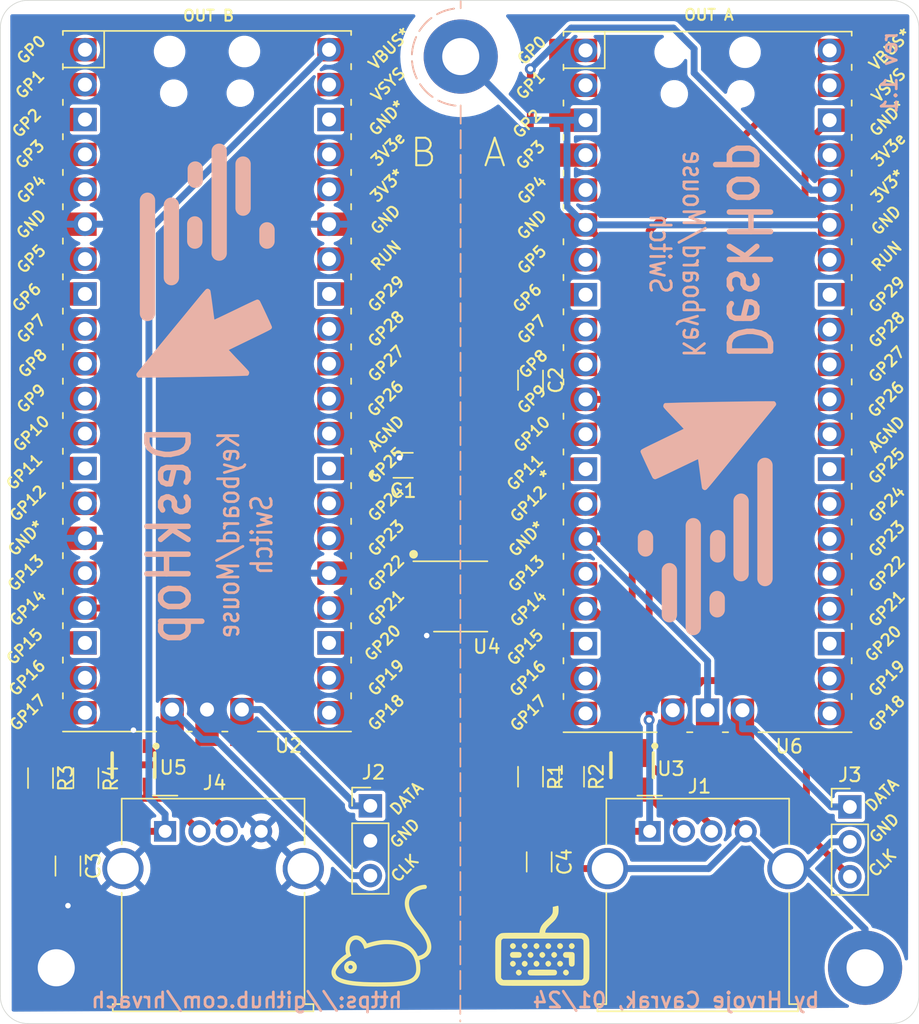
<source format=kicad_pcb>
(kicad_pcb (version 20240108) (generator "pcbnew") (generator_version "8.0")
  (layers (0 "F.Cu" signal) (31 "B.Cu" signal) (34 "B.Paste" user) (35 "F.Paste" user) (36 "B.SilkS" user "B.Silkscreen") (37 "F.SilkS" user "F.Silkscreen") (38 "B.Mask" user) (39 "F.Mask" user) (44 "Edge.Cuts" user))
  (net 0 "")
  (net 1 "GND")
  (net 2 "Net-(U4-VDD2)")
  (net 3 "Net-(J2-Pin_3)")
  (net 4 "Net-(J2-Pin_1)")
  (net 5 "Net-(J3-Pin_1)")
  (net 6 "Net-(J3-Pin_3)")
  (net 18 "3V3_BUS2")
  (net 31 "VBUS2")
  (net 34 "VBUS1")
  (net 58 "/AD+")
  (net 60 "GND2")
  (net 61 "Net-(U2-GPIO15)")
  (net 63 "Net-(U2-GPIO14)")
  (net 64 "UART A TX")
  (net 65 "UART A RX")
  (net 66 "UART B TX")
  (net 67 "UART B RX")
  (net 72 "/AD-")
  (net 73 "OA-")
  (net 74 "OA+")
  (net 75 "OB-")
  (net 76 "OB+")
  (footprint "RP2040:RPi_Pico_USBC_CUSTOM_SMD_TH" (layer "F.Cu") (at 85.3 68.86)
    (property "Reference" "U6")
    (property "Value" "Pico Primary Custom")
  )
  (footprint "Capacitor_SMD:C_1206_3216Metric_Pad1.33x1.80mm_HandSolder" (layer "F.Cu") (at 72.4 68.7375 -90)
    (property "Reference" "C2")
    (property "Value" "100n")
  )
  (footprint "Connector_USB:USB_A_Molex_67643_Horizontal" (layer "F.Cu") (at 45.776 101.574)
    (property "Reference" "J4")
    (property "Value" "Mouse In" (hide yes))
  )
  (footprint "Connector_PinHeader_2.54mm:PinHeader_1x03_P2.54mm_Vertical" (layer "F.Cu") (at 95.6675 99.7958)
    (property "Reference" "J3")
    (property "Value" "Debug1")
  )
  (footprint "Capacitor_SMD:C_1206_3216Metric_Pad1.33x1.80mm_HandSolder" (layer "F.Cu") (at 73.03 103.8 -90)
    (property "Reference" "C4")
    (property "Value" "4.7uF")
  )
  (footprint "Library:TPD4E1U06DBVR" (layer "F.Cu") (at 79.8065 96.76 90)
    (property "Reference" "U3")
    (property "Value" "TPD4E1U06DBVR")
  )
  (footprint "MountingHole:MountingHole_2.7mm_M2.5_Pad_TopBottom" (layer "F.Cu") (at 96.774 111.506)
    (property "Reference" "H2" (hide yes))
    (property "Value" "MountingHole_Pad" (hide yes))
  )
  (footprint "Resistor_SMD:R_1206_3216Metric_Pad1.30x1.75mm_HandSolder" (layer "F.Cu") (at 36.7 97.7 -90)
    (property "Reference" "R3")
    (property "Value" "27")
  )
  (footprint "Resistor_SMD:R_1206_3216Metric_Pad1.30x1.75mm_HandSolder" (layer "F.Cu") (at 75.3876 97.6 -90)
    (property "Reference" "R2")
    (property "Value" "27")
  )
  (footprint "Connector_USB:USB_A_Molex_67643_Horizontal" (layer "F.Cu") (at 81.082 101.574)
    (property "Reference" "J1")
    (property "Value" "Keyboard In" (hide yes))
  )
  (footprint "Library:TPD4E1U06DBVR" (layer "F.Cu") (at 43.47 96.77 90)
    (property "Reference" "U5")
    (property "Value" "TPD4E1U06DBVR")
  )
  (footprint "Resistor_SMD:R_1206_3216Metric_Pad1.30x1.75mm_HandSolder" (layer "F.Cu") (at 72.4 97.6 -90)
    (property "Reference" "R1")
    (property "Value" "27")
  )
  (footprint "MountingHole:MountingHole_2.7mm_M2.5_Pad_TopBottom" (layer "F.Cu") (at 37.846 111.506)
    (property "Reference" "H1" (hide yes))
    (property "Value" "MountingHole_Pad" (hide yes))
  )
  (footprint "Package_SO:SOIC-8_3.9x4.9mm_P1.27mm" (layer "F.Cu") (at 67.31 84.4761)
    (property "Reference" "U4")
    (property "Value" "ADuM1201BR")
  )
  (footprint "Resistor_SMD:R_1206_3216Metric_Pad1.30x1.75mm_HandSolder" (layer "F.Cu") (at 40.005 97.7 -90)
    (property "Reference" "R4")
    (property "Value" "27")
  )
  (footprint "Capacitor_SMD:C_1206_3216Metric_Pad1.33x1.80mm_HandSolder" (layer "F.Cu") (at 38.7 104.1 -90)
    (property "Reference" "C3")
    (property "Value" "4.7uF")
  )
  (footprint "Connector_PinHeader_2.54mm:PinHeader_1x03_P2.54mm_Vertical" (layer "F.Cu") (at 60.731 99.7179)
    (property "Reference" "J2")
    (property "Value" "Debug2")
  )
  (footprint "RP2040:RPi_Pico_USBC_CUSTOM_SMD_TH" (layer "F.Cu") (at 48.83 68.81)
    (property "Reference" "U2")
    (property "Value" "Pico Primary Custom")
  )
  (footprint "Capacitor_SMD:C_1206_3216Metric_Pad1.33x1.80mm_HandSolder" (layer "F.Cu") (at 63.119 74.93 180)
    (property "Reference" "C1")
    (property "Value" "100n")
  )
  (footprint "MountingHole:MountingHole_2.7mm_M2.5_Pad_TopBottom" (layer "F.Cu") (at 67.3155 45.179)
    (property "Reference" "H3" (hide yes))
    (property "Value" "MountingHole_Pad")
  )
  (gr_line (start 67.31 48.738426) (end 67.281783 115.407659) (stroke (width 0.12) (type dash)) (layer "B.SilkS"))
  (gr_poly (pts (xy 86.557888 85.472926) (xy 86.555873 85.500493) (xy 86.552512 85.527828) (xy 86.547825 85.554884) (xy 86.54183 85.581615) (xy 86.534547 85.607975) (xy 86.525995 85.633919) (xy 86.516191 85.6594) (xy 86.505156 85.684372) (xy 86.492909 85.708789) (xy 86.479468 85.732606) (xy 86.464852 85.755777) (xy 86.449081 85.778255) (xy 86.432173 85.799994) (xy 86.414148 85.820949) (xy 86.395023 85.841073) (xy 86.374925 85.860225) (xy 86.353995 85.878279) (xy 86.33228 85.895216) (xy 86.309825 85.911018) (xy 86.286678 85.925665) (xy 86.262884 85.939138) (xy 86.23849 85.951419) (xy 86.213541 85.962488) (xy 86.188085 85.972326) (xy 86.162167 85.980914) (xy 86.135833 85.988233) (xy 86.109131 85.994264) (xy 86.082106 85.998988) (xy 86.054804 86.002386) (xy 86.027271 86.004438) (xy 85.999555 86.005127) (xy 85.971802 86.004428) (xy 85.944238 86.002365) (xy 85.916909 85.998957) (xy 85.889861 85.994223) (xy 85.863141 85.988182) (xy 85.836793 85.980853) (xy 85.810864 85.972255) (xy 85.7854 85.962408) (xy 85.760447 85.951329) (xy 85.736051 85.93904) (xy 85.712257 85.925558) (xy 85.689112 85.910902) (xy 85.666661 85.895092) (xy 85.644951 85.878147) (xy 85.624028 85.860085) (xy 85.603937 85.840927) (xy 85.584821 85.820796) (xy 85.566803 85.799835) (xy 85.549904 85.778089) (xy 85.534141 85.755606) (xy 85.519534 85.73243) (xy 85.506102 85.708608) (xy 85.493864 85.684186) (xy 85.482838 85.65921) (xy 85.473045 85.633725) (xy 85.464502 85.607778) (xy 85.457228 85.581415) (xy 85.451243 85.554682) (xy 85.446566 85.527624) (xy 85.443216 85.500289) (xy 85.441211 85.47272) (xy 85.44057 85.444966) (xy 85.44057 84.629332) (xy 85.441309 84.600571) (xy 85.443478 84.572188) (xy 85.447042 84.544218) (xy 85.451966 84.516696) (xy 85.458215 84.489656) (xy 85.465754 84.463135) (xy 85.474547 84.437167) (xy 85.48456 84.411787) (xy 85.495758 84.387031) (xy 85.508106 84.362932) (xy 85.521568 84.339528) (xy 85.536109 84.316852) (xy 85.551694 84.294939) (xy 85.568289 84.273825) (xy 85.585858 84.253546) (xy 85.604365 84.234135) (xy 85.623777 84.215628) (xy 85.644057 84.19806) (xy 85.665171 84.181466) (xy 85.687084 84.165882) (xy 85.70976 84.151341) (xy 85.733164 84.137881) (xy 85.757262 84.125535) (xy 85.782019 84.114338) (xy 85.807398 84.104326) (xy 85.833365 84.095534) (xy 85.859886 84.087997) (xy 85.886924 84.081749) (xy 85.914445 84.076827) (xy 85.942414 84.073265) (xy 85.970796 84.071098) (xy 85.999555 84.070361) (xy 86.028315 84.071099) (xy 86.056698 84.073266) (xy 86.084668 84.076829) (xy 86.112191 84.081752) (xy 86.13923 84.088001) (xy 86.165751 84.095539) (xy 86.19172 84.104331) (xy 86.2171 84.114344) (xy 86.241856 84.125541) (xy 86.265955 84.137888) (xy 86.28936 84.151349) (xy 86.312036 84.16589) (xy 86.333949 84.181475) (xy 86.355063 84.198069) (xy 86.375343 84.215637) (xy 86.394754 84.234145) (xy 86.413262 84.253556) (xy 86.43083 84.273837) (xy 86.447424 84.294951) (xy 86.463009 84.316863) (xy 86.47755 84.33954) (xy 86.491011 84.362945) (xy 86.503358 84.387043) (xy 86.514555 84.4118) (xy 86.524568 84.43718) (xy 86.533361 84.463148) (xy 86.540899 84.48967) (xy 86.547147 84.516709) (xy 86.55207 84.544232) (xy 86.555633 84.572202) (xy 86.557801 84.600585) (xy 86.558539 84.629345) (xy 86.558539 85.445172)) (fill solid) (layer "B.SilkS"))
  (gr_poly (pts (xy 43.680338 68.319893) (xy 43.681913 68.306453) (xy 43.6845 68.293012) (xy 43.688092 68.279572) (xy 43.692683 68.266132) (xy 43.698267 68.252691) (xy 43.704837 68.239251) (xy 43.865379 68.034812) (xy 44.285772 67.517686) (xy 45.651752 65.856875) (xy 47.176311 64.006844) (xy 48.138775 62.833577) (xy 48.261585 62.683427) (xy 48.374681 62.547112) (xy 48.47659 62.426215) (xy 48.565841 62.322316) (xy 48.64096 62.236996) (xy 48.700477 62.171837) (xy 48.723924 62.147311) (xy 48.742918 62.128418) (xy 48.757276 62.115356) (xy 48.766813 62.108321) (xy 48.773279 62.105162) (xy 48.780075 62.102028) (xy 48.794416 62.095932) (xy 48.809346 62.090233) (xy 48.816878 62.087594) (xy 48.824374 62.085128) (xy 48.831772 62.082859) (xy 48.839011 62.080813) (xy 48.846029 62.079014) (xy 48.852766 62.077487) (xy 48.85916 62.076256) (xy 48.865149 62.075346) (xy 48.870674 62.074782) (xy 48.875671 62.074589) (xy 48.882416 62.074785) (xy 48.889291 62.075364) (xy 48.896282 62.076316) (xy 48.903371 62.077628) (xy 48.910543 62.079289) (xy 48.917782 62.081288) (xy 48.925072 62.083612) (xy 48.932396 62.086251) (xy 48.947082 62.092424) (xy 48.961714 62.099716) (xy 48.976161 62.108033) (xy 48.990295 62.117283) (xy 49.003987 62.127372) (xy 49.017109 62.138209) (xy 49.029531 62.149701) (xy 49.041125 62.161755) (xy 49.051762 62.174278) (xy 49.056681 62.180687) (xy 49.061313 62.187178) (xy 49.065641 62.19374) (xy 49.069649 62.200362) (xy 49.073321 62.207032) (xy 49.076641 62.213738) (xy 49.083986 62.246795) (xy 49.09614 62.317703) (xy 49.132124 62.555281) (xy 49.179096 62.890895) (xy 49.231562 63.288967) (xy 49.282657 63.683352) (xy 49.326301 64.008953) (xy 49.358164 64.231773) (xy 49.368325 64.294017) (xy 49.371726 64.310987) (xy 49.373917 64.317816) (xy 49.407813 64.305686) (xy 49.499066 64.265044) (xy 49.828719 64.110677) (xy 50.902141 63.596779) (xy 51.29747 63.405451) (xy 51.626414 63.247329) (xy 51.894026 63.120041) (xy 52.105359 63.021215) (xy 52.265468 62.948479) (xy 52.379405 62.899461) (xy 52.420638 62.883106) (xy 52.452224 62.87179) (xy 52.474793 62.865218) (xy 52.488979 62.863094) (xy 52.496447 62.863241) (xy 52.503932 62.86368) (xy 52.511424 62.864407) (xy 52.518915 62.865416) (xy 52.526397 62.866703) (xy 52.533862 62.868263) (xy 52.5413 62.870093) (xy 52.548704 62.872186) (xy 52.556065 62.874538) (xy 52.563375 62.877145) (xy 52.577807 62.883106) (xy 52.591932 62.89003) (xy 52.605683 62.897881) (xy 52.618992 62.90662) (xy 52.631793 62.916213) (xy 52.644018 62.926621) (xy 52.649893 62.932119) (xy 52.655599 62.937807) (xy 52.661127 62.94368) (xy 52.666468 62.949734) (xy 52.671616 62.955964) (xy 52.67656 62.962365) (xy 52.681292 62.968933) (xy 52.685805 62.975664) (xy 52.690089 62.982551) (xy 52.694137 62.989592) (xy 52.770874 63.142658) (xy 52.887256 63.383975) (xy 53.17772 64.000519) (xy 53.443066 64.577533) (xy 53.52805 64.769438) (xy 53.56083 64.853326) (xy 53.561467 64.862624) (xy 53.561791 64.871575) (xy 53.561782 64.880231) (xy 53.561424 64.888639) (xy 53.560697 64.896849) (xy 53.559583 64.904911) (xy 53.558064 64.912875) (xy 53.556122 64.920789) (xy 53.553738 64.928703) (xy 53.550894 64.936667) (xy 53.547573 64.94473) (xy 53.543754 64.952941) (xy 53.539421 64.96135) (xy 53.534555 64.970006) (xy 53.529138 64.978958) (xy 53.523151 64.988257) (xy 53.500923 65.012708) (xy 53.455241 65.04551) (xy 53.375214 65.092246) (xy 53.24995 65.158501) (xy 52.820137 65.3719) (xy 52.078662 65.730376) (xy 50.550439 66.472498) (xy 50.420647 66.535748) (xy 50.889582 67.037523) (xy 51.231244 67.394312) (xy 51.368672 67.538212) (xy 51.485959 67.661514) (xy 51.584699 67.766013) (xy 51.627612 67.811774) (xy 51.666486 67.853509) (xy 51.701521 67.891442) (xy 51.732916 67.925797) (xy 51.760869 67.956801) (xy 51.785582 67.984676) (xy 51.807252 68.009649) (xy 51.82608 68.031943) (xy 51.842264 68.051784) (xy 51.856005 68.069395) (xy 51.8675 68.085003) (xy 51.87695 68.09883) (xy 51.884554 68.111103) (xy 51.887726 68.116726) (xy 51.890511 68.122045) (xy 51.892935 68.127088) (xy 51.895021 68.131882) (xy 51.896796 68.136456) (xy 51.898283 68.140838) (xy 51.899508 68.145055) (xy 51.900496 68.149137) (xy 51.90186 68.157005) (xy 51.902573 68.164666) (xy 51.902836 68.172345) (xy 51.902808 68.188654) (xy 51.902661 68.197744) (xy 51.902225 68.206822) (xy 51.901503 68.215874) (xy 51.900501 68.22489) (xy 51.899223 68.233856) (xy 51.897674 68.242761) (xy 51.895858 68.251591) (xy 51.893779 68.260335) (xy 51.891443 68.26898) (xy 51.888854 68.277514) (xy 51.886017 68.285924) (xy 51.882936 68.294199) (xy 51.879616 68.302325) (xy 51.876061 68.310291) (xy 51.872276 68.318084) (xy 51.868266 68.325691) (xy 51.864035 68.333101) (xy 51.859587 68.340301) (xy 51.854928 68.347278) (xy 51.850063 68.354021) (xy 51.844995 68.360517) (xy 51.839729 68.366753) (xy 51.83427 68.372718) (xy 51.828622 68.378398) (xy 51.82279 68.383782) (xy 51.816779 68.388858) (xy 51.810593 68.393612) (xy 51.804237 68.398032) (xy 51.797716 68.402107) (xy 51.791034 68.405823) (xy 51.784195 68.409169) (xy 51.777204 68.412132) (xy 50.505889 68.451597) (xy 47.789696 68.503317) (xy 45.077428 68.543177) (xy 43.817886 68.547063) (xy 43.812251 68.543658) (xy 43.806364 68.539791) (xy 43.80027 68.53549) (xy 43.79401 68.530789) (xy 43.787627 68.525717) (xy 43.781165 68.520305) (xy 43.774667 68.514584) (xy 43.768174 68.508585) (xy 43.76173 68.502339) (xy 43.755378 68.495878) (xy 43.74916 68.489231) (xy 43.74312 68.482429) (xy 43.7373 68.475505) (xy 43.731742 68.468487) (xy 43.726491 68.461409) (xy 43.721589 68.454299) (xy 43.721577 68.454297) (xy 43.712698 68.440857) (xy 43.704891 68.427416) (xy 43.698152 68.413976) (xy 43.692473 68.400536) (xy 43.68785 68.387095) (xy 43.684275 68.373655) (xy 43.681743 68.360214) (xy 43.680246 68.346774) (xy 43.67978 68.333334)) (fill solid) (layer "B.SilkS"))
  (gr_poly (pts (xy 47.417283 53.33854) (xy 47.419298 53.310973) (xy 47.422659 53.283638) (xy 47.427346 53.256582) (xy 47.433341 53.229851) (xy 47.440624 53.203491) (xy 47.449176 53.177547) (xy 47.45898 53.152066) (xy 47.470015 53.127094) (xy 47.482262 53.102677) (xy 47.495703 53.07886) (xy 47.510319 53.055689) (xy 47.52609 53.033211) (xy 47.542998 53.011472) (xy 47.561023 52.990517) (xy 47.580148 52.970393) (xy 47.600246 52.951241) (xy 47.621176 52.933187) (xy 47.642891 52.91625) (xy 47.665346 52.900448) (xy 47.688493 52.885801) (xy 47.712287 52.872328) (xy 47.736681 52.860047) (xy 47.76163 52.848978) (xy 47.787086 52.83914) (xy 47.813004 52.830552) (xy 47.839338 52.823233) (xy 47.86604 52.817202) (xy 47.893065 52.812478) (xy 47.920367 52.80908) (xy 47.9479 52.807028) (xy 47.975616 52.806339) (xy 48.003369 52.807038) (xy 48.030933 52.809101) (xy 48.058262 52.812509) (xy 48.08531 52.817243) (xy 48.11203 52.823284) (xy 48.138378 52.830613) (xy 48.164307 52.839211) (xy 48.189771 52.849058) (xy 48.214724 52.860137) (xy 48.23912 52.872426) (xy 48.262914 52.885908) (xy 48.286059 52.900564) (xy 48.30851 52.916374) (xy 48.33022 52.933319) (xy 48.351143 52.951381) (xy 48.371234 52.970539) (xy 48.39035 52.99067) (xy 48.408368 53.011631) (xy 48.425267 53.033377) (xy 48.44103 53.05586) (xy 48.455637 53.079036) (xy 48.469069 53.102858) (xy 48.481307 53.12728) (xy 48.492333 53.152256) (xy 48.502126 53.177741) (xy 48.510669 53.203688) (xy 48.517943 53.230051) (xy 48.523928 53.256784) (xy 48.528605 53.283842) (xy 48.531955 53.311177) (xy 48.53396 53.338746) (xy 48.534601 53.3665) (xy 48.534601 54.182134) (xy 48.533862 54.210895) (xy 48.531693 54.239278) (xy 48.528129 54.267248) (xy 48.523205 54.29477) (xy 48.516956 54.32181) (xy 48.509417 54.348331) (xy 48.500624 54.374299) (xy 48.490611 54.399679) (xy 48.479413 54.424435) (xy 48.467065 54.448534) (xy 48.453603 54.471938) (xy 48.439062 54.494614) (xy 48.423477 54.516527) (xy 48.406882 54.537641) (xy 48.389313 54.55792) (xy 48.370806 54.577331) (xy 48.351394 54.595838) (xy 48.331114 54.613406) (xy 48.31 54.63) (xy 48.288087 54.645584) (xy 48.265411 54.660125) (xy 48.242007 54.673585) (xy 48.217909 54.685931) (xy 48.193152 54.697128) (xy 48.167773 54.70714) (xy 48.141806 54.715932) (xy 48.115285 54.723469) (xy 48.088247 54.729717) (xy 48.060726 54.734639) (xy 48.032757 54.738201) (xy 48.004375 54.740368) (xy 47.975616 54.741105) (xy 47.946856 54.740367) (xy 47.918473 54.7382) (xy 47.890503 54.734637) (xy 47.86298 54.729714) (xy 47.835941 54.723465) (xy 47.80942 54.715927) (xy 47.783451 54.707135) (xy 47.758071 54.697122) (xy 47.733315 54.685925) (xy 47.709216 54.673578) (xy 47.685811 54.660117) (xy 47.663135 54.645576) (xy 47.641222 54.629991) (xy 47.620108 54.613397) (xy 47.599828 54.595829) (xy 47.580417 54.577321) (xy 47.561909 54.55791) (xy 47.544341 54.537629) (xy 47.527747 54.516515) (xy 47.512162 54.494603) (xy 47.497621 54.471926) (xy 47.48416 54.448521) (xy 47.471813 54.424423) (xy 47.460616 54.399666) (xy 47.450603 54.374286) (xy 47.44181 54.348318) (xy 47.434272 54.321796) (xy 47.428024 54.294757) (xy 47.423101 54.267234) (xy 47.419538 54.239264) (xy 47.41737 54.210881) (xy 47.416632 54.182121) (xy 47.416632 53.366294)) (fill solid) (layer "B.SilkS"))
  (gr_arc (start 66.937741 48.748461) (mid 63.758888 45.025614) (end 67.31 41.656) (stroke (width 0.12) (type dash)) (layer "B.SilkS"))
  (gr_poly (pts (xy 83.074992 85.835854) (xy 83.072824 85.864237) (xy 83.06926 85.892207) (xy 83.064336 85.91973) (xy 83.058087 85.946769) (xy 83.050548 85.97329) (xy 83.041754 85.999258) (xy 83.031741 86.024638) (xy 83.020543 86.049395) (xy 83.008195 86.073493) (xy 82.994734 86.096897) (xy 82.980192 86.119574) (xy 82.964607 86.141486) (xy 82.948012 86.1626) (xy 82.930444 86.18288) (xy 82.911936 86.202291) (xy 82.892525 86.220798) (xy 82.872244 86.238366) (xy 82.85113 86.254959) (xy 82.829218 86.270544) (xy 82.806541 86.285084) (xy 82.783137 86.298545) (xy 82.759039 86.310891) (xy 82.734283 86.322087) (xy 82.708903 86.332099) (xy 82.682936 86.340891) (xy 82.656416 86.348429) (xy 82.629377 86.354676) (xy 82.601856 86.359598) (xy 82.573887 86.36316) (xy 82.545506 86.365327) (xy 82.516747 86.366064) (xy 82.487986 86.365327) (xy 82.459603 86.363159) (xy 82.431632 86.359596) (xy 82.40411 86.354673) (xy 82.37707 86.348425) (xy 82.350549 86.340887) (xy 82.32458 86.332094) (xy 82.2992 86.322082) (xy 82.274443 86.310885) (xy 82.250344 86.298538) (xy 82.226939 86.285077) (xy 82.204263 86.270537) (xy 82.18235 86.254952) (xy 82.161236 86.238358) (xy 82.140955 86.220789) (xy 82.121544 86.202282) (xy 82.103036 86.182871) (xy 82.085468 86.162591) (xy 82.068874 86.141477) (xy 82.053288 86.119564) (xy 82.038748 86.096887) (xy 82.025286 86.073482) (xy 82.012939 86.049384) (xy 82.001742 86.024627) (xy 81.991729 85.999247) (xy 81.982936 85.973279) (xy 81.975398 85.946757) (xy 81.96915 85.919717) (xy 81.964227 85.892195) (xy 81.960663 85.864224) (xy 81.958495 85.835841) (xy 81.957758 85.80708) (xy 81.957758 82.601993) (xy 81.958496 82.573231) (xy 81.960664 82.544848) (xy 81.964228 82.516878) (xy 81.969152 82.489355) (xy 81.975401 82.462316) (xy 81.982939 82.435794) (xy 81.991733 82.409826) (xy 82.001746 82.384446) (xy 82.012944 82.359689) (xy 82.025291 82.335591) (xy 82.038753 82.312186) (xy 82.053294 82.28951) (xy 82.06888 82.267597) (xy 82.085474 82.246483) (xy 82.103043 82.226203) (xy 82.121551 82.206792) (xy 82.140962 82.188285) (xy 82.161243 82.170717) (xy 82.182357 82.154124) (xy 82.20427 82.138539) (xy 82.226947 82.123999) (xy 82.250351 82.110538) (xy 82.27445 82.098192) (xy 82.299206 82.086995) (xy 82.324586 82.076983) (xy 82.350554 82.068191) (xy 82.377075 82.060654) (xy 82.404114 82.054406) (xy 82.431635 82.049484) (xy 82.459605 82.045921) (xy 82.487987 82.043754) (xy 82.516747 82.043017) (xy 82.545507 82.043755) (xy 82.57389 82.045923) (xy 82.60186 82.049486) (xy 82.629383 82.054409) (xy 82.656422 82.060658) (xy 82.682944 82.068196) (xy 82.708912 82.076989) (xy 82.734292 82.087001) (xy 82.759048 82.098198) (xy 82.783147 82.110545) (xy 82.806552 82.124006) (xy 82.829228 82.138547) (xy 82.851141 82.154132) (xy 82.872255 82.170726) (xy 82.892535 82.188295) (xy 82.911946 82.206802) (xy 82.930454 82.226213) (xy 82.948022 82.246494) (xy 82.964616 82.267608) (xy 82.980201 82.28952) (xy 82.994742 82.312197) (xy 83.008203 82.335602) (xy 83.02055 82.3597) (xy 83.031747 82.384457) (xy 83.04176 82.409837) (xy 83.050553 82.435805) (xy 83.058091 82.462326) (xy 83.064339 82.489366) (xy 83.069262 82.516888) (xy 83.072825 82.544858) (xy 83.074993 82.573241) (xy 83.075731 82.602002) (xy 83.075731 85.807094)) (fill solid) (layer "B.SilkS"))
  (gr_poly (pts (xy 52.641587 57.765058) (xy 52.643756 57.736675) (xy 52.647319 57.708705) (xy 52.652243 57.681183) (xy 52.658492 57.654144) (xy 52.666031 57.627623) (xy 52.674825 57.601655) (xy 52.684838 57.576275) (xy 52.696036 57.551518) (xy 52.708383 57.52742) (xy 52.721845 57.504016) (xy 52.736386 57.48134) (xy 52.751972 57.459428) (xy 52.768566 57.438314) (xy 52.786135 57.418034) (xy 52.804643 57.398624) (xy 52.824054 57.380117) (xy 52.844335 57.362549) (xy 52.865449 57.345955) (xy 52.887361 57.330371) (xy 52.910038 57.315831) (xy 52.933442 57.30237) (xy 52.95754 57.290024) (xy 52.982296 57.278828) (xy 53.007676 57.268816) (xy 53.033643 57.260024) (xy 53.060164 57.252487) (xy 53.087202 57.246239) (xy 53.114723 57.241317) (xy 53.142692 57.237754) (xy 53.171074 57.235587) (xy 53.199833 57.23485) (xy 53.228594 57.235588) (xy 53.256977 57.237756) (xy 53.284947 57.241319) (xy 53.312469 57.246242) (xy 53.339509 57.252491) (xy 53.36603 57.260029) (xy 53.391998 57.268822) (xy 53.417378 57.278834) (xy 53.442135 57.290031) (xy 53.466233 57.302378) (xy 53.489638 57.31584) (xy 53.512315 57.33038) (xy 53.534228 57.345965) (xy 53.555342 57.362559) (xy 53.575622 57.380128) (xy 53.595033 57.398635) (xy 53.613541 57.418046) (xy 53.631109 57.438327) (xy 53.647703 57.459441) (xy 53.663288 57.481353) (xy 53.677829 57.50403) (xy 53.69129 57.527435) (xy 53.703637 57.551533) (xy 53.714834 57.57629) (xy 53.724847 57.60167) (xy 53.73364 57.627638) (xy 53.741178 57.654159) (xy 53.747426 57.681199) (xy 53.752349 57.708721) (xy 53.755912 57.736691) (xy 53.75808 57.765074) (xy 53.758817 57.793835) (xy 53.758817 58.61065) (xy 53.758079 58.639411) (xy 53.75591 58.667793) (xy 53.752346 58.695764) (xy 53.747422 58.723286) (xy 53.741174 58.750325) (xy 53.733635 58.776846) (xy 53.724841 58.802814) (xy 53.714828 58.828194) (xy 53.70363 58.85295) (xy 53.691283 58.877048) (xy 53.677821 58.900453) (xy 53.66328 58.923129) (xy 53.647694 58.945041) (xy 53.631099 58.966154) (xy 53.613531 58.986434) (xy 53.595023 59.005845) (xy 53.575612 59.024352) (xy 53.555331 59.04192) (xy 53.534217 59.058513) (xy 53.512304 59.074098) (xy 53.489628 59.088638) (xy 53.466224 59.102098) (xy 53.442126 59.114444) (xy 53.417369 59.125641) (xy 53.39199 59.135653) (xy 53.366022 59.144445) (xy 53.339502 59.151982) (xy 53.312463 59.15823) (xy 53.284942 59.163152) (xy 53.256973 59.166714) (xy 53.228592 59.168881) (xy 53.199833 59.169618) (xy 53.171072 59.168881) (xy 53.142689 59.166713) (xy 53.114719 59.163149) (xy 53.087197 59.158226) (xy 53.060157 59.151978) (xy 53.033636 59.14444) (xy 53.007668 59.135647) (xy 52.982287 59.125634) (xy 52.957531 59.114437) (xy 52.933432 59.10209) (xy 52.910027 59.088629) (xy 52.887351 59.074088) (xy 52.865438 59.058503) (xy 52.844324 59.041909) (xy 52.824044 59.024341) (xy 52.804632 59.005834) (xy 52.786125 58.986422) (xy 52.768557 58.966142) (xy 52.751962 58.945028) (xy 52.736377 58.923115) (xy 52.721837 58.900439) (xy 52.708375 58.877034) (xy 52.696029 58.852936) (xy 52.684831 58.828179) (xy 52.674819 58.802799) (xy 52.666026 58.776831) (xy 52.658488 58.750309) (xy 52.65224 58.72327) (xy 52.647317 58.695748) (xy 52.643754 58.667778) (xy 52.641586 58.639395) (xy 52.640848 58.610634) (xy 52.640848 57.793819)) (fill solid) (layer "B.SilkS"))
  (gr_poly (pts (xy 81.333584 81.046408) (xy 81.331415 81.074791) (xy 81.327852 81.102761) (xy 81.322928 81.130283) (xy 81.316679 81.157322) (xy 81.30914 81.183843) (xy 81.300346 81.209811) (xy 81.290333 81.235191) (xy 81.279135 81.259948) (xy 81.266788 81.284046) (xy 81.253326 81.30745) (xy 81.238785 81.330126) (xy 81.223199 81.352038) (xy 81.206605 81.373152) (xy 81.189036 81.393432) (xy 81.170528 81.412842) (xy 81.151117 81.431349) (xy 81.130836 81.448917) (xy 81.109722 81.465511) (xy 81.08781 81.481095) (xy 81.065133 81.495635) (xy 81.041729 81.509096) (xy 81.017631 81.521442) (xy 80.992875 81.532638) (xy 80.967495 81.54265) (xy 80.941528 81.551442) (xy 80.915007 81.558979) (xy 80.887969 81.565227) (xy 80.860448 81.570149) (xy 80.832479 81.573712) (xy 80.804097 81.575879) (xy 80.775338 81.576616) (xy 80.746577 81.575878) (xy 80.718194 81.57371) (xy 80.690224 81.570147) (xy 80.662702 81.565224) (xy 80.635662 81.558975) (xy 80.609141 81.551437) (xy 80.583173 81.542644) (xy 80.557793 81.532632) (xy 80.533036 81.521435) (xy 80.508938 81.509088) (xy 80.485533 81.495626) (xy 80.462856 81.481086) (xy 80.440943 81.465501) (xy 80.419829 81.448907) (xy 80.399549 81.431338) (xy 80.380138 81.412831) (xy 80.36163 81.39342) (xy 80.344062 81.373139) (xy 80.327468 81.352025) (xy 80.311883 81.330113) (xy 80.297342 81.307436) (xy 80.283881 81.284031) (xy 80.271534 81.259933) (xy 80.260337 81.235176) (xy 80.250324 81.209796) (xy 80.241531 81.183828) (xy 80.233993 81.157307) (xy 80.227745 81.130267) (xy 80.222822 81.102745) (xy 80.219259 81.074775) (xy 80.217091 81.046392) (xy 80.216354 81.017631) (xy 80.216354 80.200816) (xy 80.217092 80.172055) (xy 80.219261 80.143673) (xy 80.222825 80.115702) (xy 80.227749 80.08818) (xy 80.233997 80.061141) (xy 80.241536 80.03462) (xy 80.25033 80.008652) (xy 80.260343 79.983272) (xy 80.271541 79.958516) (xy 80.283888 79.934418) (xy 80.29735 79.911013) (xy 80.311891 79.888337) (xy 80.327477 79.866425) (xy 80.344072 79.845312) (xy 80.36164 79.825032) (xy 80.380148 79.805621) (xy 80.399559 79.787114) (xy 80.41984 79.769546) (xy 80.440954 79.752953) (xy 80.462867 79.737368) (xy 80.485543 79.722828) (xy 80.508947 79.709368) (xy 80.533045 79.697022) (xy 80.557802 79.685825) (xy 80.583181 79.675813) (xy 80.609149 79.667021) (xy 80.635669 79.659484) (xy 80.662708 79.653236) (xy 80.690229 79.648314) (xy 80.718198 79.644752) (xy 80.746579 79.642585) (xy 80.775338 79.641848) (xy 80.804099 79.642585) (xy 80.832482 79.644753) (xy 80.860452 79.648317) (xy 80.887974 79.65324) (xy 80.915014 79.659488) (xy 80.941535 79.667026) (xy 80.967503 79.675819) (xy 80.992884 79.685832) (xy 81.01764 79.697029) (xy 81.041739 79.709376) (xy 81.065144 79.722837) (xy 81.08782 79.737378) (xy 81.109733 79.752963) (xy 81.130847 79.769557) (xy 81.151127 79.787125) (xy 81.170539 79.805632) (xy 81.189046 79.825044) (xy 81.206614 79.845324) (xy 81.223209 79.866438) (xy 81.238794 79.888351) (xy 81.253334 79.911027) (xy 81.266796 79.934432) (xy 81.279142 79.95853) (xy 81.29034 79.983287) (xy 81.300352 80.008667) (xy 81.309145 80.034635) (xy 81.316683 80.061157) (xy 81.322931 80.088196) (xy 81.327854 80.115718) (xy 81.331417 80.143688) (xy 81.333585 80.172071) (xy 81.334323 80.200832) (xy 81.334323 81.017647)) (fill solid) (layer "B.SilkS"))
  (gr_poly (pts (xy 45.67596 55.96506) (xy 45.678129 55.936677) (xy 45.681693 55.908707) (xy 45.686617 55.881185) (xy 45.692866 55.854146) (xy 45.700405 55.827624) (xy 45.709198 55.801656) (xy 45.719211 55.776276) (xy 45.730409 55.75152) (xy 45.742757 55.727422) (xy 45.756219 55.704017) (xy 45.77076 55.681341) (xy 45.786345 55.659428) (xy 45.80294 55.638315) (xy 45.820509 55.618035) (xy 45.839016 55.598624) (xy 45.858428 55.580117) (xy 45.878708 55.562549) (xy 45.899822 55.545955) (xy 45.921735 55.530371) (xy 45.944411 55.515831) (xy 45.967815 55.50237) (xy 45.991913 55.490024) (xy 46.01667 55.478827) (xy 46.042049 55.468815) (xy 46.068016 55.460023) (xy 46.094537 55.452486) (xy 46.121575 55.446239) (xy 46.149096 55.441316) (xy 46.177065 55.437754) (xy 46.205447 55.435587) (xy 46.234206 55.43485) (xy 46.262966 55.435588) (xy 46.291349 55.437756) (xy 46.319319 55.441319) (xy 46.346842 55.446242) (xy 46.373881 55.45249) (xy 46.400402 55.460028) (xy 46.426371 55.468821) (xy 46.451751 55.478833) (xy 46.476507 55.49003) (xy 46.500606 55.502377) (xy 46.524011 55.515839) (xy 46.546687 55.530379) (xy 46.5686 55.545964) (xy 46.589714 55.562558) (xy 46.609994 55.580127) (xy 46.629405 55.598634) (xy 46.647913 55.618046) (xy 46.665481 55.638326) (xy 46.682075 55.65944) (xy 46.69766 55.681353) (xy 46.712201 55.704029) (xy 46.725662 55.727434) (xy 46.738009 55.751533) (xy 46.749206 55.776289) (xy 46.759219 55.801669) (xy 46.768012 55.827638) (xy 46.77555 55.854159) (xy 46.781798 55.881199) (xy 46.786721 55.908721) (xy 46.790284 55.936691) (xy 46.792452 55.965074) (xy 46.79319 55.993835) (xy 46.79319 61.268465) (xy 46.792451 61.297225) (xy 46.790282 61.325608) (xy 46.786719 61.353578) (xy 46.781794 61.381101) (xy 46.775546 61.40814) (xy 46.768007 61.434661) (xy 46.759213 61.460629) (xy 46.7492 61.486009) (xy 46.738002 61.510765) (xy 46.725654 61.534863) (xy 46.712192 61.558268) (xy 46.697651 61.580943) (xy 46.682066 61.602856) (xy 46.665471 61.623969) (xy 46.647903 61.644249) (xy 46.629395 61.66366) (xy 46.609983 61.682167) (xy 46.589703 61.699734) (xy 46.568589 61.716328) (xy 46.546677 61.731912) (xy 46.524 61.746452) (xy 46.500596 61.759913) (xy 46.476498 61.772259) (xy 46.451742 61.783456) (xy 46.426362 61.793467) (xy 46.400395 61.80226) (xy 46.373874 61.809797) (xy 46.346836 61.816044) (xy 46.319315 61.820967) (xy 46.291346 61.824529) (xy 46.262965 61.826696) (xy 46.234206 61.827433) (xy 46.205445 61.826695) (xy 46.177062 61.824527) (xy 46.149092 61.820964) (xy 46.121569 61.816041) (xy 46.09453 61.809793) (xy 46.068009 61.802255) (xy 46.042041 61.793462) (xy 46.016661 61.783449) (xy 45.991904 61.772252) (xy 45.967805 61.759905) (xy 45.944401 61.746444) (xy 45.921724 61.731903) (xy 45.899811 61.716318) (xy 45.878697 61.699724) (xy 45.858417 61.682156) (xy 45.839006 61.663648) (xy 45.820499 61.644237) (xy 45.80293 61.623957) (xy 45.786336 61.602843) (xy 45.770751 61.58093) (xy 45.75621 61.558254) (xy 45.742749 61.534849) (xy 45.730402 61.51075) (xy 45.719205 61.485994) (xy 45.709192 61.460614) (xy 45.7004 61.434646) (xy 45.692861 61.408124) (xy 45.686613 61.381085) (xy 45.68169 61.353563) (xy 45.678127 61.325592) (xy 45.675959 61.297209) (xy 45.675221 61.268449) (xy 45.675221 55.993821)) (fill solid) (layer "B.SilkS"))
  (gr_line (start 67.31 41.656) (end 67.31 41.148) (stroke (width 0.12)) (layer "B.SilkS"))
  (gr_poly (pts (xy 90.040712 83.198134) (xy 90.038707 83.225702) (xy 90.035355 83.253037) (xy 90.030677 83.280095) (xy 90.024691 83.306828) (xy 90.017417 83.33319) (xy 90.008873 83.359137) (xy 89.999079 83.384621) (xy 89.988052 83.409597) (xy 89.975813 83.434018) (xy 89.96238 83.45784) (xy 89.947773 83.481015) (xy 89.932009 83.503498) (xy 89.915109 83.525244) (xy 89.897091 83.546205) (xy 89.877973 83.566336) (xy 89.857882 83.585494) (xy 89.836957 83.603555) (xy 89.815247 83.6205) (xy 89.792796 83.636309) (xy 89.769651 83.650964) (xy 89.745858 83.664446) (xy 89.721462 83.676734) (xy 89.696509 83.687811) (xy 89.671046 83.697658) (xy 89.645118 83.706254) (xy 89.618772 83.713582) (xy 89.592053 83.719622) (xy 89.565007 83.724355) (xy 89.537681 83.727762) (xy 89.51012 83.729824) (xy 89.482369 83.730522) (xy 89.454616 83.729823) (xy 89.427053 83.72776) (xy 89.399724 83.724352) (xy 89.372676 83.719618) (xy 89.345956 83.713577) (xy 89.319608 83.706248) (xy 89.29368 83.69765) (xy 89.268216 83.687803) (xy 89.243263 83.676725) (xy 89.218867 83.664435) (xy 89.195073 83.650953) (xy 89.171929 83.636297) (xy 89.149478 83.620487) (xy 89.127768 83.603542) (xy 89.106845 83.585481) (xy 89.086754 83.566322) (xy 89.067638 83.546191) (xy 89.04962 83.52523) (xy 89.03272 83.503485) (xy 89.016958 83.481001) (xy 89.002351 83.457826) (xy 88.988918 83.434005) (xy 88.97668 83.409583) (xy 88.965654 83.384607) (xy 88.95586 83.359123) (xy 88.947317 83.333177) (xy 88.940044 83.306814) (xy 88.934059 83.280081) (xy 88.929381 83.253024) (xy 88.926031 83.225688) (xy 88.924026 83.19812) (xy 88.923385 83.170366) (xy 88.923385 74.938903) (xy 88.924133 74.910142) (xy 88.926312 74.88176) (xy 88.929885 74.853791) (xy 88.934818 74.82627) (xy 88.941076 74.799233) (xy 88.948624 74.772714) (xy 88.957425 74.746749) (xy 88.967446 74.721373) (xy 88.978652 74.69662) (xy 88.991006 74.672526) (xy 89.004473 74.649126) (xy 89.01902 74.626455) (xy 89.03461 74.604548) (xy 89.051209 74.58344) (xy 89.068781 74.563166) (xy 89.087291 74.543761) (xy 89.106704 74.525261) (xy 89.126985 74.5077) (xy 89.148098 74.491114) (xy 89.17001 74.475537) (xy 89.192683 74.461005) (xy 89.216085 74.447552) (xy 89.240178 74.435214) (xy 89.264928 74.424026) (xy 89.290301 74.414023) (xy 89.31626 74.40524) (xy 89.34277 74.397712) (xy 89.369798 74.391474) (xy 89.397306 74.386561) (xy 89.425261 74.383009) (xy 89.453627 74.380851) (xy 89.482369 74.380124) (xy 89.51113 74.380862) (xy 89.539513 74.38303) (xy 89.567484 74.386593) (xy 89.595006 74.391516) (xy 89.622046 74.397765) (xy 89.648567 74.405303) (xy 89.674536 74.414096) (xy 89.699916 74.424108) (xy 89.724673 74.435306) (xy 89.748771 74.447652) (xy 89.772176 74.461114) (xy 89.794852 74.475654) (xy 89.816765 74.49124) (xy 89.837879 74.507834) (xy 89.858159 74.525402) (xy 89.877571 74.54391) (xy 89.896078 74.563321) (xy 89.913646 74.583601) (xy 89.930241 74.604716) (xy 89.945826 74.626629) (xy 89.960366 74.649305) (xy 89.973827 74.67271) (xy 89.986174 74.696809) (xy 89.997371 74.721566) (xy 90.007384 74.746946) (xy 90.016176 74.772914) (xy 90.023714 74.799436) (xy 90.029962 74.826476) (xy 90.034885 74.853998) (xy 90.038448 74.881969) (xy 90.040616 74.910352) (xy 90.041354 74.939113) (xy 90.041354 83.170379)) (fill solid) (layer "B.SilkS"))
  (gr_poly (pts (xy 84.816494 86.767665) (xy 84.814488 86.795233) (xy 84.811136 86.822569) (xy 84.806458 86.849626) (xy 84.800473 86.876359) (xy 84.793198 86.902722) (xy 84.784655 86.928668) (xy 84.77486 86.954152) (xy 84.763834 86.979128) (xy 84.751595 87.00355) (xy 84.738162 87.027371) (xy 84.723554 87.050546) (xy 84.707791 87.07303) (xy 84.69089 87.094775) (xy 84.672872 87.115736) (xy 84.653755 87.135867) (xy 84.633663 87.155025) (xy 84.612739 87.173087) (xy 84.591028 87.190031) (xy 84.568578 87.205841) (xy 84.545433 87.220496) (xy 84.521639 87.233977) (xy 84.497243 87.246266) (xy 84.47229 87.257343) (xy 84.446827 87.267189) (xy 84.4209 87.275786) (xy 84.394553 87.283113) (xy 84.367834 87.289153) (xy 84.340789 87.293886) (xy 84.313462 87.297293) (xy 84.285901 87.299355) (xy 84.258151 87.300053) (xy 84.230398 87.299354) (xy 84.202834 87.297291) (xy 84.175505 87.293883) (xy 84.148458 87.289149) (xy 84.121737 87.283108) (xy 84.09539 87.275779) (xy 84.069461 87.267182) (xy 84.043997 87.257334) (xy 84.019044 87.246256) (xy 83.994648 87.233966) (xy 83.970855 87.220484) (xy 83.94771 87.205828) (xy 83.92526 87.190018) (xy 83.90355 87.173073) (xy 83.882626 87.155012) (xy 83.862535 87.135853) (xy 83.843419 87.115722) (xy 83.825401 87.094761) (xy 83.808502 87.073016) (xy 83.792739 87.050533) (xy 83.778132 87.027357) (xy 83.7647 87.003536) (xy 83.752461 86.979114) (xy 83.741436 86.954138) (xy 83.731642 86.928654) (xy 83.723098 86.902708) (xy 83.715825 86.876345) (xy 83.70984 86.849612) (xy 83.705163 86.822555) (xy 83.701812 86.795219) (xy 83.699807 86.767651) (xy 83.699166 86.739897) (xy 83.699166 79.327767) (xy 83.699905 79.299006) (xy 83.702074 79.270623) (xy 83.705638 79.242653) (xy 83.710562 79.215131) (xy 83.716811 79.188092) (xy 83.72435 79.161571) (xy 83.733143 79.135603) (xy 83.743157 79.110223) (xy 83.754354 79.085467) (xy 83.766702 79.061369) (xy 83.780164 79.037964) (xy 83.794705 79.015288) (xy 83.81029 78.993376) (xy 83.826885 78.972262) (xy 83.844454 78.951983) (xy 83.862961 78.932572) (xy 83.882373 78.914065) (xy 83.902653 78.896497) (xy 83.923767 78.879904) (xy 83.94568 78.864319) (xy 83.968356 78.849779) (xy 83.99176 78.836319) (xy 84.015858 78.823973) (xy 84.040615 78.812776) (xy 84.065994 78.802764) (xy 84.091961 78.793972) (xy 84.118482 78.786435) (xy 84.14552 78.780187) (xy 84.173041 78.775265) (xy 84.20101 78.771703) (xy 84.229392 78.769535) (xy 84.258151 78.768799) (xy 84.286911 78.769536) (xy 84.315294 78.771704) (xy 84.343264 78.775267) (xy 84.370787 78.780191) (xy 84.397826 78.786439) (xy 84.424347 78.793977) (xy 84.450316 78.80277) (xy 84.475696 78.812782) (xy 84.500452 78.82398) (xy 84.524551 78.836326) (xy 84.547956 78.849788) (xy 84.570632 78.864328) (xy 84.592545 78.879913) (xy 84.613659 78.896508) (xy 84.633939 78.914076) (xy 84.65335 78.932583) (xy 84.671858 78.951995) (xy 84.689426 78.972275) (xy 84.70602 78.993389) (xy 84.721605 79.015302) (xy 84.736146 79.037978) (xy 84.749607 79.061383) (xy 84.761954 79.085481) (xy 84.773151 79.110238) (xy 84.783164 79.135618) (xy 84.791957 79.161586) (xy 84.799495 79.188107) (xy 84.805743 79.215147) (xy 84.810666 79.242669) (xy 84.814229 79.270639) (xy 84.816397 79.299022) (xy 84.817135 79.327783) (xy 84.817135 86.739911)) (fill solid) (layer "B.SilkS"))
  (gr_poly (pts (xy 47.38217 57.334834) (xy 47.384233 57.30727) (xy 47.387641 57.279942) (xy 47.392375 57.252894) (xy 47.398416 57.226174) (xy 47.405744 57.199827) (xy 47.414342 57.173898) (xy 47.424189 57.148435) (xy 47.435267 57.123482) (xy 47.447557 57.099086) (xy 47.461039 57.075292) (xy 47.475695 57.052147) (xy 47.491505 57.029697) (xy 47.50845 57.007987) (xy 47.526512 56.987063) (xy 47.545671 56.966972) (xy 47.565803 56.947855) (xy 47.586764 56.929837) (xy 47.60851 56.912937) (xy 47.630993 56.897174) (xy 47.654169 56.882567) (xy 47.677991 56.869135) (xy 47.702413 56.856897) (xy 47.727389 56.845871) (xy 47.752874 56.836077) (xy 47.77882 56.827534) (xy 47.805183 56.820261) (xy 47.831916 56.814276) (xy 47.858974 56.809599) (xy 47.886309 56.806248) (xy 47.913878 56.804243) (xy 47.941632 56.803603) (xy 47.970393 56.80434) (xy 47.998776 56.806508) (xy 48.026746 56.810072) (xy 48.054268 56.814995) (xy 48.081308 56.821243) (xy 48.107829 56.828781) (xy 48.133797 56.837574) (xy 48.159177 56.847586) (xy 48.183934 56.858784) (xy 48.208032 56.871131) (xy 48.231437 56.884592) (xy 48.254113 56.899132) (xy 48.276026 56.914717) (xy 48.29714 56.931312) (xy 48.31742 56.94888) (xy 48.336832 56.967387) (xy 48.355339 56.986799) (xy 48.372907 57.007079) (xy 48.389502 57.028193) (xy 48.405087 57.050106) (xy 48.419627 57.072782) (xy 48.433089 57.096187) (xy 48.445435 57.120285) (xy 48.456633 57.145042) (xy 48.466645 57.170422) (xy 48.475438 57.19639) (xy 48.482976 57.222912) (xy 48.489224 57.249951) (xy 48.494148 57.277473) (xy 48.497711 57.305443) (xy 48.499879 57.333826) (xy 48.500616 57.362587) (xy 48.500616 58.60948) (xy 48.499878 58.638241) (xy 48.497709 58.666624) (xy 48.494145 58.694594) (xy 48.489221 58.722116) (xy 48.482972 58.749155) (xy 48.475433 58.775676) (xy 48.466639 58.801644) (xy 48.456626 58.827024) (xy 48.445428 58.851781) (xy 48.433081 58.875879) (xy 48.419619 58.899283) (xy 48.405078 58.921959) (xy 48.389492 58.943871) (xy 48.372898 58.964985) (xy 48.355329 58.985265) (xy 48.336821 59.004675) (xy 48.31741 59.023182) (xy 48.29713 59.04075) (xy 48.276016 59.057344) (xy 48.254103 59.072928) (xy 48.231427 59.087468) (xy 48.208022 59.100929) (xy 48.183924 59.113275) (xy 48.159168 59.124471) (xy 48.133789 59.134483) (xy 48.107821 59.143275) (xy 48.081301 59.150813) (xy 48.054263 59.15706) (xy 48.026741 59.161982) (xy 47.998773 59.165545) (xy 47.970391 59.167712) (xy 47.941632 59.168449) (xy 47.913878 59.167808) (xy 47.886309 59.165803) (xy 47.858974 59.162453) (xy 47.831916 59.157775) (xy 47.805183 59.151791) (xy 47.77882 59.144517) (xy 47.752874 59.135974) (xy 47.727389 59.126181) (xy 47.702413 59.115155) (xy 47.677991 59.102917) (xy 47.654169 59.089485) (xy 47.630993 59.074878) (xy 47.60851 59.059115) (xy 47.586764 59.042216) (xy 47.565803 59.024198) (xy 47.545671 59.005082) (xy 47.526512 58.984991) (xy 47.50845 58.964067) (xy 47.491505 58.942358) (xy 47.475695 58.919907) (xy 47.461039 58.896762) (xy 47.447557 58.872968) (xy 47.435267 58.848572) (xy 47.424189 58.823619) (xy 47.414342 58.798155) (xy 47.405744 58.772226) (xy 47.398416 58.745878) (xy 47.392375 58.719158) (xy 47.387641 58.69211) (xy 47.384233 58.664781) (xy 47.38217 58.637217) (xy 47.381471 58.609464) (xy 47.381471 57.362587)) (fill solid) (layer "B.SilkS"))
  (gr_poly (pts (xy 88.299211 82.846406) (xy 88.297042 82.874789) (xy 88.293478 82.902759) (xy 88.288554 82.930281) (xy 88.282305 82.95732) (xy 88.274766 82.983842) (xy 88.265973 83.00981) (xy 88.25596 83.03519) (xy 88.244762 83.059946) (xy 88.232414 83.084044) (xy 88.218952 83.107449) (xy 88.204411 83.130125) (xy 88.188826 83.152038) (xy 88.172231 83.173151) (xy 88.154662 83.193431) (xy 88.136155 83.212842) (xy 88.116743 83.231349) (xy 88.096463 83.248917) (xy 88.075349 83.265511) (xy 88.053436 83.281095) (xy 88.03076 83.295635) (xy 88.007356 83.309096) (xy 87.983258 83.321442) (xy 87.958501 83.332639) (xy 87.933122 83.342651) (xy 87.907155 83.351443) (xy 87.880634 83.35898) (xy 87.853596 83.365227) (xy 87.826075 83.37015) (xy 87.798106 83.373712) (xy 87.769724 83.375879) (xy 87.740965 83.376616) (xy 87.712205 83.375878) (xy 87.683822 83.37371) (xy 87.655852 83.370147) (xy 87.628329 83.365224) (xy 87.60129 83.358976) (xy 87.574769 83.351438) (xy 87.5488 83.342645) (xy 87.52342 83.332633) (xy 87.498664 83.321436) (xy 87.474565 83.309089) (xy 87.45116 83.295627) (xy 87.428484 83.281087) (xy 87.406571 83.265502) (xy 87.385457 83.248908) (xy 87.365177 83.231339) (xy 87.345766 83.212832) (xy 87.327258 83.19342) (xy 87.30969 83.17314) (xy 87.293096 83.152026) (xy 87.277511 83.130113) (xy 87.26297 83.107437) (xy 87.249509 83.084032) (xy 87.237162 83.059933) (xy 87.225965 83.035177) (xy 87.215952 83.009797) (xy 87.207159 82.983828) (xy 87.199621 82.957307) (xy 87.193373 82.930267) (xy 87.18845 82.902745) (xy 87.184887 82.874775) (xy 87.182719 82.846392) (xy 87.181981 82.817631) (xy 87.181981 77.543001) (xy 87.18272 77.514241) (xy 87.184889 77.485858) (xy 87.188452 77.457888) (xy 87.193377 77.430365) (xy 87.199625 77.403326) (xy 87.207164 77.376805) (xy 87.215958 77.350837) (xy 87.225971 77.325457) (xy 87.237169 77.300701) (xy 87.249517 77.276603) (xy 87.262979 77.253198) (xy 87.27752 77.230523) (xy 87.293105 77.20861) (xy 87.3097 77.187497) (xy 87.327268 77.167217) (xy 87.345776 77.147806) (xy 87.365188 77.129299) (xy 87.385468 77.111732) (xy 87.406582 77.095138) (xy 87.428494 77.079554) (xy 87.451171 77.065014) (xy 87.474575 77.051553) (xy 87.498673 77.039207) (xy 87.523429 77.02801) (xy 87.548809 77.017999) (xy 87.574776 77.009206) (xy 87.601297 77.001669) (xy 87.628335 76.995422) (xy 87.655856 76.990499) (xy 87.683825 76.986937) (xy 87.712206 76.98477) (xy 87.740965 76.984033) (xy 87.769726 76.984771) (xy 87.798109 76.986939) (xy 87.826079 76.990502) (xy 87.853602 76.995425) (xy 87.880641 77.001673) (xy 87.907162 77.009211) (xy 87.93313 77.018004) (xy 87.95851 77.028017) (xy 87.983267 77.039214) (xy 88.007366 77.051561) (xy 88.03077 77.065022) (xy 88.053447 77.079563) (xy 88.07536 77.095148) (xy 88.096474 77.111742) (xy 88.116754 77.12931) (xy 88.136165 77.147818) (xy 88.154672 77.167229) (xy 88.172241 77.187509) (xy 88.188835 77.208623) (xy 88.20442 77.230536) (xy 88.218961 77.253212) (xy 88.232422 77.276617) (xy 88.244769 77.300716) (xy 88.255966 77.325472) (xy 88.265979 77.350852) (xy 88.274771 77.37682) (xy 88.28231 77.403342) (xy 88.288558 77.430381) (xy 88.293481 77.457903) (xy 88.297044 77.485874) (xy 88.299212 77.514257) (xy 88.29995 77.543017) (xy 88.29995 82.817645)) (fill solid) (layer "B.SilkS"))
  (gr_poly (pts (xy 49.158677 52.043801) (xy 49.160683 52.016233) (xy 49.164035 51.988897) (xy 49.168713 51.96184) (xy 49.174698 51.935107) (xy 49.181973 51.908744) (xy 49.190516 51.882798) (xy 49.200311 51.857314) (xy 49.211337 51.832338) (xy 49.223576 51.807916) (xy 49.237009 51.784095) (xy 49.251617 51.76092) (xy 49.26738 51.738436) (xy 49.284281 51.716691) (xy 49.302299 51.69573) (xy 49.321416 51.675599) (xy 49.341508 51.656441) (xy 49.362432 51.638379) (xy 49.384143 51.621435) (xy 49.406593 51.605625) (xy 49.429738 51.59097) (xy 49.453532 51.577489) (xy 49.477928 51.5652) (xy 49.502881 51.554123) (xy 49.528344 51.544277) (xy 49.554271 51.53568) (xy 49.580618 51.528353) (xy 49.607337 51.522313) (xy 49.634382 51.51758) (xy 49.661709 51.514173) (xy 49.68927 51.512111) (xy 49.71702 51.511413) (xy 49.744773 51.512112) (xy 49.772337 51.514175) (xy 49.799666 51.517583) (xy 49.826713 51.522317) (xy 49.853434 51.528358) (xy 49.879781 51.535687) (xy 49.90571 51.544284) (xy 49.931174 51.554132) (xy 49.956127 51.56521) (xy 49.980523 51.5775) (xy 50.004316 51.590982) (xy 50.027461 51.605638) (xy 50.049911 51.621448) (xy 50.071621 51.638393) (xy 50.092545 51.656454) (xy 50.112636 51.675613) (xy 50.131752 51.695744) (xy 50.14977 51.716705) (xy 50.166669 51.73845) (xy 50.182432 51.760933) (xy 50.197039 51.784109) (xy 50.210471 51.80793) (xy 50.22271 51.832352) (xy 50.233735 51.857328) (xy 50.243529 51.882812) (xy 50.252073 51.908758) (xy 50.259346 51.935121) (xy 50.265331 51.961854) (xy 50.270008 51.988911) (xy 50.273359 52.016247) (xy 50.275364 52.043815) (xy 50.276005 52.071569) (xy 50.276005 59.483699) (xy 50.275266 59.51246) (xy 50.273097 59.540843) (xy 50.269533 59.568813) (xy 50.264609 59.596335) (xy 50.25836 59.623374) (xy 50.250821 59.649895) (xy 50.242028 59.675863) (xy 50.232014 59.701243) (xy 50.220817 59.725999) (xy 50.208469 59.750097) (xy 50.195007 59.773502) (xy 50.180466 59.796178) (xy 50.164881 59.81809) (xy 50.148286 59.839204) (xy 50.130717 59.859483) (xy 50.11221 59.878894) (xy 50.092798 59.897401) (xy 50.072518 59.914969) (xy 50.051404 59.931562) (xy 50.029491 59.947147) (xy 50.006815 59.961687) (xy 49.983411 59.975147) (xy 49.959313 59.987493) (xy 49.934556 59.99869) (xy 49.909177 60.008702) (xy 49.88321 60.017494) (xy 49.856689 60.025031) (xy 49.829651 60.031279) (xy 49.80213 60.036201) (xy 49.774161 60.039763) (xy 49.745779 60.041931) (xy 49.71702 60.042667) (xy 49.68826 60.04193) (xy 49.659877 60.039762) (xy 49.631907 60.036199) (xy 49.604384 60.031275) (xy 49.577345 60.025027) (xy 49.550824 60.017489) (xy 49.524855 60.008696) (xy 49.499475 59.998684) (xy 49.474719 59.987486) (xy 49.45062 59.97514) (xy 49.427215 59.961678) (xy 49.404539 59.947138) (xy 49.382626 59.931553) (xy 49.361512 59.914958) (xy 49.341232 59.89739) (xy 49.321821 59.878883) (xy 49.303313 59.859471) (xy 49.285745 59.839191) (xy 49.269151 59.818077) (xy 49.253566 59.796164) (xy 49.239025 59.773488) (xy 49.225564 59.750083) (xy 49.213217 59.725985) (xy 49.20202 59.701228) (xy 49.192007 59.675848) (xy 49.183214 59.64988) (xy 49.175676 59.623359) (xy 49.169428 59.596319) (xy 49.164505 59.568797) (xy 49.160942 59.540827) (xy 49.158774 59.512444) (xy 49.158036 59.483683) (xy 49.158036 52.071555)) (fill solid) (layer "B.SilkS"))
  (gr_poly (pts (xy 90.294833 70.491573) (xy 90.293258 70.505013) (xy 90.290671 70.518454) (xy 90.287079 70.531894) (xy 90.282488 70.545334) (xy 90.276904 70.558775) (xy 90.270334 70.572215) (xy 90.109792 70.776654) (xy 89.689399 71.29378) (xy 88.323419 72.954591) (xy 86.79886 74.804622) (xy 85.836396 75.977889) (xy 85.713586 76.128039) (xy 85.60049 76.264354) (xy 85.498581 76.385251) (xy 85.40933 76.48915) (xy 85.334211 76.57447) (xy 85.274694 76.639629) (xy 85.251247 76.664155) (xy 85.232253 76.683048) (xy 85.217895 76.69611) (xy 85.208358 76.703145) (xy 85.201892 76.706304) (xy 85.195096 76.709438) (xy 85.180755 76.715534) (xy 85.165825 76.721233) (xy 85.158293 76.723872) (xy 85.150797 76.726338) (xy 85.143399 76.728607) (xy 85.13616 76.730653) (xy 85.129142 76.732452) (xy 85.122405 76.733979) (xy 85.116011 76.73521) (xy 85.110022 76.73612) (xy 85.104497 76.736684) (xy 85.0995 76.736877) (xy 85.092755 76.736681) (xy 85.08588 76.736102) (xy 85.078889 76.73515) (xy 85.0718 76.733838) (xy 85.064628 76.732177) (xy 85.057389 76.730178) (xy 85.050099 76.727854) (xy 85.042775 76.725215) (xy 85.028089 76.719042) (xy 85.013457 76.71175) (xy 84.99901 76.703433) (xy 84.984876 76.694183) (xy 84.971184 76.684094) (xy 84.958062 76.673257) (xy 84.94564 76.661765) (xy 84.934046 76.649711) (xy 84.923409 76.637188) (xy 84.91849 76.630779) (xy 84.913858 76.624288) (xy 84.90953 76.617726) (xy 84.905522 76.611104) (xy 84.90185 76.604434) (xy 84.89853 76.597728) (xy 84.891185 76.564671) (xy 84.879031 76.493763) (xy 84.843047 76.256185) (xy 84.796075 75.920571) (xy 84.743609 75.522499) (xy 84.692514 75.128114) (xy 84.64887 74.802513) (xy 84.617007 74.579693) (xy 84.606846 74.517449) (xy 84.603445 74.500479) (xy 84.601254 74.49365) (xy 84.567358 74.50578) (xy 84.476105 74.546422) (xy 84.146452 74.700789) (xy 83.07303 75.214687) (xy 82.677701 75.406015) (xy 82.348757 75.564137) (xy 82.081145 75.691425) (xy 81.869812 75.790251) (xy 81.709703 75.862987) (xy 81.595766 75.912005) (xy 81.554533 75.92836) (xy 81.522947 75.939676) (xy 81.500378 75.946248) (xy 81.486192 75.948372) (xy 81.478724 75.948225) (xy 81.471239 75.947786) (xy 81.463747 75.947059) (xy 81.456256 75.94605) (xy 81.448774 75.944763) (xy 81.441309 75.943203) (xy 81.433871 75.941373) (xy 81.426467 75.93928) (xy 81.419106 75.936928) (xy 81.411796 75.934321) (xy 81.397364 75.92836) (xy 81.383239 75.921436) (xy 81.369488 75.913585) (xy 81.356179 75.904846) (xy 81.343378 75.895253) (xy 81.331153 75.884845) (xy 81.325278 75.879347) (xy 81.319572 75.873659) (xy 81.314044 75.867786) (xy 81.308703 75.861732) (xy 81.303555 75.855502) (xy 81.298611 75.849101) (xy 81.293879 75.842533) (xy 81.289366 75.835802) (xy 81.285082 75.828915) (xy 81.281034 75.821874) (xy 81.204297 75.668808) (xy 81.087915 75.427491) (xy 80.797451 74.810947) (xy 80.532105 74.233933) (xy 80.447121 74.042028) (xy 80.414341 73.95814) (xy 80.413704 73.948842) (xy 80.41338 73.939891) (xy 80.413389 73.931235) (xy 80.413747 73.922827) (xy 80.414474 73.914617) (xy 80.415588 73.906555) (xy 80.417107 73.898591) (xy 80.419049 73.890677) (xy 80.421433 73.882763) (xy 80.424277 73.874799) (xy 80.427598 73.866736) (xy 80.431417 73.858525) (xy 80.43575 73.850116) (xy 80.440616 73.84146) (xy 80.446033 73.832508) (xy 80.45202 73.823209) (xy 80.474248 73.798758) (xy 80.51993 73.765956) (xy 80.599957 73.71922) (xy 80.725221 73.652965) (xy 81.155034 73.439566) (xy 81.896509 73.08109) (xy 83.424732 72.338968) (xy 83.554524 72.275718) (xy 83.085589 71.773943) (xy 82.743927 71.417154) (xy 82.606499 71.273254) (xy 82.489212 71.149952) (xy 82.390472 71.045453) (xy 82.347559 70.999692) (xy 82.308685 70.957957) (xy 82.27365 70.920024) (xy 82.242255 70.885669) (xy 82.214302 70.854665) (xy 82.189589 70.82679) (xy 82.167919 70.801817) (xy 82.149091 70.779523) (xy 82.132907 70.759682) (xy 82.119166 70.742071) (xy 82.107671 70.726463) (xy 82.098221 70.712636) (xy 82.090617 70.700363) (xy 82.087445 70.69474) (xy 82.08466 70.689421) (xy 82.082236 70.684378) (xy 82.08015 70.679584) (xy 82.078375 70.67501) (xy 82.076888 70.670628) (xy 82.075663 70.666411) (xy 82.074675 70.662329) (xy 82.073311 70.654461) (xy 82.072598 70.6468) (xy 82.072335 70.639121) (xy 82.072363 70.622812) (xy 82.07251 70.613722) (xy 82.072946 70.604644) (xy 82.073668 70.595592) (xy 82.07467 70.586576) (xy 82.075948 70.57761) (xy 82.077497 70.568705) (xy 82.079313 70.559875) (xy 82.081392 70.551131) (xy 82.083728 70.542486) (xy 82.086317 70.533952) (xy 82.089154 70.525542) (xy 82.092235 70.517267) (xy 82.095555 70.509141) (xy 82.09911 70.501175) (xy 82.102895 70.493382) (xy 82.106905 70.485775) (xy 82.111136 70.478365) (xy 82.115584 70.471165) (xy 82.120243 70.464188) (xy 82.125108 70.457445) (xy 82.130176 70.450949) (xy 82.135442 70.444713) (xy 82.140901 70.438748) (xy 82.146549 70.433068) (xy 82.152381 70.427684) (xy 82.158392 70.422608) (xy 82.164578 70.417854) (xy 82.170934 70.413434) (xy 82.177455 70.409359) (xy 82.184137 70.405643) (xy 82.190976 70.402297) (xy 82.197967 70.399334) (xy 83.469282 70.359869) (xy 86.185475 70.308149) (xy 88.897743 70.268289) (xy 90.157285 70.264403) (xy 90.16292 70.267808) (xy 90.168807 70.271675) (xy 90.174901 70.275976) (xy 90.181161 70.280677) (xy 90.187544 70.285749) (xy 90.194006 70.291161) (xy 90.200504 70.296882) (xy 90.206997 70.302881) (xy 90.213441 70.309127) (xy 90.219793 70.315588) (xy 90.226011 70.322235) (xy 90.232051 70.329037) (xy 90.237871 70.335961) (xy 90.243429 70.342979) (xy 90.24868 70.350057) (xy 90.253582 70.357167) (xy 90.253594 70.357169) (xy 90.262473 70.370609) (xy 90.27028 70.38405) (xy 90.277019 70.39749) (xy 90.282698 70.41093) (xy 90.287321 70.424371) (xy 90.290896 70.437811) (xy 90.293428 70.451252) (xy 90.294925 70.464692) (xy 90.295391 70.478132)) (fill solid) (layer "B.SilkS"))
  (gr_poly (pts (xy 50.900179 52.975612) (xy 50.902347 52.947229) (xy 50.905911 52.919259) (xy 50.910835 52.891736) (xy 50.917084 52.864697) (xy 50.924623 52.838176) (xy 50.933417 52.812208) (xy 50.94343 52.786828) (xy 50.954628 52.762071) (xy 50.966976 52.737973) (xy 50.980437 52.714569) (xy 50.994979 52.691892) (xy 51.010564 52.66998) (xy 51.027159 52.648866) (xy 51.044727 52.628586) (xy 51.063235 52.609175) (xy 51.082646 52.590668) (xy 51.102927 52.5731) (xy 51.124041 52.556507) (xy 51.145953 52.540922) (xy 51.16863 52.526382) (xy 51.192034 52.512921) (xy 51.216132 52.500575) (xy 51.240888 52.489379) (xy 51.266268 52.479367) (xy 51.292235 52.470575) (xy 51.318755 52.463037) (xy 51.345794 52.45679) (xy 51.373315 52.451868) (xy 51.401284 52.448306) (xy 51.429665 52.446139) (xy 51.458424 52.445402) (xy 51.487185 52.446139) (xy 51.515568 52.448307) (xy 51.543539 52.45187) (xy 51.571061 52.456793) (xy 51.598101 52.463041) (xy 51.624622 52.470579) (xy 51.650591 52.479372) (xy 51.675971 52.489384) (xy 51.700728 52.500581) (xy 51.724827 52.512928) (xy 51.748232 52.526389) (xy 51.770908 52.540929) (xy 51.792821 52.556514) (xy 51.813935 52.573108) (xy 51.834216 52.590677) (xy 51.853627 52.609184) (xy 51.872135 52.628595) (xy 51.889703 52.648875) (xy 51.906297 52.669989) (xy 51.921883 52.691902) (xy 51.936423 52.714579) (xy 51.949885 52.737984) (xy 51.962232 52.762082) (xy 51.973429 52.786839) (xy 51.983442 52.812219) (xy 51.992235 52.838187) (xy 51.999773 52.864709) (xy 52.006021 52.891749) (xy 52.010944 52.919271) (xy 52.014508 52.947242) (xy 52.016676 52.975625) (xy 52.017413 53.004386) (xy 52.017413 56.209473) (xy 52.016675 56.238235) (xy 52.014507 56.266618) (xy 52.010943 56.294588) (xy 52.006019 56.322111) (xy 51.99977 56.34915) (xy 51.992232 56.375672) (xy 51.983438 56.40164) (xy 51.973425 56.42702) (xy 51.962227 56.451777) (xy 51.94988 56.475875) (xy 51.936418 56.49928) (xy 51.921877 56.521956) (xy 51.906291 56.543869) (xy 51.889697 56.564983) (xy 51.872128 56.585263) (xy 51.85362 56.604674) (xy 51.834209 56.623181) (xy 51.813928 56.640749) (xy 51.792814 56.657342) (xy 51.770901 56.672927) (xy 51.748224 56.687467) (xy 51.72482 56.700928) (xy 51.700721 56.713274) (xy 51.675965 56.724471) (xy 51.650585 56.734483) (xy 51.624617 56.743275) (xy 51.598096 56.750812) (xy 51.571057 56.75706) (xy 51.543536 56.761982) (xy 51.515566 56.765545) (xy 51.487184 56.767712) (xy 51.458424 56.768449) (xy 51.429664 56.767711) (xy 51.401281 56.765543) (xy 51.373311 56.76198) (xy 51.345788 56.757057) (xy 51.318749 56.750808) (xy 51.292227 56.74327) (xy 51.266259 56.734477) (xy 51.240879 56.724465) (xy 51.216123 56.713268) (xy 51.192024 56.700921) (xy 51.168619 56.68746) (xy 51.145943 56.672919) (xy 51.12403 56.657334) (xy 51.102916 56.64074) (xy 51.082636 56.623171) (xy 51.063225 56.604664) (xy 51.044717 56.585253) (xy 51.027149 56.564972) (xy 51.010555 56.543858) (xy 50.99497 56.521946) (xy 50.980429 56.499269) (xy 50.966968 56.475864) (xy 50.954621 56.451766) (xy 50.943424 56.427009) (xy 50.933411 56.401629) (xy 50.924618 56.375661) (xy 50.91708 56.34914) (xy 50.910832 56.3221) (xy 50.905909 56.294578) (xy 50.902346 56.266608) (xy 50.900178 56.238225) (xy 50.89944 56.209464) (xy 50.89944 53.004372)) (fill solid) (layer "B.SilkS"))
  (gr_poly (pts (xy 43.934459 55.613332) (xy 43.936464 55.585764) (xy 43.939816 55.558429) (xy 43.944494 55.531371) (xy 43.95048 55.504638) (xy 43.957754 55.478276) (xy 43.966298 55.452329) (xy 43.976092 55.426845) (xy 43.987119 55.401869) (xy 43.999358 55.377448) (xy 44.012791 55.353626) (xy 44.027398 55.330451) (xy 44.043162 55.307968) (xy 44.060062 55.286222) (xy 44.07808 55.265261) (xy 44.097198 55.24513) (xy 44.117289 55.225972) (xy 44.138214 55.207911) (xy 44.159924 55.190966) (xy 44.182375 55.175157) (xy 44.20552 55.160502) (xy 44.229313 55.14702) (xy 44.253709 55.134732) (xy 44.278662 55.123655) (xy 44.304125 55.113808) (xy 44.330053 55.105212) (xy 44.356399 55.097884) (xy 44.383118 55.091844) (xy 44.410164 55.087111) (xy 44.43749 55.083704) (xy 44.465051 55.081642) (xy 44.492802 55.080944) (xy 44.520555 55.081643) (xy 44.548118 55.083706) (xy 44.575447 55.087114) (xy 44.602495 55.091848) (xy 44.629215 55.097889) (xy 44.655563 55.105218) (xy 44.681491 55.113816) (xy 44.706955 55.123663) (xy 44.731908 55.134741) (xy 44.756304 55.147031) (xy 44.780098 55.160513) (xy 44.803242 55.175169) (xy 44.825693 55.190979) (xy 44.847403 55.207924) (xy 44.868326 55.225985) (xy 44.888417 55.245144) (xy 44.907533 55.265275) (xy 44.925551 55.286236) (xy 44.942451 55.307981) (xy 44.958213 55.330465) (xy 44.97282 55.35364) (xy 44.986253 55.377461) (xy 44.998491 55.401883) (xy 45.009517 55.426859) (xy 45.019311 55.452343) (xy 45.027854 55.478289) (xy 45.035127 55.504652) (xy 45.041112 55.531385) (xy 45.04579 55.558442) (xy 45.04914 55.585778) (xy 45.051145 55.613346) (xy 45.051786 55.6411) (xy 45.051786 63.872563) (xy 45.051038 63.901324) (xy 45.048859 63.929706) (xy 45.045286 63.957675) (xy 45.040353 63.985196) (xy 45.034095 64.012233) (xy 45.026547 64.038752) (xy 45.017746 64.064717) (xy 45.007725 64.090093) (xy 44.996519 64.114846) (xy 44.984165 64.13894) (xy 44.970698 64.16234) (xy 44.956151 64.185011) (xy 44.940561 64.206918) (xy 44.923962 64.228026) (xy 44.90639 64.2483) (xy 44.88788 64.267705) (xy 44.868467 64.286205) (xy 44.848186 64.303766) (xy 44.827073 64.320352) (xy 44.805161 64.335929) (xy 44.782488 64.350461) (xy 44.759086 64.363914) (xy 44.734993 64.376252) (xy 44.710243 64.38744) (xy 44.68487 64.397443) (xy 44.658911 64.406226) (xy 44.632401 64.413754) (xy 44.605373 64.419992) (xy 44.577865 64.424905) (xy 44.54991 64.428457) (xy 44.521544 64.430615) (xy 44.492802 64.431342) (xy 44.464041 64.430604) (xy 44.435658 64.428436) (xy 44.407687 64.424873) (xy 44.380165 64.41995) (xy 44.353125 64.413701) (xy 44.326604 64.406163) (xy 44.300635 64.39737) (xy 44.275255 64.387358) (xy 44.250498 64.37616) (xy 44.2264 64.363814) (xy 44.202995 64.350352) (xy 44.180319 64.335812) (xy 44.158406 64.320226) (xy 44.137292 64.303632) (xy 44.117012 64.286064) (xy 44.0976 64.267556) (xy 44.079093 64.248145) (xy 44.061525 64.227865) (xy 44.04493 64.20675) (xy 44.029345 64.184837) (xy 44.014805 64.162161) (xy 44.001344 64.138756) (xy 43.988997 64.114657) (xy 43.9778 64.0899) (xy 43.967787 64.06452) (xy 43.958995 64.038552) (xy 43.951457 64.01203) (xy 43.945209 63.98499) (xy 43.940286 63.957468) (xy 43.936723 63.929497) (xy 43.934555 63.901114) (xy 43.933817 63.872353) (xy 43.933817 55.641087)) (fill solid) (layer "B.SilkS"))
  (gr_poly (pts (xy 86.593001 81.476632) (xy 86.590938 81.504196) (xy 86.58753 81.531524) (xy 86.582796 81.558572) (xy 86.576755 81.585292) (xy 86.569427 81.611639) (xy 86.560829 81.637568) (xy 86.550982 81.663031) (xy 86.539904 81.687984) (xy 86.527614 81.71238) (xy 86.514132 81.736174) (xy 86.499476 81.759319) (xy 86.483666 81.781769) (xy 86.466721 81.803479) (xy 86.448659 81.824403) (xy 86.4295 81.844494) (xy 86.409368 81.863611) (xy 86.388407 81.881629) (xy 86.366661 81.898529) (xy 86.344178 81.914292) (xy 86.321002 81.928899) (xy 86.29718 81.942331) (xy 86.272758 81.954569) (xy 86.247782 81.965595) (xy 86.222297 81.975389) (xy 86.196351 81.983932) (xy 86.169988 81.991205) (xy 86.143255 81.99719) (xy 86.116197 82.001867) (xy 86.088862 82.005218) (xy 86.061293 82.007223) (xy 86.033539 82.007863) (xy 86.004778 82.007126) (xy 85.976395 82.004958) (xy 85.948425 82.001394) (xy 85.920903 81.996471) (xy 85.893863 81.990223) (xy 85.867342 81.982685) (xy 85.841374 81.973892) (xy 85.815994 81.96388) (xy 85.791237 81.952682) (xy 85.767139 81.940335) (xy 85.743734 81.926874) (xy 85.721058 81.912334) (xy 85.699145 81.896749) (xy 85.678031 81.880154) (xy 85.657751 81.862586) (xy 85.638339 81.844079) (xy 85.619832 81.824667) (xy 85.602264 81.804387) (xy 85.585669 81.783273) (xy 85.570084 81.76136) (xy 85.555544 81.738684) (xy 85.542082 81.715279) (xy 85.529736 81.691181) (xy 85.518538 81.666424) (xy 85.508526 81.641044) (xy 85.499733 81.615076) (xy 85.492195 81.588554) (xy 85.485947 81.561515) (xy 85.481023 81.533993) (xy 85.47746 81.506023) (xy 85.475292 81.47764) (xy 85.474555 81.448879) (xy 85.474555 80.201986) (xy 85.475293 80.173225) (xy 85.477462 80.144842) (xy 85.481026 80.116872) (xy 85.48595 80.08935) (xy 85.492199 80.062311) (xy 85.499738 80.03579) (xy 85.508532 80.009822) (xy 85.518545 79.984442) (xy 85.529743 79.959685) (xy 85.54209 79.935587) (xy 85.555552 79.912183) (xy 85.570093 79.889507) (xy 85.585679 79.867595) (xy 85.602273 79.846481) (xy 85.619842 79.826201) (xy 85.63835 79.806791) (xy 85.657761 79.788284) (xy 85.678041 79.770716) (xy 85.699155 79.754122) (xy 85.721068 79.738538) (xy 85.743744 79.723998) (xy 85.767149 79.710537) (xy 85.791247 79.698191) (xy 85.816003 79.686995) (xy 85.841382 79.676983) (xy 85.86735 79.668191) (xy 85.89387 79.660653) (xy 85.920908 79.654406) (xy 85.94843 79.649484) (xy 85.976398 79.645921) (xy 86.00478 79.643754) (xy 86.033539 79.643017) (xy 86.061293 79.643658) (xy 86.088862 79.645663) (xy 86.116197 79.649013) (xy 86.143255 79.653691) (xy 86.169988 79.659675) (xy 86.196351 79.666949) (xy 86.222297 79.675492) (xy 86.247782 79.685285) (xy 86.272758 79.696311) (xy 86.29718 79.708549) (xy 86.321002 79.721981) (xy 86.344178 79.736588) (xy 86.366661 79.752351) (xy 86.388407 79.76925) (xy 86.409368 79.787268) (xy 86.4295 79.806384) (xy 86.448659 79.826475) (xy 86.466721 79.847399) (xy 86.483666 79.869108) (xy 86.499476 79.891559) (xy 86.514132 79.914704) (xy 86.527614 79.938498) (xy 86.539904 79.962894) (xy 86.550982 79.987847) (xy 86.560829 80.013311) (xy 86.569427 80.03924) (xy 86.576755 80.065588) (xy 86.582796 80.092308) (xy 86.58753 80.119356) (xy 86.590938 80.146685) (xy 86.593001 80.174249) (xy 86.5937 80.202002) (xy 86.5937 81.448879)) (fill solid) (layer "B.SilkS"))
  (gr_line (start 67.31 48.738426) (end 67.281783 115.407659) (stroke (width 0.12) (type dash)) (layer "F.SilkS"))
  (gr_poly (pts (xy 75.409953 109.711596) (xy 75.414084 109.711996) (xy 75.418717 109.712651) (xy 75.423798 109.713553) (xy 75.429272 109.714694) (xy 75.435082 109.716066) (xy 75.447491 109.719465) (xy 75.453979 109.721476) (xy 75.460582 109.723683) (xy 75.467245 109.726077) (xy 75.473912 109.728651) (xy 75.480528 109.731395) (xy 75.487037 109.734301) (xy 75.493385 109.737361) (xy 75.499515 109.740565) (xy 75.511406 109.747709) (xy 75.523025 109.75597) (xy 75.534303 109.765237) (xy 75.545172 109.775399) (xy 75.555563 109.786346) (xy 75.565408 109.797967) (xy 75.57464 109.81015) (xy 75.583189 109.822785) (xy 75.590988 109.835761) (xy 75.597969 109.848967) (xy 75.604062 109.862293) (xy 75.609201 109.875627) (xy 75.613317 109.888859) (xy 75.616341 109.901877) (xy 75.618205 109.914572) (xy 75.618681 109.920763) (xy 75.618842 109.926832) (xy 75.618681 109.9329) (xy 75.618205 109.939091) (xy 75.617422 109.945389) (xy 75.616341 109.951781) (xy 75.614969 109.958251) (xy 75.613317 109.964786) (xy 75.611391 109.971371) (xy 75.609201 109.977991) (xy 75.604062 109.991282) (xy 75.597969 110.004543) (xy 75.590988 110.017659) (xy 75.583189 110.030515) (xy 75.57464 110.042996) (xy 75.565408 110.054987) (xy 75.555563 110.066372) (xy 75.545172 110.077037) (xy 75.539793 110.082063) (xy 75.534303 110.086866) (xy 75.528711 110.091431) (xy 75.523025 110.095744) (xy 75.517254 110.099791) (xy 75.511406 110.103557) (xy 75.50549 110.107027) (xy 75.499515 110.110189) (xy 75.493385 110.113426) (xy 75.487038 110.116578) (xy 75.480528 110.119627) (xy 75.473912 110.122558) (xy 75.467245 110.125352) (xy 75.460582 110.127992) (xy 75.453979 110.130462) (xy 75.447491 110.132744) (xy 75.441174 110.134822) (xy 75.435082 110.136678) (xy 75.429272 110.138295) (xy 75.423799 110.139657) (xy 75.418717 110.140745) (xy 75.414084 110.141544) (xy 75.409954 110.142035) (xy 75.406382 110.142203) (xy 75.40281 110.142035) (xy 75.398679 110.141544) (xy 75.394046 110.140745) (xy 75.388965 110.139657) (xy 75.383491 110.138295) (xy 75.377681 110.136678) (xy 75.365272 110.132744) (xy 75.352181 110.127992) (xy 75.338851 110.122558) (xy 75.332235 110.119627) (xy 75.325725 110.116578) (xy 75.319378 110.113426) (xy 75.313248 110.110189) (xy 75.301356 110.103589) (xy 75.289737 110.095864) (xy 75.278459 110.087115) (xy 75.267591 110.077446) (xy 75.2572 110.066958) (xy 75.247354 110.055754) (xy 75.238123 110.043936) (xy 75.229573 110.031607) (xy 75.221774 110.018868) (xy 75.214794 110.005823) (xy 75.2087 109.992572) (xy 75.203562 109.97922) (xy 75.199446 109.965867) (xy 75.196422 109.952616) (xy 75.194558 109.939571) (xy 75.194081 109.933157) (xy 75.193921 109.926832) (xy 75.194081 109.920507) (xy 75.194558 109.914093) (xy 75.195341 109.9076) (xy 75.196422 109.901042) (xy 75.197793 109.89443) (xy 75.199446 109.887778) (xy 75.201372 109.881097) (xy 75.203562 109.874399) (xy 75.2087 109.861003) (xy 75.214794 109.847688) (xy 75.221775 109.834552) (xy 75.229574 109.821693) (xy 75.238123 109.80921) (xy 75.247355 109.797199) (xy 75.2572 109.78576) (xy 75.267591 109.77499) (xy 75.27846 109.764988) (xy 75.289737 109.755851) (xy 75.295509 109.751637) (xy 75.301356 109.747677) (xy 75.307272 109.743982) (xy 75.313248 109.740565) (xy 75.319858 109.737361) (xy 75.326561 109.734301) (xy 75.333316 109.731395) (xy 75.340079 109.728651) (xy 75.346808 109.726077) (xy 75.35346 109.723683) (xy 75.359993 109.721476) (xy 75.366364 109.719465) (xy 75.37253 109.717659) (xy 75.378449 109.716066) (xy 75.384078 109.714694) (xy 75.389374 109.713553) (xy 75.394295 109.712651) (xy 75.398799 109.711996) (xy 75.402842 109.711596) (xy 75.406382 109.711461)) (fill solid) (layer "F.SilkS"))
  (gr_poly (pts (xy 59.309 110.998) (xy 59.332483 110.999792) (xy 59.355628 111.002741) (xy 59.378406 111.006819) (xy 59.400788 111.011997) (xy 59.422744 111.018246) (xy 59.444244 111.025535) (xy 59.465261 111.033836) (xy 59.485763 111.04312) (xy 59.505723 111.053356) (xy 59.52511 111.064517) (xy 59.543896 111.076572) (xy 59.562051 111.089492) (xy 59.579546 111.103247) (xy 59.596351 111.11781) (xy 59.612438 111.133149) (xy 59.627777 111.149237) (xy 59.642338 111.166043) (xy 59.656093 111.183538) (xy 59.669012 111.201694) (xy 59.681066 111.22048) (xy 59.692225 111.239867) (xy 59.70246 111.259826) (xy 59.711743 111.280329) (xy 59.720043 111.301344) (xy 59.727331 111.322844) (xy 59.733579 111.344798) (xy 59.738756 111.367178) (xy 59.742834 111.389954) (xy 59.745782 111.413097) (xy 59.747573 111.436577) (xy 59.748177 111.460366) (xy 59.747573 111.484155) (xy 59.745782 111.507635) (xy 59.742833 111.530778) (xy 59.738754 111.553554) (xy 59.733576 111.575934) (xy 59.727328 111.597889) (xy 59.720038 111.619388) (xy 59.711737 111.640404) (xy 59.702454 111.660906) (xy 59.692217 111.680865) (xy 59.681057 111.700253) (xy 59.669002 111.719039) (xy 59.656082 111.737194) (xy 59.642326 111.75469) (xy 59.627764 111.771496) (xy 59.612424 111.787583) (xy 59.596337 111.802923) (xy 59.579531 111.817485) (xy 59.562035 111.831241) (xy 59.54388 111.844161) (xy 59.525094 111.856216) (xy 59.505706 111.867376) (xy 59.485747 111.877613) (xy 59.465245 111.886896) (xy 59.444229 111.895197) (xy 59.42273 111.902487) (xy 59.400775 111.908735) (xy 59.378396 111.913913) (xy 59.35562 111.917992) (xy 59.332477 111.920941) (xy 59.308996 111.922732) (xy 59.285208 111.923336) (xy 59.261419 111.922732) (xy 59.237938 111.920941) (xy 59.214796 111.917992) (xy 59.19202 111.913913) (xy 59.16964 111.908735) (xy 59.147685 111.902487) (xy 59.126186 111.895197) (xy 59.10517 111.886896) (xy 59.084668 111.877613) (xy 59.064709 111.867376) (xy 59.045321 111.856216) (xy 59.026535 111.844161) (xy 59.00838 111.831241) (xy 58.990885 111.817485) (xy 58.974078 111.802923) (xy 58.957991 111.787583) (xy 58.942651 111.771496) (xy 58.928089 111.75469) (xy 58.914333 111.737194) (xy 58.901413 111.719039) (xy 58.889358 111.700253) (xy 58.878198 111.680865) (xy 58.867961 111.660906) (xy 58.858678 111.640404) (xy 58.850377 111.619388) (xy 58.843087 111.597889) (xy 58.836839 111.575934) (xy 58.831661 111.553554) (xy 58.827582 111.530778) (xy 58.824633 111.507635) (xy 58.822842 111.484155) (xy 58.822238 111.460366) (xy 59.130897 111.460366) (xy 59.131098 111.468301) (xy 59.131695 111.476133) (xy 59.132678 111.483851) (xy 59.134038 111.491446) (xy 59.135764 111.498909) (xy 59.137847 111.506229) (xy 59.140276 111.513397) (xy 59.143043 111.520403) (xy 59.146138 111.527238) (xy 59.14955 111.533891) (xy 59.15327 111.540353) (xy 59.157288 111.546614) (xy 59.161594 111.552665) (xy 59.166179 111.558495) (xy 59.171033 111.564095) (xy 59.176146 111.569456) (xy 59.181508 111.574567) (xy 59.18711 111.579419) (xy 59.192942 111.584002) (xy 59.198993 111.588306) (xy 59.205254 111.592322) (xy 59.211716 111.596039) (xy 59.218369 111.599449) (xy 59.225202 111.602541) (xy 59.232207 111.605306) (xy 59.239373 111.607734) (xy 59.24669 111.609815) (xy 59.254149 111.611539) (xy 59.26174 111.612898) (xy 59.269453 111.61388) (xy 59.277279 111.614476) (xy 59.285208 111.614677) (xy 59.293136 111.614476) (xy 59.300962 111.61388) (xy 59.308675 111.612898) (xy 59.316266 111.611539) (xy 59.323725 111.609815) (xy 59.331043 111.607734) (xy 59.338208 111.605306) (xy 59.345213 111.602541) (xy 59.352046 111.599449) (xy 59.358699 111.596039) (xy 59.365161 111.592322) (xy 59.371422 111.588306) (xy 59.377474 111.584002) (xy 59.383305 111.579419) (xy 59.388907 111.574567) (xy 59.394269 111.569456) (xy 59.399382 111.564095) (xy 59.404236 111.558495) (xy 59.408821 111.552665) (xy 59.413127 111.546614) (xy 59.417145 111.540353) (xy 59.420865 111.533891) (xy 59.424277 111.527238) (xy 59.427372 111.520403) (xy 59.430139 111.513397) (xy 59.432569 111.506229) (xy 59.434651 111.498909) (xy 59.436377 111.491446) (xy 59.437737 111.483851) (xy 59.43872 111.476133) (xy 59.439317 111.468301) (xy 59.439518 111.460366) (xy 59.439317 111.452431) (xy 59.43872 111.4446) (xy 59.437737 111.436881) (xy 59.436377 111.429286) (xy 59.434651 111.421823) (xy 59.432569 111.414503) (xy 59.430139 111.407335) (xy 59.427372 111.400329) (xy 59.424277 111.393495) (xy 59.420865 111.386842) (xy 59.417145 111.38038) (xy 59.413127 111.374118) (xy 59.408821 111.368068) (xy 59.404236 111.362237) (xy 59.399382 111.356637) (xy 59.394269 111.351277) (xy 59.388907 111.346166) (xy 59.383305 111.341314) (xy 59.377474 111.336731) (xy 59.371422 111.332427) (xy 59.365161 111.328411) (xy 59.358699 111.324693) (xy 59.352046 111.321283) (xy 59.345213 111.318191) (xy 59.338208 111.315426) (xy 59.331043 111.312999) (xy 59.323725 111.310918) (xy 59.316266 111.309193) (xy 59.308675 111.307835) (xy 59.300962 111.306853) (xy 59.293136 111.306256) (xy 59.285208 111.306055) (xy 59.277279 111.306256) (xy 59.269453 111.306853) (xy 59.26174 111.307835) (xy 59.254149 111.309193) (xy 59.24669 111.310918) (xy 59.239373 111.312999) (xy 59.232207 111.315426) (xy 59.225202 111.318191) (xy 59.218369 111.321283) (xy 59.211716 111.324693) (xy 59.205254 111.328411) (xy 59.198993 111.332427) (xy 59.192942 111.336731) (xy 59.18711 111.341314) (xy 59.181508 111.346166) (xy 59.176146 111.351277) (xy 59.171033 111.356637) (xy 59.166179 111.362237) (xy 59.161594 111.368068) (xy 59.157288 111.374118) (xy 59.15327 111.38038) (xy 59.14955 111.386842) (xy 59.146138 111.393495) (xy 59.143043 111.400329) (xy 59.140276 111.407335) (xy 59.137847 111.414503) (xy 59.135764 111.421823) (xy 59.134038 111.429286) (xy 59.132678 111.436881) (xy 59.131695 111.4446) (xy 59.131098 111.452431) (xy 59.130897 111.460366) (xy 58.822238 111.460366) (xy 58.822842 111.436577) (xy 58.824633 111.413097) (xy 58.827582 111.389954) (xy 58.831661 111.367178) (xy 58.836839 111.344798) (xy 58.843087 111.322844) (xy 58.850377 111.301344) (xy 58.858678 111.280329) (xy 58.867961 111.259826) (xy 58.878198 111.239867) (xy 58.889358 111.22048) (xy 58.901413 111.201694) (xy 58.914333 111.183538) (xy 58.928089 111.166043) (xy 58.942651 111.149237) (xy 58.957991 111.133149) (xy 58.974078 111.11781) (xy 58.990885 111.103247) (xy 59.00838 111.089492) (xy 59.026535 111.076572) (xy 59.045321 111.064517) (xy 59.064709 111.053356) (xy 59.084668 111.04312) (xy 59.10517 111.033836) (xy 59.126186 111.025535) (xy 59.147685 111.018246) (xy 59.16964 111.011997) (xy 59.19202 111.006819) (xy 59.214796 111.002741) (xy 59.237938 110.999792) (xy 59.261419 110.998) (xy 59.285208 110.997397)) (fill solid) (layer "F.SilkS"))
  (gr_poly (pts (xy 71.971429 111.002828) (xy 71.973288 111.003199) (xy 71.975 111.003686) (xy 71.981325 111.003846) (xy 71.98774 111.004323) (xy 71.994233 111.005106) (xy 72.000791 111.006187) (xy 72.007402 111.007558) (xy 72.014055 111.009211) (xy 72.020736 111.011137) (xy 72.027434 111.013327) (xy 72.04083 111.018465) (xy 72.054145 111.024559) (xy 72.067281 111.03154) (xy 72.080139 111.039339) (xy 72.092623 111.047888) (xy 72.104634 111.05712) (xy 72.116073 111.066965) (xy 72.126843 111.077356) (xy 72.136845 111.088225) (xy 72.145982 111.099502) (xy 72.150195 111.105274) (xy 72.154155 111.111121) (xy 72.15785 111.117037) (xy 72.161267 111.123013) (xy 72.166696 111.13549) (xy 72.171954 111.148616) (xy 72.176871 111.161946) (xy 72.181276 111.175037) (xy 72.185 111.187446) (xy 72.186552 111.193256) (xy 72.18787 111.19873) (xy 72.188933 111.203811) (xy 72.189718 111.208444) (xy 72.190204 111.212575) (xy 72.190371 111.216147) (xy 72.190236 111.219719) (xy 72.189837 111.223849) (xy 72.189182 111.228482) (xy 72.18828 111.233564) (xy 72.187138 111.239037) (xy 72.185767 111.244847) (xy 72.182368 111.257256) (xy 72.180357 111.263744) (xy 72.17815 111.270347) (xy 72.175755 111.27701) (xy 72.173182 111.283677) (xy 72.170438 111.290293) (xy 72.167531 111.296802) (xy 72.164472 111.30315) (xy 72.161267 111.30928) (xy 72.154155 111.321172) (xy 72.145982 111.332791) (xy 72.136845 111.344069) (xy 72.126842 111.354937) (xy 72.116073 111.365328) (xy 72.104633 111.375174) (xy 72.092623 111.384405) (xy 72.080139 111.392954) (xy 72.067281 111.400753) (xy 72.054145 111.407734) (xy 72.04083 111.413828) (xy 72.027434 111.418966) (xy 72.014055 111.423082) (xy 72.000791 111.426106) (xy 71.98774 111.42797) (xy 71.981325 111.428446) (xy 71.975 111.428607) (xy 71.971429 111.428439) (xy 71.967298 111.427948) (xy 71.962665 111.427149) (xy 71.957584 111.42606) (xy 71.95211 111.424699) (xy 71.9463 111.423082) (xy 71.933891 111.419148) (xy 71.9208 111.414396) (xy 71.90747 111.408962) (xy 71.900854 111.406031) (xy 71.894345 111.402982) (xy 71.887997 111.39983) (xy 71.881867 111.396592) (xy 71.869976 111.389993) (xy 71.858357 111.382268) (xy 71.847079 111.373519) (xy 71.83621 111.36385) (xy 71.825819 111.353362) (xy 71.815974 111.342158) (xy 71.806742 111.33034) (xy 71.798193 111.318011) (xy 71.790394 111.305272) (xy 71.783413 111.292226) (xy 71.77732 111.278976) (xy 71.772181 111.265623) (xy 71.768066 111.252271) (xy 71.765041 111.23902) (xy 71.763177 111.225975) (xy 71.762701 111.219561) (xy 71.76254 111.213236) (xy 71.762701 111.206911) (xy 71.763177 111.200497) (xy 71.76396 111.194004) (xy 71.765041 111.187446) (xy 71.766413 111.180835) (xy 71.768066 111.174182) (xy 71.769991 111.167501) (xy 71.772181 111.160803) (xy 71.77732 111.147407) (xy 71.783413 111.134092) (xy 71.790394 111.120956) (xy 71.798193 111.108097) (xy 71.806742 111.095614) (xy 71.815974 111.083603) (xy 71.825819 111.072164) (xy 71.83621 111.061394) (xy 71.847079 111.051392) (xy 71.858357 111.042255) (xy 71.864128 111.038042) (xy 71.869976 111.034081) (xy 71.875892 111.030387) (xy 71.881867 111.02697) (xy 71.894345 111.021552) (xy 71.900854 111.018918) (xy 71.90747 111.016374) (xy 71.914137 111.013949) (xy 71.9208 111.011673) (xy 71.927403 111.009576) (xy 71.933891 111.007688) (xy 71.940208 111.006039) (xy 71.9463 111.004658) (xy 71.95211 111.003576) (xy 71.957584 111.002822) (xy 71.962665 111.002426) (xy 71.967298 111.002418)) (fill solid) (layer "F.SilkS"))
  (gr_arc (start 66.93774 48.748461) (mid 63.758888 45.025614) (end 67.31 41.656) (stroke (width 0.12) (type dash)) (layer "F.SilkS"))
  (gr_poly (pts (xy 74.396618 106.991515) (xy 74.402288 106.992041) (xy 74.407276 106.993018) (xy 74.411632 106.994453) (xy 74.415406 106.996352) (xy 74.418648 106.99872) (xy 74.421408 107.001564) (xy 74.423737 107.004888) (xy 74.425684 107.0087) (xy 74.427299 107.013005) (xy 74.428634 107.017809) (xy 74.429737 107.023117) (xy 74.430658 107.028936) (xy 74.431449 107.035271) (xy 74.434303 107.065893) (xy 74.437784 107.092363) (xy 74.440601 107.12131) (xy 74.444307 107.185083) (xy 74.445558 107.254109) (xy 74.444489 107.325284) (xy 74.441237 107.395503) (xy 74.435939 107.461664) (xy 74.428732 107.520662) (xy 74.424454 107.546506) (xy 74.41975 107.569395) (xy 74.414104 107.593448) (xy 74.407046 107.618576) (xy 74.398666 107.644625) (xy 74.389055 107.671441) (xy 74.378301 107.698871) (xy 74.366493 107.726762) (xy 74.353723 107.75496) (xy 74.340078 107.783311) (xy 74.325649 107.811662) (xy 74.310525 107.839859) (xy 74.294795 107.86775) (xy 74.27855 107.89518) (xy 74.261878 107.921996) (xy 74.24487 107.948045) (xy 74.227614 107.973173) (xy 74.2102 107.997226) (xy 74.193699 108.017684) (xy 74.173138 108.041383) (xy 74.149371 108.067468) (xy 74.123252 108.095089) (xy 74.095631 108.123392) (xy 74.067362 108.151524) (xy 74.039299 108.178633) (xy 74.012292 108.203866) (xy 73.972019 108.239667) (xy 73.932125 108.27595) (xy 73.854448 108.348886) (xy 73.781204 108.420527) (xy 73.714339 108.488723) (xy 73.655795 108.551325) (xy 73.630251 108.579857) (xy 73.607517 108.606185) (xy 73.587836 108.630041) (xy 73.57145 108.651155) (xy 73.558602 108.669259) (xy 73.549536 108.684084) (xy 73.542419 108.697383) (xy 73.535297 108.712029) (xy 73.528235 108.7278) (xy 73.521296 108.744475) (xy 73.514545 108.761833) (xy 73.508046 108.779651) (xy 73.496057 108.815781) (xy 73.490696 108.83365) (xy 73.485842 108.851092) (xy 73.48156 108.867887) (xy 73.477913 108.883812) (xy 73.474965 108.898645) (xy 73.47278 108.912165) (xy 73.471422 108.924151) (xy 73.470955 108.93438) (xy 73.471948 108.938479) (xy 73.476037 108.942065) (xy 73.50015 108.947841) (xy 73.556596 108.951979) (xy 73.658677 108.954753) (xy 74.052947 108.9573) (xy 74.789374 108.957664) (xy 75.469002 108.958391) (xy 75.704671 108.959505) (xy 75.882599 108.961302) (xy 76.01155 108.963916) (xy 76.060398 108.965573) (xy 76.100289 108.967486) (xy 76.132319 108.969672) (xy 76.157582 108.972147) (xy 76.177176 108.97493) (xy 76.192194 108.978036) (xy 76.236309 108.989888) (xy 76.279081 109.004634) (xy 76.320394 109.022168) (xy 76.360134 109.042384) (xy 76.398187 109.065175) (xy 76.434435 109.090434) (xy 76.468766 109.118055) (xy 76.501062 109.147932) (xy 76.53121 109.179957) (xy 76.559094 109.214025) (xy 76.5846 109.250028) (xy 76.607611 109.287859) (xy 76.628013 109.327414) (xy 76.645691 109.368584) (xy 76.660529 109.411263) (xy 76.672413 109.455345) (xy 76.682918 109.610643) (xy 76.690421 109.939747) (xy 76.696424 110.887997) (xy 76.690421 111.837339) (xy 76.682918 112.167807) (xy 76.672413 112.325015) (xy 76.661557 112.366122) (xy 76.64764 112.406393) (xy 76.630807 112.445675) (xy 76.611203 112.483815) (xy 76.588973 112.520658) (xy 76.564261 112.556052) (xy 76.537214 112.589843) (xy 76.507974 112.621878) (xy 76.476689 112.652002) (xy 76.443502 112.680063) (xy 76.408558 112.705908) (xy 76.372003 112.729381) (xy 76.333982 112.750331) (xy 76.294639 112.768604) (xy 76.254119 112.784045) (xy 76.212567 112.796503) (xy 76.17148 112.804188) (xy 76.091239 112.809963) (xy 75.704699 112.816876) (xy 73.267226 112.819786) (xy 72.246516 112.820719) (xy 71.838534 112.820886) (xy 71.491735 112.820696) (xy 71.200819 112.820028) (xy 70.960488 112.818763) (xy 70.765441 112.816782) (xy 70.683243 112.815486) (xy 70.610379 112.813966) (xy 70.546187 112.812207) (xy 70.490004 112.810194) (xy 70.441168 112.807913) (xy 70.399016 112.805348) (xy 70.362886 112.802485) (xy 70.332115 112.799308) (xy 70.306042 112.795803) (xy 70.284003 112.791955) (xy 70.265337 112.787749) (xy 70.24938 112.78317) (xy 70.235471 112.778203) (xy 70.222947 112.772833) (xy 70.211146 112.767045) (xy 70.199404 112.760825) (xy 70.173453 112.747026) (xy 70.156057 112.737303) (xy 70.137829 112.725726) (xy 70.118961 112.712487) (xy 70.099647 112.697776) (xy 70.080076 112.681787) (xy 70.060441 112.66471) (xy 70.040934 112.646738) (xy 70.021747 112.628063) (xy 70.003072 112.608876) (xy 69.9851 112.589369) (xy 69.968023 112.569734) (xy 69.952034 112.550163) (xy 69.937323 112.530849) (xy 69.924084 112.511981) (xy 69.912507 112.493754) (xy 69.902784 112.476357) (xy 69.877932 112.424902) (xy 69.859492 112.370854) (xy 69.846509 112.294433) (xy 69.842451 112.237703) (xy 70.257855 112.237703) (xy 70.289869 112.284269) (xy 70.293341 112.288764) (xy 70.29718 112.293489) (xy 70.301342 112.298402) (xy 70.305786 112.30346) (xy 70.315347 112.31384) (xy 70.325522 112.324288) (xy 70.33597 112.334463) (xy 70.34635 112.344024) (xy 70.351407 112.348468) (xy 70.35632 112.35263) (xy 70.361045 112.356469) (xy 70.36554 112.35994) (xy 70.412107 112.391955) (xy 73.273047 112.389045) (xy 76.133986 112.386134) (xy 76.168911 112.35703) (xy 76.172827 112.354136) (xy 76.176914 112.350936) (xy 76.181138 112.347463) (xy 76.185464 112.343751) (xy 76.189858 112.339834) (xy 76.194286 112.335747) (xy 76.203108 112.327198) (xy 76.211657 112.318376) (xy 76.215745 112.313948) (xy 76.219661 112.309554) (xy 76.223373 112.305228) (xy 76.226846 112.301004) (xy 76.230047 112.296917) (xy 76.23294 112.293001) (xy 76.242547 112.278443) (xy 76.249766 112.250209) (xy 76.254939 112.192165) (xy 76.258406 112.08818) (xy 76.261589 111.677857) (xy 76.262044 110.89018) (xy 76.261987 110.438594) (xy 76.261852 110.255743) (xy 76.261589 110.098774) (xy 76.261156 109.965629) (xy 76.260862 109.907347) (xy 76.260509 109.854248) (xy 76.260093 109.806076) (xy 76.259607 109.762572) (xy 76.259047 109.72348) (xy 76.258406 109.688542) (xy 76.257681 109.6575) (xy 76.256864 109.630098) (xy 76.255952 109.606078) (xy 76.254939 109.585182) (xy 76.253819 109.567154) (xy 76.253217 109.559134) (xy 76.252587 109.551734) (xy 76.251927 109.544923) (xy 76.251238 109.538668) (xy 76.250517 109.532936) (xy 76.249766 109.527696) (xy 76.248982 109.522915) (xy 76.248166 109.518561) (xy 76.247317 109.514603) (xy 76.246433 109.511007) (xy 76.245515 109.507742) (xy 76.244562 109.504775) (xy 76.243573 109.502075) (xy 76.242547 109.499609) (xy 76.241483 109.497345) (xy 76.240382 109.495251) (xy 76.239242 109.493294) (xy 76.238063 109.491443) (xy 76.235584 109.487928) (xy 76.23294 109.484449) (xy 76.229981 109.481011) (xy 76.226591 109.477275) (xy 76.218706 109.469078) (xy 76.209662 109.460199) (xy 76.199834 109.450979) (xy 76.189596 109.441759) (xy 76.179325 109.43288) (xy 76.169394 109.424683) (xy 76.16018 109.417509) (xy 76.113613 109.385494) (xy 70.409197 109.385494) (xy 70.36554 109.414599) (xy 70.361046 109.417525) (xy 70.356326 109.420817) (xy 70.351427 109.424434) (xy 70.346395 109.428332) (xy 70.341279 109.432469) (xy 70.336123 109.436802) (xy 70.330977 109.441288) (xy 70.325886 109.445886) (xy 70.320897 109.450551) (xy 70.316058 109.455242) (xy 70.311414 109.459916) (xy 70.307014 109.46453) (xy 70.302903 109.469042) (xy 70.299129 109.473409) (xy 70.295739 109.477589) (xy 70.29278 109.481538) (xy 70.283168 109.49692) (xy 70.275909 109.525467) (xy 70.270628 109.583346) (xy 70.26695 109.686723) (xy 70.262903 110.094636) (xy 70.260765 110.878538) (xy 70.257855 112.237703) (xy 69.842451 112.237703) (xy 69.838027 112.175857) (xy 69.833093 111.995343) (xy 69.830751 111.733109) (xy 69.830024 110.884359) (xy 69.830189 110.47054) (xy 69.830797 110.148433) (xy 69.832019 109.905521) (xy 69.834026 109.729288) (xy 69.835376 109.662263) (xy 69.836987 109.607215) (xy 69.838879 109.562577) (xy 69.841074 109.526786) (xy 69.843593 109.498277) (xy 69.846457 109.475484) (xy 69.849688 109.456845) (xy 69.853307 109.440792) (xy 69.862206 109.410544) (xy 69.87252 109.380936) (xy 69.884233 109.351992) (xy 69.897327 109.323739) (xy 69.911785 109.296202) (xy 69.927591 109.269408) (xy 69.944727 109.24338) (xy 69.963175 109.218146) (xy 69.98292 109.19373) (xy 70.003944 109.170158) (xy 70.02623 109.147456) (xy 70.04976 109.125649) (xy 70.074519 109.104763) (xy 70.100488 109.084824) (xy 70.127651 109.065856) (xy 70.15599 109.047886) (xy 70.207292 109.019066) (xy 70.260811 108.997409) (xy 70.294551 108.988946) (xy 70.336226 108.98189) (xy 70.453217 108.971488) (xy 70.631463 108.965178) (xy 70.890643 108.961938) (xy 71.730526 108.960574) (xy 73.046034 108.960574) (xy 73.060586 108.855799) (xy 73.064775 108.829996) (xy 73.069675 108.803951) (xy 73.07525 108.777761) (xy 73.081459 108.751524) (xy 73.088265 108.725338) (xy 73.09563 108.699301) (xy 73.103515 108.673512) (xy 73.111882 108.648068) (xy 73.120692 108.623067) (xy 73.129907 108.598608) (xy 73.139489 108.574788) (xy 73.149399 108.551706) (xy 73.159599 108.529459) (xy 73.170051 108.508146) (xy 73.180715 108.487865) (xy 73.191555 108.468713) (xy 73.227196 108.41258) (xy 73.246053 108.385266) (xy 73.266043 108.357981) (xy 73.2875 108.330373) (xy 73.310757 108.302086) (xy 73.336145 108.272768) (xy 73.363997 108.242065) (xy 73.428424 108.175085) (xy 73.506698 108.098317) (xy 73.60148 108.00893) (xy 73.71543 107.904093) (xy 73.741621 107.879605) (xy 73.766709 107.855258) (xy 73.790679 107.831056) (xy 73.81352 107.807003) (xy 73.835218 107.783103) (xy 73.855761 107.759362) (xy 73.875135 107.735782) (xy 73.893329 107.712369) (xy 73.910329 107.689126) (xy 73.926122 107.666058) (xy 73.940697 107.643169) (xy 73.954039 107.620463) (xy 73.966136 107.597945) (xy 73.976975 107.575619) (xy 73.986544 107.553489) (xy 73.99483 107.531559) (xy 74.001805 107.51159) (xy 74.007518 107.490222) (xy 74.012071 107.466331) (xy 74.015567 107.43879) (xy 74.018107 107.406474) (xy 74.019796 107.368258) (xy 74.020733 107.323015) (xy 74.021023 107.269622) (xy 74.021023 107.074624) (xy 74.195649 107.033878) (xy 74.274901 107.013886) (xy 74.306627 107.006156) (xy 74.33362 106.999999) (xy 74.345468 106.997525) (xy 74.356283 106.995462) (xy 74.366115 106.993816) (xy 74.375014 106.992592) (xy 74.383031 106.991797) (xy 74.390216 106.991436)) (fill solid) (layer "F.SilkS"))
  (gr_poly (pts (xy 71.12 110.998) (xy 71.12413 110.9984) (xy 71.128764 110.999055) (xy 71.133845 110.999957) (xy 71.139318 111.001098) (xy 71.145128 111.00247) (xy 71.157537 111.005869) (xy 71.164026 111.00788) (xy 71.170629 111.010087) (xy 71.177291 111.012481) (xy 71.183959 111.015055) (xy 71.190575 111.017799) (xy 71.197084 111.020705) (xy 71.203431 111.023765) (xy 71.209561 111.02697) (xy 71.221453 111.034113) (xy 71.233072 111.042374) (xy 71.24435 111.051641) (xy 71.255218 111.061803) (xy 71.265609 111.07275) (xy 71.275455 111.084371) (xy 71.284686 111.096554) (xy 71.293235 111.109189) (xy 71.301034 111.122165) (xy 71.308015 111.135371) (xy 71.314109 111.148697) (xy 71.319247 111.162031) (xy 71.323363 111.175263) (xy 71.326387 111.188282) (xy 71.328251 111.200976) (xy 71.328727 111.207168) (xy 71.328888 111.213236) (xy 71.328727 111.219305) (xy 71.328251 111.225495) (xy 71.327468 111.231793) (xy 71.326387 111.238185) (xy 71.325016 111.244655) (xy 71.323363 111.25119) (xy 71.321437 111.257775) (xy 71.319247 111.264396) (xy 71.314109 111.277687) (xy 71.308015 111.290948) (xy 71.301035 111.304064) (xy 71.293236 111.31692) (xy 71.284686 111.3294) (xy 71.275455 111.341391) (xy 71.265609 111.352776) (xy 71.255218 111.363441) (xy 71.249839 111.368467) (xy 71.24435 111.37327) (xy 71.238758 111.377835) (xy 71.233072 111.382148) (xy 71.227301 111.386195) (xy 71.221453 111.389961) (xy 71.215537 111.393431) (xy 71.209561 111.396592) (xy 71.203431 111.39983) (xy 71.197084 111.402982) (xy 71.190574 111.406031) (xy 71.183959 111.408962) (xy 71.177291 111.411756) (xy 71.170629 111.414396) (xy 71.164025 111.416866) (xy 71.157537 111.419148) (xy 71.15122 111.421226) (xy 71.145128 111.423082) (xy 71.139318 111.424699) (xy 71.133845 111.42606) (xy 71.128764 111.427149) (xy 71.12413 111.427948) (xy 71.12 111.428439) (xy 71.116428 111.428607) (xy 71.112856 111.428439) (xy 71.108725 111.427948) (xy 71.104092 111.427149) (xy 71.099011 111.42606) (xy 71.093537 111.424699) (xy 71.087727 111.423082) (xy 71.075318 111.419148) (xy 71.062227 111.414396) (xy 71.048897 111.408962) (xy 71.042281 111.406031) (xy 71.035772 111.402982) (xy 71.029424 111.39983) (xy 71.023294 111.396592) (xy 71.011403 111.389993) (xy 70.999784 111.382268) (xy 70.988506 111.373519) (xy 70.977637 111.36385) (xy 70.967246 111.353362) (xy 70.957401 111.342158) (xy 70.948169 111.33034) (xy 70.93962 111.318011) (xy 70.931821 111.305272) (xy 70.924841 111.292226) (xy 70.918747 111.278976) (xy 70.913608 111.265623) (xy 70.909493 111.252271) (xy 70.906469 111.23902) (xy 70.904604 111.225975) (xy 70.904128 111.219561) (xy 70.903967 111.213236) (xy 70.904128 111.206911) (xy 70.904604 111.200497) (xy 70.905387 111.194004) (xy 70.906469 111.187446) (xy 70.90784 111.180835) (xy 70.909493 111.174182) (xy 70.911418 111.167501) (xy 70.913608 111.160803) (xy 70.918747 111.147407) (xy 70.924841 111.134092) (xy 70.931821 111.120956) (xy 70.93962 111.108097) (xy 70.948169 111.095614) (xy 70.957401 111.083603) (xy 70.967246 111.072164) (xy 70.977637 111.061394) (xy 70.988506 111.051392) (xy 70.999784 111.042255) (xy 71.005555 111.038042) (xy 71.011403 111.034081) (xy 71.017319 111.030387) (xy 71.023294 111.02697) (xy 71.035772 111.021541) (xy 71.048897 111.016283) (xy 71.062227 111.011366) (xy 71.075318 111.00696) (xy 71.087727 111.003237) (xy 71.093537 111.001685) (xy 71.099011 111.000366) (xy 71.104092 110.999304) (xy 71.108725 110.998519) (xy 71.112856 110.998032) (xy 71.116428 110.997865)) (fill solid) (layer "F.SilkS"))
  (gr_poly (pts (xy 72.836484 111.000776) (xy 72.840056 111.000911) (xy 72.844186 111.00131) (xy 72.84882 111.001965) (xy 72.853901 111.002868) (xy 72.859374 111.004009) (xy 72.865184 111.00538) (xy 72.877594 111.008779) (xy 72.884082 111.01079) (xy 72.890685 111.012997) (xy 72.897348 111.015392) (xy 72.904015 111.017965) (xy 72.910631 111.02071) (xy 72.91714 111.023616) (xy 72.923487 111.026675) (xy 72.929617 111.02988) (xy 72.941509 111.036992) (xy 72.953128 111.045165) (xy 72.964406 111.054302) (xy 72.975274 111.064305) (xy 72.985665 111.075075) (xy 72.995511 111.086514) (xy 73.004742 111.098524) (xy 73.013292 111.111008) (xy 73.021091 111.123867) (xy 73.028071 111.137003) (xy 73.034165 111.150318) (xy 73.039304 111.163714) (xy 73.043419 111.177093) (xy 73.046443 111.190356) (xy 73.048308 111.203407) (xy 73.048784 111.209822) (xy 73.048944 111.216147) (xy 73.048809 111.219719) (xy 73.04841 111.223849) (xy 73.047755 111.228482) (xy 73.046852 111.233564) (xy 73.045711 111.239037) (xy 73.04434 111.244847) (xy 73.040941 111.257256) (xy 73.03893 111.263744) (xy 73.036723 111.270347) (xy 73.034328 111.27701) (xy 73.031755 111.283677) (xy 73.02901 111.290293) (xy 73.026104 111.296802) (xy 73.023045 111.30315) (xy 73.01984 111.30928) (xy 73.012728 111.321172) (xy 73.004555 111.332791) (xy 72.995418 111.344069) (xy 72.985415 111.354937) (xy 72.974646 111.365328) (xy 72.963206 111.375174) (xy 72.951196 111.384405) (xy 72.938712 111.392954) (xy 72.925853 111.400753) (xy 72.912717 111.407734) (xy 72.899402 111.413828) (xy 72.886006 111.418966) (xy 72.872627 111.423082) (xy 72.859364 111.426106) (xy 72.846313 111.42797) (xy 72.839898 111.428446) (xy 72.833573 111.428607) (xy 72.830001 111.428439) (xy 72.825871 111.427948) (xy 72.821238 111.427149) (xy 72.816156 111.42606) (xy 72.810683 111.424699) (xy 72.804873 111.423082) (xy 72.792464 111.419148) (xy 72.779373 111.414396) (xy 72.766043 111.408962) (xy 72.759427 111.406031) (xy 72.752917 111.402982) (xy 72.74657 111.39983) (xy 72.74044 111.396592) (xy 72.728548 111.389993) (xy 72.71693 111.382268) (xy 72.705652 111.373519) (xy 72.694783 111.36385) (xy 72.684392 111.353362) (xy 72.674547 111.342158) (xy 72.665315 111.33034) (xy 72.656766 111.318011) (xy 72.648967 111.305272) (xy 72.641986 111.292226) (xy 72.635893 111.278976) (xy 72.630754 111.265623) (xy 72.626638 111.252271) (xy 72.623614 111.23902) (xy 72.62175 111.225975) (xy 72.621274 111.219561) (xy 72.621113 111.213236) (xy 72.621274 111.206911) (xy 72.62175 111.200497) (xy 72.622533 111.194004) (xy 72.623614 111.187446) (xy 72.624986 111.180835) (xy 72.626638 111.174182) (xy 72.628564 111.167501) (xy 72.630754 111.160803) (xy 72.635893 111.147407) (xy 72.641986 111.134092) (xy 72.648967 111.120956) (xy 72.656766 111.108097) (xy 72.665315 111.095614) (xy 72.674547 111.083603) (xy 72.684392 111.072164) (xy 72.694783 111.061394) (xy 72.705652 111.051392) (xy 72.71693 111.042255) (xy 72.722701 111.038042) (xy 72.728548 111.034081) (xy 72.734465 111.030387) (xy 72.74044 111.02697) (xy 72.752804 111.021547) (xy 72.765679 111.016328) (xy 72.778759 111.011519) (xy 72.785279 111.009332) (xy 72.791736 111.007324) (xy 72.798091 111.005521) (xy 72.804304 111.003948) (xy 72.810339 111.00263) (xy 72.816156 111.001594) (xy 72.821718 111.000865) (xy 72.826985 111.000469) (xy 72.83192 111.000431)) (fill solid) (layer "F.SilkS"))
  (gr_poly (pts (xy 73.255435 110.357196) (xy 73.258494 110.357573) (xy 73.264819 110.357734) (xy 73.271234 110.35821) (xy 73.277726 110.358993) (xy 73.284284 110.360074) (xy 73.290896 110.361446) (xy 73.297548 110.363098) (xy 73.304229 110.365024) (xy 73.310927 110.367214) (xy 73.324323 110.372353) (xy 73.337638 110.378446) (xy 73.350774 110.385427) (xy 73.363633 110.393226) (xy 73.376117 110.401775) (xy 73.388127 110.411007) (xy 73.399566 110.420852) (xy 73.410336 110.431243) (xy 73.420339 110.442112) (xy 73.429476 110.45339) (xy 73.433689 110.459161) (xy 73.437649 110.465009) (xy 73.441344 110.470925) (xy 73.444761 110.4769) (xy 73.450189 110.489378) (xy 73.455448 110.502503) (xy 73.460365 110.515833) (xy 73.46477 110.528924) (xy 73.468493 110.541333) (xy 73.470046 110.547143) (xy 73.471364 110.552617) (xy 73.472426 110.557698) (xy 73.473211 110.562331) (xy 73.473698 110.566462) (xy 73.473865 110.570034) (xy 73.473704 110.576102) (xy 73.473228 110.582293) (xy 73.472445 110.588591) (xy 73.471364 110.594983) (xy 73.469992 110.601453) (xy 73.46834 110.607988) (xy 73.466414 110.614573) (xy 73.464224 110.621193) (xy 73.459085 110.634484) (xy 73.452992 110.647745) (xy 73.446011 110.660861) (xy 73.438212 110.673717) (xy 73.429663 110.686198) (xy 73.420431 110.698189) (xy 73.410586 110.709574) (xy 73.400195 110.720238) (xy 73.394816 110.725265) (xy 73.389326 110.730068) (xy 73.383734 110.734633) (xy 73.378048 110.738946) (xy 73.372277 110.742993) (xy 73.36643 110.746758) (xy 73.360513 110.750229) (xy 73.354538 110.75339) (xy 73.348408 110.756627) (xy 73.342061 110.759779) (xy 73.335551 110.762829) (xy 73.328935 110.765759) (xy 73.322268 110.768553) (xy 73.315605 110.771194) (xy 73.309002 110.773664) (xy 73.302514 110.775946) (xy 73.296197 110.778023) (xy 73.290105 110.779879) (xy 73.284295 110.781497) (xy 73.278822 110.782858) (xy 73.273741 110.783947) (xy 73.269107 110.784745) (xy 73.264977 110.785237) (xy 73.261405 110.785405) (xy 73.257833 110.785237) (xy 73.253702 110.784745) (xy 73.249069 110.783947) (xy 73.243988 110.782858) (xy 73.238514 110.781497) (xy 73.232704 110.779879) (xy 73.220295 110.775946) (xy 73.207204 110.771194) (xy 73.193874 110.765759) (xy 73.187258 110.762829) (xy 73.180748 110.759779) (xy 73.174401 110.756627) (xy 73.168271 110.75339) (xy 73.156379 110.74679) (xy 73.144761 110.739065) (xy 73.133483 110.730317) (xy 73.122614 110.720648) (xy 73.112223 110.71016) (xy 73.102378 110.698956) (xy 73.093146 110.687138) (xy 73.084597 110.674809) (xy 73.076798 110.66207) (xy 73.069817 110.649024) (xy 73.063724 110.635774) (xy 73.058585 110.622421) (xy 73.05447 110.609068) (xy 73.051445 110.595818) (xy 73.049581 110.582773) (xy 73.049105 110.576358) (xy 73.048944 110.570034) (xy 73.049105 110.563709) (xy 73.049581 110.557294) (xy 73.050364 110.550802) (xy 73.051445 110.544244) (xy 73.052817 110.537632) (xy 73.05447 110.53098) (xy 73.056395 110.524299) (xy 73.058585 110.517601) (xy 73.063724 110.504205) (xy 73.069817 110.49089) (xy 73.076798 110.477754) (xy 73.084597 110.464895) (xy 73.093146 110.452412) (xy 73.102378 110.440401) (xy 73.112223 110.428962) (xy 73.122614 110.418192) (xy 73.133483 110.40819) (xy 73.144761 110.399053) (xy 73.150532 110.394839) (xy 73.156379 110.390879) (xy 73.162295 110.387184) (xy 73.168271 110.383767) (xy 73.1744 110.380563) (xy 73.180743 110.377509) (xy 73.187239 110.374616) (xy 73.193829 110.371898) (xy 73.200452 110.369368) (xy 73.207051 110.367038) (xy 73.213563 110.364921) (xy 73.219931 110.363031) (xy 73.226095 110.361378) (xy 73.231994 110.359978) (xy 73.237569 110.358842) (xy 73.24276 110.357983) (xy 73.247508 110.357413) (xy 73.251753 110.357147)) (fill solid) (layer "F.SilkS"))
  (gr_poly (pts (xy 73.695718 109.711596) (xy 73.699849 109.711996) (xy 73.704482 109.712651) (xy 73.709563 109.713553) (xy 73.715037 109.714694) (xy 73.720847 109.716066) (xy 73.733256 109.719465) (xy 73.739744 109.721476) (xy 73.746347 109.723683) (xy 73.75301 109.726077) (xy 73.759677 109.728651) (xy 73.766293 109.731395) (xy 73.772802 109.734301) (xy 73.779149 109.737361) (xy 73.785279 109.740565) (xy 73.797171 109.747709) (xy 73.80879 109.75597) (xy 73.820068 109.765237) (xy 73.830937 109.775399) (xy 73.841328 109.786346) (xy 73.851173 109.797967) (xy 73.860405 109.81015) (xy 73.868954 109.822785) (xy 73.876753 109.835761) (xy 73.883734 109.848967) (xy 73.889827 109.862293) (xy 73.894966 109.875627) (xy 73.899081 109.888859) (xy 73.902105 109.901877) (xy 73.90397 109.914572) (xy 73.904446 109.920763) (xy 73.904607 109.926832) (xy 73.904446 109.9329) (xy 73.90397 109.939091) (xy 73.903187 109.945389) (xy 73.902105 109.951781) (xy 73.900734 109.958251) (xy 73.899081 109.964786) (xy 73.897156 109.971371) (xy 73.894966 109.977991) (xy 73.889827 109.991282) (xy 73.883733 110.004543) (xy 73.876753 110.017659) (xy 73.868954 110.030515) (xy 73.860405 110.042996) (xy 73.851173 110.054987) (xy 73.841328 110.066372) (xy 73.830937 110.077037) (xy 73.825558 110.082063) (xy 73.820068 110.086866) (xy 73.814476 110.091431) (xy 73.80879 110.095744) (xy 73.803019 110.099791) (xy 73.797171 110.103557) (xy 73.791255 110.107027) (xy 73.785279 110.110189) (xy 73.779149 110.113426) (xy 73.772802 110.116578) (xy 73.766293 110.119627) (xy 73.759677 110.122558) (xy 73.75301 110.125352) (xy 73.746347 110.127992) (xy 73.739744 110.130462) (xy 73.733256 110.132744) (xy 73.726938 110.134822) (xy 73.720847 110.136678) (xy 73.715037 110.138295) (xy 73.709563 110.139657) (xy 73.704482 110.140745) (xy 73.699849 110.141544) (xy 73.695718 110.142035) (xy 73.692146 110.142203) (xy 73.688574 110.142035) (xy 73.684444 110.141544) (xy 73.67981 110.140745) (xy 73.674729 110.139657) (xy 73.669256 110.138295) (xy 73.663446 110.136678) (xy 73.651037 110.132744) (xy 73.637946 110.127992) (xy 73.624616 110.122558) (xy 73.618 110.119627) (xy 73.61149 110.116578) (xy 73.605143 110.113426) (xy 73.599013 110.110189) (xy 73.587121 110.103589) (xy 73.575502 110.095864) (xy 73.564224 110.087115) (xy 73.553356 110.077446) (xy 73.542965 110.066958) (xy 73.533119 110.055754) (xy 73.523888 110.043936) (xy 73.515338 110.031607) (xy 73.507539 110.018868) (xy 73.500559 110.005823) (xy 73.494465 109.992572) (xy 73.489327 109.97922) (xy 73.485211 109.965867) (xy 73.482187 109.952616) (xy 73.480323 109.939571) (xy 73.479847 109.933157) (xy 73.479686 109.926832) (xy 73.479847 109.920507) (xy 73.480323 109.914093) (xy 73.481106 109.9076) (xy 73.482187 109.901042) (xy 73.483558 109.89443) (xy 73.485211 109.887778) (xy 73.487137 109.881097) (xy 73.489327 109.874399) (xy 73.494465 109.861003) (xy 73.500559 109.847688) (xy 73.50754 109.834552) (xy 73.515339 109.821693) (xy 73.523888 109.80921) (xy 73.533119 109.797199) (xy 73.542965 109.78576) (xy 73.553356 109.77499) (xy 73.564225 109.764988) (xy 73.575502 109.755851) (xy 73.581274 109.751637) (xy 73.587121 109.747677) (xy 73.593037 109.743982) (xy 73.599013 109.740565) (xy 73.605143 109.737361) (xy 73.61149 109.734301) (xy 73.618 109.731395) (xy 73.624616 109.728651) (xy 73.631283 109.726077) (xy 73.637946 109.723683) (xy 73.644549 109.721476) (xy 73.651037 109.719465) (xy 73.657354 109.717659) (xy 73.663446 109.716066) (xy 73.669256 109.714694) (xy 73.674729 109.713553) (xy 73.67981 109.712651) (xy 73.684444 109.711996) (xy 73.688574 109.711596) (xy 73.692146 109.711461)) (fill solid) (layer "F.SilkS"))
  (gr_line (start 67.31 41.656) (end 67.31 41.148) (stroke (width 0.12)) (layer "F.SilkS"))
  (gr_poly (pts (xy 71.547169 111.643978) (xy 71.550741 111.644113) (xy 71.554872 111.644512) (xy 71.559505 111.645168) (xy 71.564586 111.64607) (xy 71.57006 111.647211) (xy 71.57587 111.648582) (xy 71.588279 111.651982) (xy 71.594767 111.653993) (xy 71.60137 111.6562) (xy 71.608033 111.658594) (xy 71.6147 111.661168) (xy 71.621316 111.663912) (xy 71.627825 111.666818) (xy 71.634173 111.669878) (xy 71.640303 111.673082) (xy 71.652194 111.680194) (xy 71.663813 111.688368) (xy 71.675091 111.697505) (xy 71.68596 111.707507) (xy 71.696351 111.718277) (xy 71.706196 111.729716) (xy 71.715428 111.741726) (xy 71.723977 111.75421) (xy 71.731776 111.767069) (xy 71.738757 111.780205) (xy 71.74485 111.79352) (xy 71.749989 111.806916) (xy 71.754104 111.820295) (xy 71.757129 111.833559) (xy 71.758993 111.846609) (xy 71.759469 111.853024) (xy 71.75963 111.859349) (xy 71.759495 111.862921) (xy 71.759095 111.867051) (xy 71.75844 111.871685) (xy 71.757538 111.876766) (xy 71.756397 111.882239) (xy 71.755025 111.888049) (xy 71.751626 111.900458) (xy 71.749615 111.906946) (xy 71.747408 111.913549) (xy 71.745014 111.920212) (xy 71.74244 111.926879) (xy 71.739696 111.933495) (xy 71.73679 111.940005) (xy 71.73373 111.946352) (xy 71.730525 111.952482) (xy 71.723414 111.964374) (xy 71.71524 111.975993) (xy 71.706103 111.987271) (xy 71.696101 111.998139) (xy 71.685331 112.00853) (xy 71.673892 112.018376) (xy 71.661881 112.027607) (xy 71.649398 112.036157) (xy 71.636539 112.043956) (xy 71.623403 112.050936) (xy 71.610088 112.05703) (xy 71.596692 112.062169) (xy 71.583313 112.066284) (xy 71.570049 112.069308) (xy 71.556998 112.071173) (xy 71.550584 112.071649) (xy 71.544259 112.071809) (xy 71.540687 112.071642) (xy 71.536556 112.07115) (xy 71.531923 112.070351) (xy 71.526842 112.069263) (xy 71.521368 112.067901) (xy 71.515558 112.066284) (xy 71.503149 112.06235) (xy 71.490058 112.057598) (xy 71.476728 112.052164) (xy 71.470112 112.049234) (xy 71.463603 112.046184) (xy 71.457255 112.043032) (xy 71.451126 112.039795) (xy 71.439234 112.033195) (xy 71.427615 112.02547) (xy 71.416337 112.016722) (xy 71.405468 112.007052) (xy 71.395077 111.996565) (xy 71.385232 111.985361) (xy 71.376 111.973543) (xy 71.367451 111.961213) (xy 71.359652 111.948474) (xy 71.352672 111.935429) (xy 71.346578 111.922178) (xy 71.341439 111.908826) (xy 71.337324 111.895473) (xy 71.3343 111.882222) (xy 71.332435 111.869177) (xy 71.331959 111.862763) (xy 71.331799 111.856438) (xy 71.331959 111.850113) (xy 71.332435 111.843699) (xy 71.333218 111.837206) (xy 71.3343 111.830648) (xy 71.335671 111.824037) (xy 71.337324 111.817384) (xy 71.339249 111.810703) (xy 71.341439 111.804005) (xy 71.346578 111.790609) (xy 71.352672 111.777294) (xy 71.359652 111.764158) (xy 71.367451 111.7513) (xy 71.376 111.738816) (xy 71.385232 111.726806) (xy 71.395077 111.715366) (xy 71.405468 111.704597) (xy 71.416337 111.694594) (xy 71.427615 111.685457) (xy 71.433386 111.681244) (xy 71.439234 111.677284) (xy 71.44515 111.673589) (xy 71.451126 111.670172) (xy 71.463609 111.664749) (xy 71.476774 111.659531) (xy 71.490212 111.654722) (xy 71.496905 111.652535) (xy 71.503513 111.650527) (xy 71.509985 111.648723) (xy 71.516269 111.64715) (xy 71.522314 111.645833) (xy 71.52807 111.644797) (xy 71.533484 111.644068) (xy 71.538506 111.643671) (xy 71.543085 111.643633)) (fill solid) (layer "F.SilkS"))
  (gr_circle (center 63.881 81.407) (end 64.135 81.407) (stroke (width 0.12)) (fill solid) (layer "F.SilkS"))
  (gr_poly (pts (xy 74.557201 109.714507) (xy 74.561332 109.714906) (xy 74.565965 109.715561) (xy 74.571046 109.716464) (xy 74.576519 109.717605) (xy 74.58233 109.718976) (xy 74.594739 109.722375) (xy 74.601227 109.724386) (xy 74.60783 109.726593) (xy 74.614493 109.728988) (xy 74.62116 109.731561) (xy 74.627776 109.734305) (xy 74.634285 109.737212) (xy 74.640633 109.740271) (xy 74.646762 109.743476) (xy 74.658654 109.750588) (xy 74.670273 109.758761) (xy 74.681551 109.767898) (xy 74.69242 109.777901) (xy 74.702811 109.78867) (xy 74.712656 109.80011) (xy 74.721888 109.81212) (xy 74.730437 109.824604) (xy 74.738236 109.837463) (xy 74.745217 109.850599) (xy 74.75131 109.863914) (xy 74.756449 109.87731) (xy 74.760565 109.890688) (xy 74.763589 109.903952) (xy 74.765453 109.917003) (xy 74.765929 109.923418) (xy 74.76609 109.929742) (xy 74.765955 109.933314) (xy 74.765555 109.937445) (xy 74.7649 109.942078) (xy 74.763998 109.947159) (xy 74.762857 109.952633) (xy 74.761485 109.958443) (xy 74.758086 109.970852) (xy 74.756075 109.97734) (xy 74.753868 109.983943) (xy 74.751474 109.990606) (xy 74.7489 109.997273) (xy 74.746156 110.003889) (xy 74.74325 110.010398) (xy 74.74019 110.016746) (xy 74.736986 110.022876) (xy 74.729874 110.034768) (xy 74.7217 110.046387) (xy 74.712563 110.057665) (xy 74.702561 110.068533) (xy 74.691791 110.078924) (xy 74.680352 110.08877) (xy 74.668342 110.098001) (xy 74.655858 110.106551) (xy 74.642999 110.11435) (xy 74.629863 110.12133) (xy 74.616548 110.127424) (xy 74.603152 110.132562) (xy 74.589773 110.136678) (xy 74.576509 110.139702) (xy 74.563458 110.141567) (xy 74.557044 110.142043) (xy 74.550719 110.142203) (xy 74.547147 110.142035) (xy 74.543017 110.141544) (xy 74.538383 110.140745) (xy 74.533302 110.139657) (xy 74.527829 110.138295) (xy 74.522019 110.136678) (xy 74.50961 110.132744) (xy 74.496518 110.127992) (xy 74.483189 110.122558) (xy 74.476573 110.119627) (xy 74.470063 110.116578) (xy 74.463716 110.113426) (xy 74.457586 110.110189) (xy 74.445694 110.103589) (xy 74.434075 110.095864) (xy 74.422797 110.087115) (xy 74.411929 110.077446) (xy 74.401537 110.066958) (xy 74.391692 110.055754) (xy 74.382461 110.043936) (xy 74.373911 110.031607) (xy 74.366112 110.018868) (xy 74.359132 110.005823) (xy 74.353038 109.992572) (xy 74.347899 109.97922) (xy 74.343784 109.965867) (xy 74.34076 109.952616) (xy 74.338895 109.939571) (xy 74.338419 109.933157) (xy 74.338259 109.926832) (xy 74.338419 109.920507) (xy 74.338895 109.914093) (xy 74.339678 109.9076) (xy 74.34076 109.901042) (xy 74.342131 109.89443) (xy 74.343784 109.887778) (xy 74.34571 109.881097) (xy 74.347899 109.874399) (xy 74.353038 109.861003) (xy 74.359132 109.847688) (xy 74.366112 109.834552) (xy 74.373911 109.821693) (xy 74.382461 109.80921) (xy 74.391692 109.797199) (xy 74.401538 109.78576) (xy 74.411929 109.77499) (xy 74.422797 109.764988) (xy 74.434075 109.755851) (xy 74.439846 109.751637) (xy 74.445694 109.747677) (xy 74.45161 109.743982) (xy 74.457586 109.740565) (xy 74.463748 109.737393) (xy 74.470188 109.734426) (xy 74.476841 109.731664) (xy 74.483643 109.729106) (xy 74.490531 109.726752) (xy 74.497439 109.724604) (xy 74.504305 109.72266) (xy 74.511065 109.72092) (xy 74.517654 109.719385) (xy 74.524008 109.718055) (xy 74.530064 109.71693) (xy 74.535758 109.716009) (xy 74.541025 109.715293) (xy 74.545802 109.714781) (xy 74.550025 109.714474) (xy 74.553629 109.714372)) (fill solid) (layer "F.SilkS"))
  (gr_poly (pts (xy 75.208474 110.357573) (xy 75.262347 110.35814) (xy 75.309724 110.358835) (xy 75.351132 110.359786) (xy 75.3871 110.36112) (xy 75.403209 110.361971) (xy 75.418157 110.362966) (xy 75.432009 110.364121) (xy 75.444831 110.365452) (xy 75.45669 110.366974) (xy 75.467651 110.368705) (xy 75.477781 110.370659) (xy 75.487146 110.372853) (xy 75.495811 110.375303) (xy 75.503844 110.378024) (xy 75.511309 110.381034) (xy 75.518274 110.384347) (xy 75.524803 110.38798) (xy 75.530964 110.391948) (xy 75.536822 110.396269) (xy 75.542444 110.400957) (xy 75.547895 110.406028) (xy 75.553241 110.4115) (xy 75.558549 110.417387) (xy 75.563885 110.423706) (xy 75.574905 110.437702) (xy 75.586828 110.453617) (xy 75.596434 110.466646) (xy 75.600321 110.473953) (xy 75.603654 110.482539) (xy 75.606474 110.492967) (xy 75.608826 110.5058) (xy 75.612294 110.54093) (xy 75.614397 110.59243) (xy 75.615477 110.664804) (xy 75.615932 110.89018) (xy 75.615893 110.958009) (xy 75.615756 111.017806) (xy 75.615491 111.070134) (xy 75.615068 111.115555) (xy 75.614457 111.154632) (xy 75.61363 111.187929) (xy 75.613125 111.202585) (xy 75.612554 111.216007) (xy 75.611915 111.228265) (xy 75.611202 111.23943) (xy 75.610413 111.249571) (xy 75.609543 111.258759) (xy 75.608589 111.267065) (xy 75.607547 111.274559) (xy 75.606414 111.281311) (xy 75.605185 111.287392) (xy 75.603856 111.292871) (xy 75.602426 111.29782) (xy 75.600888 111.302308) (xy 75.59924 111.306406) (xy 75.597478 111.310184) (xy 75.595599 111.313713) (xy 75.593597 111.317063) (xy 75.591471 111.320304) (xy 75.586828 111.326742) (xy 75.577095 111.339779) (xy 75.567495 111.351634) (xy 75.557954 111.362356) (xy 75.548401 111.37199) (xy 75.538762 111.380584) (xy 75.528966 111.388185) (xy 75.518939 111.394839) (xy 75.50861 111.400594) (xy 75.497906 111.405496) (xy 75.486754 111.409592) (xy 75.475081 111.41293) (xy 75.462817 111.415555) (xy 75.449887 111.417515) (xy 75.436219 111.418858) (xy 75.421742 111.419629) (xy 75.406382 111.419875) (xy 75.391022 111.419597) (xy 75.376545 111.418738) (xy 75.362877 111.417266) (xy 75.356324 111.416289) (xy 75.349947 111.415146) (xy 75.343736 111.413832) (xy 75.337682 111.412343) (xy 75.331777 111.410676) (xy 75.32601 111.408825) (xy 75.320374 111.406786) (xy 75.314858 111.404556) (xy 75.309454 111.402129) (xy 75.304154 111.399502) (xy 75.298947 111.396671) (xy 75.293824 111.39363) (xy 75.288778 111.390377) (xy 75.283798 111.386906) (xy 75.278875 111.383213) (xy 75.274001 111.379294) (xy 75.269167 111.375145) (xy 75.264363 111.370762) (xy 75.254809 111.361275) (xy 75.245269 111.350798) (xy 75.235668 111.339299) (xy 75.225936 111.326742) (xy 75.217159 111.313759) (xy 75.213504 111.306866) (xy 75.210292 111.299275) (xy 75.20749 111.29066) (xy 75.205063 111.280698) (xy 75.202977 111.269065) (xy 75.201198 111.255437) (xy 75.198424 111.220898) (xy 75.196468 111.174491) (xy 75.195058 111.113622) (xy 75.193921 111.035701) (xy 75.191011 110.782494) (xy 75.062953 110.782494) (xy 75.036736 110.782315) (xy 75.012566 110.781744) (xy 74.990306 110.780729) (xy 74.969819 110.77922) (xy 74.95097 110.777165) (xy 74.933621 110.774513) (xy 74.925467 110.772948) (xy 74.917636 110.771214) (xy 74.910113 110.769305) (xy 74.90288 110.767215) (xy 74.895919 110.764937) (xy 74.889214 110.762465) (xy 74.882748 110.759793) (xy 74.876504 110.756914) (xy 74.870464 110.753822) (xy 74.864612 110.750511) (xy 74.858931 110.746973) (xy 74.853403 110.743204) (xy 74.848011 110.739195) (xy 74.842739 110.734941) (xy 74.837569 110.730436) (xy 74.832484 110.725673) (xy 74.827467 110.720645) (xy 74.822502 110.715347) (xy 74.812657 110.703913) (xy 74.804845 110.6939) (xy 74.797776 110.683528) (xy 74.791441 110.672831) (xy 74.785832 110.661843) (xy 74.780942 110.650597) (xy 74.776762 110.639126) (xy 74.773284 110.627464) (xy 74.770501 110.615646) (xy 74.768404 110.603703) (xy 74.766986 110.591671) (xy 74.766238 110.579582) (xy 74.766152 110.56747) (xy 74.766721 110.555369) (xy 74.767937 110.543312) (xy 74.76979 110.531333) (xy 74.772275 110.519466) (xy 74.775381 110.507743) (xy 74.779102 110.496199) (xy 74.78343 110.484866) (xy 74.788356 110.47378) (xy 74.793872 110.462973) (xy 74.799971 110.452478) (xy 74.806644 110.44233) (xy 74.813884 110.432562) (xy 74.821683 110.423208) (xy 74.830032 110.4143) (xy 74.838923 110.405874) (xy 74.848349 110.397961) (xy 74.858301 110.390597) (xy 74.868772 110.383814) (xy 74.879754 110.377645) (xy 74.891238 110.372126) (xy 74.897774 110.369532) (xy 74.905466 110.367203) (xy 74.924844 110.363303) (xy 74.95043 110.360359) (xy 74.98328 110.358301) (xy 75.024452 110.357062) (xy 75.075004 110.356573)) (fill solid) (layer "F.SilkS"))
  (gr_poly (pts (xy 73.578452 111.644995) (xy 73.700352 111.645519) (xy 73.805425 111.646115) (xy 73.894996 111.646831) (xy 73.970392 111.647712) (xy 74.003189 111.64823) (xy 74.032939 111.648807) (xy 74.059807 111.649449) (xy 74.083961 111.650162) (xy 74.105565 111.650952) (xy 74.124786 111.651824) (xy 74.141788 111.652785) (xy 74.156738 111.65384) (xy 74.169802 111.654996) (xy 74.181145 111.656257) (xy 74.190933 111.65763) (xy 74.199332 111.659121) (xy 74.206507 111.660736) (xy 74.212624 111.66248) (xy 74.217849 111.664359) (xy 74.222348 111.66638) (xy 74.226286 111.668548) (xy 74.229829 111.670869) (xy 74.233143 111.673348) (xy 74.236394 111.675992) (xy 74.249431 111.685725) (xy 74.261286 111.695325) (xy 74.272008 111.704866) (xy 74.281642 111.714419) (xy 74.290236 111.724058) (xy 74.297837 111.733854) (xy 74.304491 111.743881) (xy 74.310246 111.75421) (xy 74.315148 111.764914) (xy 74.319244 111.776066) (xy 74.322582 111.787739) (xy 74.325207 111.800003) (xy 74.327168 111.812933) (xy 74.32851 111.826601) (xy 74.329281 111.841078) (xy 74.329527 111.856438) (xy 74.329249 111.871798) (xy 74.32839 111.886276) (xy 74.326918 111.899943) (xy 74.325941 111.906496) (xy 74.324798 111.912873) (xy 74.323484 111.919084) (xy 74.321995 111.925138) (xy 74.320328 111.931043) (xy 74.318477 111.93681) (xy 74.316438 111.942446) (xy 74.314208 111.947962) (xy 74.311781 111.953366) (xy 74.309154 111.958666) (xy 74.306323 111.963873) (xy 74.303282 111.968996) (xy 74.300029 111.974042) (xy 74.296558 111.979022) (xy 74.292865 111.983945) (xy 74.288946 111.988819) (xy 74.284797 111.993653) (xy 74.280414 111.998457) (xy 74.270927 112.008011) (xy 74.26045 112.017551) (xy 74.248951 112.027151) (xy 74.236394 112.036884) (xy 74.222376 112.046496) (xy 74.199559 112.053755) (xy 74.157506 112.059036) (xy 74.08578 112.062714) (xy 73.811565 112.066761) (xy 73.293419 112.068899) (xy 72.889645 112.069945) (xy 72.729793 112.069564) (xy 72.597466 112.068535) (xy 72.492287 112.066824) (xy 72.413882 112.064397) (xy 72.361876 112.061219) (xy 72.345655 112.059339) (xy 72.335892 112.057257) (xy 72.330147 112.05546) (xy 72.324379 112.053351) (xy 72.312819 112.048242) (xy 72.301302 112.042024) (xy 72.289917 112.034792) (xy 72.278753 112.02664) (xy 72.267901 112.01766) (xy 72.25745 112.007946) (xy 72.247488 111.997594) (xy 72.238107 111.986695) (xy 72.229395 111.975345) (xy 72.221442 111.963636) (xy 72.214337 111.951663) (xy 72.20817 111.93952) (xy 72.203031 111.9273) (xy 72.199008 111.915097) (xy 72.197444 111.909031) (xy 72.196192 111.903005) (xy 72.194751 111.893713) (xy 72.193696 111.884401) (xy 72.193024 111.875081) (xy 72.19273 111.865766) (xy 72.19281 111.856471) (xy 72.193257 111.847209) (xy 72.194068 111.837992) (xy 72.195237 111.828835) (xy 72.196761 111.81975) (xy 72.198633 111.810751) (xy 72.20085 111.80185) (xy 72.203406 111.793063) (xy 72.206297 111.784401) (xy 72.209517 111.775878) (xy 72.213063 111.767508) (xy 72.216929 111.759303) (xy 72.22111 111.751277) (xy 72.225603 111.743444) (xy 72.230401 111.735817) (xy 72.2355 111.728408) (xy 72.240895 111.721232) (xy 72.246582 111.714302) (xy 72.252556 111.70763) (xy 72.258812 111.701231) (xy 72.265344 111.695118) (xy 72.272149 111.689303) (xy 72.279222 111.683801) (xy 72.286557 111.678624) (xy 72.294151 111.673787) (xy 72.301997 111.669301) (xy 72.310092 111.665181) (xy 72.31843 111.661441) (xy 72.338331 111.656512) (xy 72.377229 111.652573) (xy 72.531254 111.647252) (xy 72.818976 111.64466) (xy 73.278867 111.643978)) (fill solid) (layer "F.SilkS"))
  (gr_poly (pts (xy 71.122752 109.711622) (xy 71.129167 109.712098) (xy 71.13566 109.712881) (xy 71.142218 109.713962) (xy 71.148829 109.715334) (xy 71.155482 109.716986) (xy 71.162163 109.718912) (xy 71.168861 109.721102) (xy 71.182257 109.726241) (xy 71.195572 109.732334) (xy 71.208708 109.739315) (xy 71.221566 109.747114) (xy 71.23405 109.755663) (xy 71.246061 109.764895) (xy 71.2575 109.77474) (xy 71.26827 109.785131) (xy 71.278272 109.796) (xy 71.287409 109.807277) (xy 71.291622 109.813048) (xy 71.295582 109.818896) (xy 71.299277 109.824812) (xy 71.302694 109.830788) (xy 71.308123 109.843265) (xy 71.313381 109.856391) (xy 71.318298 109.869721) (xy 71.322703 109.882812) (xy 71.326427 109.895221) (xy 71.327979 109.901031) (xy 71.329297 109.906504) (xy 71.33036 109.911586) (xy 71.331145 109.916219) (xy 71.331632 109.92035) (xy 71.331799 109.923921) (xy 71.331638 109.92999) (xy 71.331162 109.936181) (xy 71.330379 109.942479) (xy 71.329297 109.94887) (xy 71.327926 109.955341) (xy 71.326273 109.961875) (xy 71.324348 109.96846) (xy 71.322158 109.975081) (xy 71.317019 109.988372) (xy 71.310925 110.001633) (xy 71.303945 110.014749) (xy 71.296146 110.027605) (xy 71.287597 110.040086) (xy 71.278365 110.052076) (xy 71.26852 110.063461) (xy 71.258129 110.074126) (xy 71.25275 110.079152) (xy 71.24726 110.083955) (xy 71.241668 110.08852) (xy 71.235982 110.092834) (xy 71.230211 110.09688) (xy 71.224363 110.100646) (xy 71.218447 110.104117) (xy 71.212472 110.107278) (xy 71.206342 110.110515) (xy 71.199994 110.113667) (xy 71.193485 110.116717) (xy 71.186869 110.119647) (xy 71.180202 110.122441) (xy 71.173539 110.125081) (xy 71.166936 110.127551) (xy 71.160448 110.129833) (xy 71.15413 110.131911) (xy 71.148039 110.133767) (xy 71.142228 110.135384) (xy 71.136755 110.136746) (xy 71.131674 110.137834) (xy 71.12704 110.138633) (xy 71.12291 110.139125) (xy 71.119338 110.139292) (xy 71.11327 110.139132) (xy 71.107079 110.138656) (xy 71.100781 110.137873) (xy 71.094389 110.136791) (xy 71.087919 110.13542) (xy 71.081384 110.133767) (xy 71.074799 110.131841) (xy 71.068178 110.129652) (xy 71.054888 110.124513) (xy 71.041627 110.118419) (xy 71.028511 110.111439) (xy 71.015655 110.10364) (xy 71.003174 110.09509) (xy 70.991183 110.085859) (xy 70.979798 110.076013) (xy 70.969133 110.065622) (xy 70.964107 110.060243) (xy 70.959304 110.054754) (xy 70.954739 110.049162) (xy 70.950426 110.043476) (xy 70.946379 110.037705) (xy 70.942613 110.031857) (xy 70.939143 110.025941) (xy 70.935982 110.019965) (xy 70.932745 110.013835) (xy 70.929593 110.007488) (xy 70.926543 110.000979) (xy 70.923613 109.994363) (xy 70.920819 109.987696) (xy 70.918178 109.981033) (xy 70.915709 109.97443) (xy 70.913426 109.967942) (xy 70.911349 109.961624) (xy 70.909493 109.955533) (xy 70.907875 109.949722) (xy 70.906514 109.944249) (xy 70.905425 109.939168) (xy 70.904627 109.934534) (xy 70.904135 109.930404) (xy 70.903967 109.926832) (xy 70.904128 109.920507) (xy 70.904604 109.914093) (xy 70.905387 109.9076) (xy 70.906469 109.901042) (xy 70.90784 109.89443) (xy 70.909493 109.887778) (xy 70.911418 109.881097) (xy 70.913608 109.874399) (xy 70.918747 109.861003) (xy 70.924841 109.847688) (xy 70.931821 109.834552) (xy 70.93962 109.821693) (xy 70.948169 109.80921) (xy 70.957401 109.797199) (xy 70.967246 109.78576) (xy 70.977637 109.77499) (xy 70.988506 109.764988) (xy 70.999784 109.755851) (xy 71.005555 109.751637) (xy 71.011403 109.747677) (xy 71.017319 109.743982) (xy 71.023294 109.740565) (xy 71.029424 109.737361) (xy 71.035772 109.734301) (xy 71.042281 109.731395) (xy 71.048897 109.728651) (xy 71.055564 109.726077) (xy 71.062227 109.723683) (xy 71.06883 109.721476) (xy 71.075318 109.719465) (xy 71.081636 109.717659) (xy 71.087727 109.716066) (xy 71.093537 109.714694) (xy 71.099011 109.713553) (xy 71.104092 109.712651) (xy 71.108725 109.711996) (xy 71.112856 109.711596) (xy 71.116428 109.711461)) (fill solid) (layer "F.SilkS"))
  (gr_poly (pts (xy 74.55363 111.000775) (xy 74.559954 111.000936) (xy 74.566369 111.001412) (xy 74.572862 111.002195) (xy 74.57942 111.003277) (xy 74.586031 111.004648) (xy 74.592684 111.006301) (xy 74.599365 111.008226) (xy 74.606063 111.010416) (xy 74.619458 111.015555) (xy 74.632773 111.021649) (xy 74.645909 111.028629) (xy 74.658768 111.036428) (xy 74.671252 111.044978) (xy 74.683262 111.054209) (xy 74.694702 111.064054) (xy 74.705472 111.074446) (xy 74.715474 111.085314) (xy 74.724611 111.096592) (xy 74.728824 111.102363) (xy 74.732784 111.108211) (xy 74.736479 111.114127) (xy 74.739896 111.120103) (xy 74.745325 111.13258) (xy 74.750583 111.145705) (xy 74.7555 111.159035) (xy 74.759905 111.172126) (xy 74.763629 111.184536) (xy 74.765181 111.190346) (xy 74.766499 111.195819) (xy 74.767561 111.2009) (xy 74.768346 111.205534) (xy 74.768833 111.209664) (xy 74.769 111.213236) (xy 74.768865 111.216808) (xy 74.768466 111.220938) (xy 74.767811 111.225572) (xy 74.766908 111.230653) (xy 74.765767 111.236126) (xy 74.764396 111.241936) (xy 74.760997 111.254345) (xy 74.758986 111.260833) (xy 74.756779 111.267437) (xy 74.754384 111.2741) (xy 74.751811 111.280767) (xy 74.749067 111.287383) (xy 74.746161 111.293892) (xy 74.743101 111.300239) (xy 74.739896 111.306369) (xy 74.732753 111.318261) (xy 74.724492 111.32988) (xy 74.715225 111.341158) (xy 74.705062 111.352027) (xy 74.694116 111.362418) (xy 74.682495 111.372263) (xy 74.670312 111.381495) (xy 74.657677 111.390044) (xy 74.644701 111.397843) (xy 74.631495 111.404823) (xy 74.618169 111.410917) (xy 74.604835 111.416056) (xy 74.591603 111.420171) (xy 74.578584 111.423195) (xy 74.56589 111.42506) (xy 74.559698 111.425536) (xy 74.55363 111.425697) (xy 74.547561 111.425536) (xy 74.541371 111.42506) (xy 74.535072 111.424277) (xy 74.528681 111.423195) (xy 74.522211 111.421824) (xy 74.515676 111.420171) (xy 74.509091 111.418246) (xy 74.50247 111.416056) (xy 74.489179 111.410917) (xy 74.475918 111.404823) (xy 74.462802 111.397843) (xy 74.449946 111.390044) (xy 74.437465 111.381494) (xy 74.425475 111.372263) (xy 74.41409 111.362417) (xy 74.403425 111.352026) (xy 74.398399 111.346647) (xy 74.393596 111.341158) (xy 74.389031 111.335566) (xy 74.384718 111.32988) (xy 74.380671 111.324109) (xy 74.376905 111.318261) (xy 74.373434 111.312345) (xy 74.370273 111.306369) (xy 74.367036 111.300239) (xy 74.363884 111.293892) (xy 74.360834 111.287383) (xy 74.357904 111.280767) (xy 74.35511 111.2741) (xy 74.35247 111.267437) (xy 74.35 111.260834) (xy 74.347718 111.254346) (xy 74.34564 111.248028) (xy 74.343784 111.241937) (xy 74.342167 111.236127) (xy 74.340805 111.230653) (xy 74.339717 111.225572) (xy 74.338918 111.220939) (xy 74.338426 111.216808) (xy 74.338259 111.213236) (xy 74.338419 111.206911) (xy 74.338895 111.200497) (xy 74.339678 111.194004) (xy 74.34076 111.187446) (xy 74.342131 111.180835) (xy 74.343784 111.174182) (xy 74.34571 111.167501) (xy 74.347899 111.160803) (xy 74.353038 111.147407) (xy 74.359132 111.134092) (xy 74.366112 111.120956) (xy 74.373911 111.108097) (xy 74.382461 111.095614) (xy 74.391692 111.083603) (xy 74.401538 111.072164) (xy 74.411929 111.061394) (xy 74.422797 111.051392) (xy 74.434075 111.042255) (xy 74.439846 111.038042) (xy 74.445694 111.034081) (xy 74.45161 111.030387) (xy 74.457586 111.02697) (xy 74.469949 111.021547) (xy 74.482825 111.016328) (xy 74.495904 111.011519) (xy 74.502425 111.009332) (xy 74.508882 111.007324) (xy 74.515236 111.005521) (xy 74.52145 111.003948) (xy 74.527485 111.00263) (xy 74.533302 111.001594) (xy 74.538864 111.000865) (xy 74.544131 111.000469) (xy 74.549066 111.00043)) (fill solid) (layer "F.SilkS"))
  (gr_poly (pts (xy 74.126302 110.354823) (xy 74.132717 110.355299) (xy 74.13921 110.356082) (xy 74.145768 110.357164) (xy 74.152379 110.358535) (xy 74.159032 110.360188) (xy 74.165713 110.362114) (xy 74.172411 110.364303) (xy 74.185807 110.369442) (xy 74.199122 110.375536) (xy 74.212258 110.382516) (xy 74.225116 110.390315) (xy 74.2376 110.398865) (xy 74.249611 110.408096) (xy 74.26105 110.417942) (xy 74.27182 110.428333) (xy 74.281822 110.439201) (xy 74.290959 110.450479) (xy 74.295172 110.45625) (xy 74.299132 110.462098) (xy 74.302827 110.468014) (xy 74.306244 110.47399) (xy 74.311673 110.486467) (xy 74.316931 110.499592) (xy 74.321848 110.512922) (xy 74.326253 110.526013) (xy 74.329977 110.538422) (xy 74.331529 110.544233) (xy 74.332847 110.549706) (xy 74.33391 110.554787) (xy 74.334695 110.559421) (xy 74.335182 110.563551) (xy 74.335349 110.567123) (xy 74.335188 110.573192) (xy 74.334712 110.579382) (xy 74.333929 110.58568) (xy 74.332847 110.592072) (xy 74.331476 110.598542) (xy 74.329823 110.605077) (xy 74.327898 110.611662) (xy 74.325708 110.618283) (xy 74.320569 110.631574) (xy 74.314475 110.644835) (xy 74.307495 110.657951) (xy 74.299696 110.670807) (xy 74.291146 110.683288) (xy 74.281915 110.695278) (xy 74.27207 110.706663) (xy 74.261678 110.717328) (xy 74.2563 110.722354) (xy 74.25081 110.727157) (xy 74.245218 110.731722) (xy 74.239532 110.736035) (xy 74.233761 110.740082) (xy 74.227913 110.743848) (xy 74.221997 110.747319) (xy 74.216021 110.75048) (xy 74.209891 110.753717) (xy 74.203544 110.756869) (xy 74.197035 110.759919) (xy 74.190419 110.762849) (xy 74.183752 110.765643) (xy 74.177089 110.768283) (xy 74.170486 110.770753) (xy 74.163998 110.773035) (xy 74.15768 110.775113) (xy 74.151589 110.776969) (xy 74.145778 110.778586) (xy 74.140305 110.779948) (xy 74.135224 110.781036) (xy 74.13059 110.781835) (xy 74.12646 110.782326) (xy 74.122888 110.782494) (xy 74.116819 110.782334) (xy 74.110629 110.781858) (xy 74.104331 110.781074) (xy 74.097939 110.779993) (xy 74.091469 110.778622) (xy 74.084934 110.776969) (xy 74.078349 110.775043) (xy 74.071728 110.772853) (xy 74.058437 110.767715) (xy 74.045176 110.761621) (xy 74.03206 110.754641) (xy 74.019204 110.746842) (xy 74.006724 110.738292) (xy 73.994733 110.729061) (xy 73.983348 110.719215) (xy 73.972683 110.708824) (xy 73.967657 110.703445) (xy 73.962854 110.697956) (xy 73.958289 110.692364) (xy 73.953976 110.686678) (xy 73.949929 110.680907) (xy 73.946163 110.675059) (xy 73.942693 110.669143) (xy 73.939532 110.663167) (xy 73.936294 110.657037) (xy 73.933142 110.65069) (xy 73.930093 110.64418) (xy 73.927162 110.637565) (xy 73.924368 110.630898) (xy 73.921728 110.624235) (xy 73.919258 110.617632) (xy 73.916976 110.611144) (xy 73.914898 110.604826) (xy 73.913042 110.598735) (xy 73.911425 110.592924) (xy 73.910064 110.587451) (xy 73.908975 110.58237) (xy 73.908176 110.577736) (xy 73.907685 110.573606) (xy 73.907517 110.570034) (xy 73.907678 110.563709) (xy 73.908154 110.557294) (xy 73.908937 110.550802) (xy 73.910018 110.544244) (xy 73.91139 110.537632) (xy 73.913042 110.53098) (xy 73.914968 110.524299) (xy 73.917158 110.517601) (xy 73.922297 110.504205) (xy 73.92839 110.49089) (xy 73.935371 110.477754) (xy 73.94317 110.464895) (xy 73.951719 110.452412) (xy 73.960951 110.440401) (xy 73.970796 110.428962) (xy 73.981187 110.418192) (xy 73.992056 110.40819) (xy 74.003334 110.399053) (xy 74.009105 110.394839) (xy 74.014952 110.390879) (xy 74.020869 110.387184) (xy 74.026844 110.383767) (xy 74.032974 110.380563) (xy 74.039322 110.377503) (xy 74.045831 110.374597) (xy 74.052447 110.371853) (xy 74.059114 110.369279) (xy 74.065777 110.366885) (xy 74.07238 110.364678) (xy 74.078868 110.362667) (xy 74.085186 110.36086) (xy 74.091277 110.359267) (xy 74.097087 110.357896) (xy 74.102561 110.356755) (xy 74.107642 110.355852) (xy 74.112275 110.355197) (xy 74.116406 110.354798) (xy 74.119978 110.354663)) (fill solid) (layer "F.SilkS"))
  (gr_poly (pts (xy 72.839898 109.711622) (xy 72.846313 109.712098) (xy 72.852805 109.712881) (xy 72.859364 109.713962) (xy 72.865975 109.715334) (xy 72.872627 109.716986) (xy 72.879309 109.718912) (xy 72.886006 109.721102) (xy 72.899402 109.726241) (xy 72.912718 109.732334) (xy 72.925853 109.739315) (xy 72.938712 109.747114) (xy 72.951196 109.755663) (xy 72.963206 109.764895) (xy 72.974646 109.77474) (xy 72.985415 109.785131) (xy 72.995418 109.796) (xy 73.004555 109.807277) (xy 73.008768 109.813048) (xy 73.012728 109.818896) (xy 73.016423 109.824812) (xy 73.01984 109.830788) (xy 73.025269 109.843265) (xy 73.030527 109.856391) (xy 73.035444 109.869721) (xy 73.039849 109.882812) (xy 73.043573 109.895221) (xy 73.045125 109.901031) (xy 73.046443 109.906504) (xy 73.047505 109.911586) (xy 73.048291 109.916219) (xy 73.048777 109.92035) (xy 73.048944 109.923921) (xy 73.048784 109.92999) (xy 73.048308 109.936181) (xy 73.047525 109.942479) (xy 73.046443 109.94887) (xy 73.045072 109.955341) (xy 73.043419 109.961875) (xy 73.041493 109.96846) (xy 73.039304 109.975081) (xy 73.034165 109.988372) (xy 73.028071 110.001633) (xy 73.021091 110.014749) (xy 73.013292 110.027605) (xy 73.004742 110.040086) (xy 72.995511 110.052076) (xy 72.985665 110.063461) (xy 72.975274 110.074126) (xy 72.969895 110.079152) (xy 72.964406 110.083955) (xy 72.958814 110.08852) (xy 72.953128 110.092834) (xy 72.947357 110.09688) (xy 72.941509 110.100646) (xy 72.935593 110.104117) (xy 72.929617 110.107278) (xy 72.923487 110.110515) (xy 72.91714 110.113667) (xy 72.910631 110.116717) (xy 72.904015 110.119647) (xy 72.897348 110.122441) (xy 72.890685 110.125081) (xy 72.884082 110.127551) (xy 72.877594 110.129833) (xy 72.871276 110.131911) (xy 72.865184 110.133767) (xy 72.859374 110.135384) (xy 72.853901 110.136746) (xy 72.84882 110.137834) (xy 72.844186 110.138633) (xy 72.840056 110.139125) (xy 72.836484 110.139292) (xy 72.830415 110.139132) (xy 72.824225 110.138656) (xy 72.817927 110.137873) (xy 72.811535 110.136791) (xy 72.805065 110.13542) (xy 72.79853 110.133767) (xy 72.791945 110.131841) (xy 72.785324 110.129652) (xy 72.772033 110.124513) (xy 72.758772 110.118419) (xy 72.745656 110.111439) (xy 72.7328 110.10364) (xy 72.720319 110.09509) (xy 72.708329 110.085859) (xy 72.696944 110.076013) (xy 72.686279 110.065622) (xy 72.681253 110.060243) (xy 72.67645 110.054754) (xy 72.671885 110.049162) (xy 72.667572 110.043476) (xy 72.663525 110.037705) (xy 72.659759 110.031857) (xy 72.656289 110.025941) (xy 72.653128 110.019965) (xy 72.64989 110.013835) (xy 72.646738 110.007488) (xy 72.643689 110.000979) (xy 72.640758 109.994363) (xy 72.637965 109.987696) (xy 72.635324 109.981033) (xy 72.632854 109.97443) (xy 72.630572 109.967942) (xy 72.628494 109.961624) (xy 72.626638 109.955533) (xy 72.625021 109.949722) (xy 72.62366 109.944249) (xy 72.622571 109.939168) (xy 72.621773 109.934534) (xy 72.621281 109.930404) (xy 72.621113 109.926832) (xy 72.621274 109.920507) (xy 72.62175 109.914093) (xy 72.622533 109.9076) (xy 72.623614 109.901042) (xy 72.624986 109.89443) (xy 72.626638 109.887778) (xy 72.628564 109.881097) (xy 72.630754 109.874399) (xy 72.635893 109.861003) (xy 72.641986 109.847688) (xy 72.648967 109.834552) (xy 72.656766 109.821693) (xy 72.665315 109.80921) (xy 72.674547 109.797199) (xy 72.684392 109.78576) (xy 72.694783 109.77499) (xy 72.705652 109.764988) (xy 72.71693 109.755851) (xy 72.722701 109.751637) (xy 72.728548 109.747677) (xy 72.734465 109.743982) (xy 72.74044 109.740565) (xy 72.746538 109.737361) (xy 72.752798 109.734301) (xy 72.759177 109.731395) (xy 72.765633 109.728651) (xy 72.772124 109.726077) (xy 72.778605 109.723683) (xy 72.785036 109.721476) (xy 72.791372 109.719465) (xy 72.797573 109.717659) (xy 72.803594 109.716066) (xy 72.809393 109.714694) (xy 72.814929 109.713553) (xy 72.820157 109.712651) (xy 72.825035 109.711996) (xy 72.829522 109.711596) (xy 72.833573 109.711461)) (fill solid) (layer "F.SilkS"))
  (gr_poly (pts (xy 71.346351 110.357574) (xy 71.400225 110.358141) (xy 71.447601 110.358836) (xy 71.489009 110.359786) (xy 71.524977 110.361121) (xy 71.541087 110.361972) (xy 71.556034 110.362967) (xy 71.569886 110.364122) (xy 71.582708 110.365452) (xy 71.594567 110.366975) (xy 71.605528 110.368705) (xy 71.615658 110.370659) (xy 71.625023 110.372853) (xy 71.633688 110.375303) (xy 71.641721 110.378025) (xy 71.649186 110.381034) (xy 71.656151 110.384347) (xy 71.66268 110.38798) (xy 71.668841 110.391949) (xy 71.674699 110.396269) (xy 71.680321 110.400957) (xy 71.685772 110.406029) (xy 71.691118 110.4115) (xy 71.696427 110.417387) (xy 71.701762 110.423706) (xy 71.712782 110.437703) (xy 71.724705 110.453617) (xy 71.728141 110.458738) (xy 71.731356 110.464257) (xy 71.73712 110.476389) (xy 71.741997 110.4898) (xy 71.745987 110.504277) (xy 71.749091 110.519606) (xy 71.751308 110.535575) (xy 71.752638 110.55197) (xy 71.753081 110.568579) (xy 71.752638 110.585187) (xy 71.751308 110.601582) (xy 71.749091 110.617551) (xy 71.745987 110.632881) (xy 71.741997 110.647357) (xy 71.73712 110.660768) (xy 71.731356 110.6729) (xy 71.728141 110.67842) (xy 71.724705 110.68354) (xy 71.702507 110.713452) (xy 71.692046 110.725657) (xy 71.681367 110.736201) (xy 71.669989 110.745209) (xy 71.65743 110.75281) (xy 71.643208 110.759133) (xy 71.626842 110.764304) (xy 71.60785 110.768453) (xy 71.585749 110.771705) (xy 71.56006 110.774191) (xy 71.530298 110.776037) (xy 71.456634 110.778322) (xy 71.360903 110.779584) (xy 71.30763 110.780494) (xy 71.259959 110.781) (xy 71.217489 110.781036) (xy 71.17982 110.780539) (xy 71.146551 110.779446) (xy 71.131441 110.778655) (xy 71.11728 110.777692) (xy 71.10402 110.776547) (xy 71.091608 110.775212) (xy 71.079996 110.773681) (xy 71.069133 110.771945) (xy 71.05897 110.769995) (xy 71.049455 110.767824) (xy 71.04054 110.765424) (xy 71.032173 110.762787) (xy 71.024306 110.759905) (xy 71.016887 110.756769) (xy 71.009866 110.753373) (xy 71.003194 110.749707) (xy 70.996821 110.745764) (xy 70.990696 110.741537) (xy 70.984769 110.737016) (xy 70.97899 110.732193) (xy 70.97331 110.727062) (xy 70.967677 110.721614) (xy 70.956355 110.709734) (xy 70.947998 110.699457) (xy 70.940385 110.688836) (xy 70.933511 110.677906) (xy 70.92737 110.666698) (xy 70.921956 110.655244) (xy 70.917262 110.643578) (xy 70.913284 110.631732) (xy 70.910016 110.619739) (xy 70.90745 110.60763) (xy 70.905582 110.595438) (xy 70.904406 110.583197) (xy 70.903916 110.570938) (xy 70.904106 110.558694) (xy 70.90497 110.546497) (xy 70.906502 110.53438) (xy 70.908697 110.522376) (xy 70.911548 110.510517) (xy 70.91505 110.498835) (xy 70.919196 110.487363) (xy 70.923982 110.476133) (xy 70.929401 110.465179) (xy 70.935447 110.454532) (xy 70.942114 110.444225) (xy 70.949397 110.434291) (xy 70.95729 110.424761) (xy 70.965786 110.415669) (xy 70.97488 110.407047) (xy 70.984567 110.398928) (xy 70.994839 110.391343) (xy 71.005692 110.384327) (xy 71.017119 110.37791) (xy 71.029115 110.372126) (xy 71.035652 110.369532) (xy 71.043343 110.367203) (xy 71.062721 110.363303) (xy 71.088307 110.360359) (xy 71.121157 110.358301) (xy 71.162329 110.357062) (xy 71.212881 110.356573)) (fill solid) (layer "F.SilkS"))
  (gr_poly (pts (xy 71.973827 109.713994) (xy 71.977911 109.714372) (xy 71.984236 109.714532) (xy 71.990651 109.715008) (xy 71.997143 109.715791) (xy 72.003701 109.716873) (xy 72.010313 109.718244) (xy 72.016965 109.719897) (xy 72.023646 109.721822) (xy 72.030344 109.724012) (xy 72.04374 109.729151) (xy 72.057055 109.735245) (xy 72.070191 109.742225) (xy 72.08305 109.750024) (xy 72.095534 109.758574) (xy 72.107544 109.767805) (xy 72.118983 109.777651) (xy 72.129753 109.788042) (xy 72.139756 109.79891) (xy 72.148893 109.810188) (xy 72.153106 109.815959) (xy 72.157066 109.821807) (xy 72.160761 109.827723) (xy 72.164178 109.833699) (xy 72.169606 109.846176) (xy 72.174864 109.859301) (xy 72.179781 109.872631) (xy 72.184187 109.885722) (xy 72.18791 109.898131) (xy 72.189463 109.903942) (xy 72.190781 109.909415) (xy 72.191843 109.914496) (xy 72.192628 109.91913) (xy 72.193115 109.92326) (xy 72.193282 109.926832) (xy 72.193147 109.930404) (xy 72.192748 109.934534) (xy 72.192092 109.939168) (xy 72.19119 109.944249) (xy 72.190049 109.949722) (xy 72.188678 109.955532) (xy 72.185278 109.967941) (xy 72.183267 109.974429) (xy 72.18106 109.981033) (xy 72.178666 109.987695) (xy 72.176092 109.994362) (xy 72.173348 110.000978) (xy 72.170442 110.007488) (xy 72.167382 110.013835) (xy 72.164178 110.019965) (xy 72.157034 110.031857) (xy 72.148773 110.043476) (xy 72.139506 110.054754) (xy 72.129344 110.065622) (xy 72.118397 110.076014) (xy 72.106777 110.085859) (xy 72.094594 110.09509) (xy 72.081959 110.10364) (xy 72.068982 110.111439) (xy 72.055776 110.118419) (xy 72.04245 110.124513) (xy 72.029116 110.129652) (xy 72.015884 110.133767) (xy 72.002866 110.136791) (xy 71.990171 110.138656) (xy 71.98398 110.139132) (xy 71.977911 110.139292) (xy 71.971843 110.139132) (xy 71.965652 110.138656) (xy 71.959354 110.137873) (xy 71.952962 110.136791) (xy 71.946492 110.13542) (xy 71.939957 110.133767) (xy 71.933372 110.131841) (xy 71.926751 110.129652) (xy 71.913461 110.124513) (xy 71.9002 110.118419) (xy 71.887083 110.111439) (xy 71.874227 110.10364) (xy 71.861747 110.09509) (xy 71.849756 110.085859) (xy 71.838371 110.076013) (xy 71.827706 110.065622) (xy 71.82268 110.060243) (xy 71.817877 110.054754) (xy 71.813312 110.049162) (xy 71.808999 110.043476) (xy 71.804952 110.037705) (xy 71.801186 110.031857) (xy 71.797716 110.025941) (xy 71.794555 110.019965) (xy 71.791318 110.013835) (xy 71.788166 110.007488) (xy 71.785116 110.000979) (xy 71.782186 109.994363) (xy 71.779392 109.987696) (xy 71.776751 109.981033) (xy 71.774281 109.97443) (xy 71.771999 109.967942) (xy 71.769922 109.961624) (xy 71.768066 109.955533) (xy 71.766448 109.949722) (xy 71.765087 109.944249) (xy 71.763998 109.939168) (xy 71.7632 109.934534) (xy 71.762708 109.930404) (xy 71.76254 109.926832) (xy 71.762701 109.920507) (xy 71.763177 109.914093) (xy 71.76396 109.9076) (xy 71.765041 109.901042) (xy 71.766413 109.89443) (xy 71.768066 109.887778) (xy 71.769991 109.881097) (xy 71.772181 109.874399) (xy 71.77732 109.861003) (xy 71.783413 109.847688) (xy 71.790394 109.834552) (xy 71.798193 109.821693) (xy 71.806742 109.80921) (xy 71.815974 109.797199) (xy 71.825819 109.78576) (xy 71.83621 109.77499) (xy 71.847079 109.764988) (xy 71.858357 109.755851) (xy 71.864128 109.751637) (xy 71.869976 109.747677) (xy 71.875892 109.743982) (xy 71.881867 109.740565) (xy 71.887998 109.737362) (xy 71.89435 109.734307) (xy 71.900873 109.731414) (xy 71.907515 109.728696) (xy 71.914226 109.726166) (xy 71.920953 109.723836) (xy 71.927647 109.721719) (xy 71.934255 109.719829) (xy 71.940726 109.718177) (xy 71.947011 109.716776) (xy 71.953056 109.71564) (xy 71.958811 109.714781) (xy 71.964226 109.714212) (xy 71.969248 109.713945)) (fill solid) (layer "F.SilkS"))
  (gr_poly (pts (xy 72.395129 110.359097) (xy 72.39926 110.359594) (xy 72.401119 110.359989) (xy 72.402832 110.360484) (xy 72.409156 110.360645) (xy 72.415571 110.361121) (xy 72.422064 110.361904) (xy 72.428622 110.362985) (xy 72.435233 110.364356) (xy 72.441886 110.366009) (xy 72.448567 110.367935) (xy 72.455265 110.370125) (xy 72.468661 110.375263) (xy 72.481976 110.381357) (xy 72.495112 110.388338) (xy 72.507971 110.396137) (xy 72.520454 110.404686) (xy 72.532465 110.413917) (xy 72.543904 110.423763) (xy 72.554674 110.434154) (xy 72.564676 110.445023) (xy 72.573813 110.4563) (xy 72.578026 110.462072) (xy 72.581986 110.467919) (xy 72.585681 110.473835) (xy 72.589098 110.479811) (xy 72.594527 110.492288) (xy 72.599785 110.505414) (xy 72.604702 110.518744) (xy 72.609108 110.531835) (xy 72.612831 110.544244) (xy 72.614383 110.550054) (xy 72.615701 110.555527) (xy 72.616764 110.560608) (xy 72.617549 110.565242) (xy 72.618036 110.569372) (xy 72.618203 110.572944) (xy 72.618068 110.576516) (xy 72.617668 110.580647) (xy 72.617013 110.58528) (xy 72.616111 110.590361) (xy 72.61497 110.595835) (xy 72.613598 110.601645) (xy 72.610199 110.614054) (xy 72.608188 110.620542) (xy 72.605981 110.627145) (xy 72.603587 110.633808) (xy 72.601013 110.640475) (xy 72.598269 110.647091) (xy 72.595363 110.6536) (xy 72.592303 110.659947) (xy 72.589098 110.666077) (xy 72.581986 110.677969) (xy 72.573813 110.689588) (xy 72.564676 110.700866) (xy 72.554674 110.711735) (xy 72.543904 110.722126) (xy 72.532465 110.731971) (xy 72.520454 110.741203) (xy 72.50797 110.749752) (xy 72.495112 110.757551) (xy 72.481976 110.764532) (xy 72.468661 110.770625) (xy 72.455265 110.775764) (xy 72.441886 110.779879) (xy 72.428622 110.782904) (xy 72.415571 110.784768) (xy 72.409156 110.785244) (xy 72.402832 110.785405) (xy 72.39926 110.785237) (xy 72.395129 110.784745) (xy 72.390496 110.783947) (xy 72.385415 110.782858) (xy 72.379941 110.781497) (xy 72.374131 110.779879) (xy 72.361722 110.775946) (xy 72.348631 110.771194) (xy 72.335301 110.765759) (xy 72.328685 110.762829) (xy 72.322176 110.759779) (xy 72.315828 110.756627) (xy 72.309698 110.75339) (xy 72.297807 110.74679) (xy 72.286188 110.739065) (xy 72.27491 110.730317) (xy 72.264041 110.720648) (xy 72.25365 110.71016) (xy 72.243805 110.698956) (xy 72.234573 110.687138) (xy 72.226024 110.674809) (xy 72.218225 110.66207) (xy 72.211245 110.649024) (xy 72.205151 110.635774) (xy 72.200012 110.622421) (xy 72.195897 110.609068) (xy 72.192873 110.595818) (xy 72.191008 110.582773) (xy 72.190532 110.576358) (xy 72.190371 110.570034) (xy 72.190532 110.563709) (xy 72.191008 110.557294) (xy 72.191791 110.550802) (xy 72.192873 110.544244) (xy 72.194244 110.537632) (xy 72.195897 110.53098) (xy 72.197822 110.524299) (xy 72.200012 110.517601) (xy 72.205151 110.504205) (xy 72.211245 110.49089) (xy 72.218225 110.477754) (xy 72.226024 110.464895) (xy 72.234573 110.452412) (xy 72.243805 110.440401) (xy 72.25365 110.428962) (xy 72.264041 110.418192) (xy 72.27491 110.40819) (xy 72.286188 110.399053) (xy 72.291959 110.394839) (xy 72.297807 110.390879) (xy 72.303723 110.387184) (xy 72.309698 110.383767) (xy 72.315828 110.380564) (xy 72.322176 110.377514) (xy 72.328685 110.374635) (xy 72.335301 110.371944) (xy 72.341968 110.369457) (xy 72.348631 110.367192) (xy 72.355234 110.365165) (xy 72.361722 110.363394) (xy 72.36804 110.361897) (xy 72.374131 110.360689) (xy 72.379941 110.359788) (xy 72.385415 110.359211) (xy 72.390496 110.358975)) (fill solid) (layer "F.SilkS"))
  (gr_poly (pts (xy 64.70339 105.465805) (xy 64.711227 105.4664) (xy 64.71895 105.467381) (xy 64.72655 105.468737) (xy 64.734016 105.470459) (xy 64.741339 105.472538) (xy 64.748509 105.474962) (xy 64.755517 105.477724) (xy 64.762353 105.480813) (xy 64.769006 105.484219) (xy 64.775468 105.487933) (xy 64.781729 105.491946) (xy 64.787779 105.496246) (xy 64.793608 105.500826) (xy 64.799207 105.505675) (xy 64.804566 105.510783) (xy 64.809676 105.516141) (xy 64.814525 105.521739) (xy 64.819106 105.527568) (xy 64.823408 105.533618) (xy 64.827422 105.539878) (xy 64.831137 105.54634) (xy 64.834545 105.552994) (xy 64.837635 105.55983) (xy 64.840397 105.566839) (xy 64.842823 105.57401) (xy 64.844902 105.581334) (xy 64.846625 105.588802) (xy 64.847982 105.596404) (xy 64.848963 105.60413) (xy 64.849559 105.61197) (xy 64.84976 105.619915) (xy 64.849559 105.62786) (xy 64.848963 105.6357) (xy 64.847982 105.643425) (xy 64.846625 105.651027) (xy 64.844902 105.658495) (xy 64.842823 105.665819) (xy 64.840397 105.67299) (xy 64.837635 105.679999) (xy 64.834545 105.686835) (xy 64.831137 105.693489) (xy 64.827422 105.699951) (xy 64.823408 105.706212) (xy 64.819106 105.712261) (xy 64.814526 105.71809) (xy 64.809676 105.723688) (xy 64.804567 105.729046) (xy 64.799208 105.734154) (xy 64.793609 105.739003) (xy 64.78778 105.743583) (xy 64.78173 105.747884) (xy 64.775469 105.751896) (xy 64.769007 105.75561) (xy 64.762353 105.759016) (xy 64.755518 105.762105) (xy 64.74851 105.764867) (xy 64.74134 105.767292) (xy 64.734017 105.76937) (xy 64.72655 105.771092) (xy 64.718951 105.772448) (xy 64.711228 105.773429) (xy 64.70339 105.774025) (xy 64.695449 105.774225) (xy 64.64306 105.77663) (xy 64.583757 105.783907) (xy 64.518606 105.796148) (xy 64.448672 105.813448) (xy 64.375023 105.835898) (xy 64.298725 105.863591) (xy 64.220843 105.896621) (xy 64.142444 105.935081) (xy 64.064596 105.979063) (xy 63.988362 106.028661) (xy 63.951185 106.055594) (xy 63.914811 106.083967) (xy 63.879375 106.11379) (xy 63.845008 106.145074) (xy 63.811846 106.177832) (xy 63.78002 106.212076) (xy 63.749665 106.247816) (xy 63.720913 106.285065) (xy 63.693898 106.323834) (xy 63.668753 106.364134) (xy 63.645612 106.405978) (xy 63.624607 106.449376) (xy 63.605513 106.495264) (xy 63.589101 106.542157) (xy 63.564306 106.638902) (xy 63.550181 106.739509) (xy 63.546691 106.843873) (xy 63.553796 106.95189) (xy 63.571458 107.063456) (xy 63.599639 107.178467) (xy 63.638302 107.29682) (xy 63.687407 107.418409) (xy 63.746917 107.543132) (xy 63.816793 107.670884) (xy 63.896997 107.801561) (xy 63.987492 107.935059) (xy 64.088239 108.071274) (xy 64.199199 108.210103) (xy 64.320335 108.351441) (xy 64.447973 108.49973) (xy 64.565313 108.644594) (xy 64.672345 108.786007) (xy 64.769058 108.923942) (xy 64.85544 109.058372) (xy 64.93148 109.189271) (xy 64.997168 109.316613) (xy 65.052491 109.440371) (xy 65.097439 109.56052) (xy 65.132001 109.677032) (xy 65.145384 109.733916) (xy 65.156166 109.789881) (xy 65.164346 109.844923) (xy 65.169922 109.89904) (xy 65.172893 109.952228) (xy 65.173258 110.004484) (xy 65.171015 110.055804) (xy 65.166163 110.106186) (xy 65.158701 110.155625) (xy 65.148627 110.204119) (xy 65.135939 110.251665) (xy 65.120637 110.298258) (xy 65.10437 110.340004) (xy 65.086346 110.380019) (xy 65.066677 110.418337) (xy 65.045478 110.454995) (xy 65.022864 110.490025) (xy 64.998948 110.523464) (xy 64.973846 110.555345) (xy 64.947673 110.585705) (xy 64.920541 110.614577) (xy 64.892566 110.641996) (xy 64.863862 110.667998) (xy 64.834544 110.692616) (xy 64.774522 110.737844) (xy 64.713416 110.777957) (xy 64.652141 110.813236) (xy 64.591612 110.843957) (xy 64.532744 110.870399) (xy 64.476454 110.892842) (xy 64.423656 110.911563) (xy 64.375267 110.926842) (xy 64.295373 110.948184) (xy 64.306601 110.992166) (xy 64.316864 111.035998) (xy 64.334626 111.123046) (xy 64.348926 111.208996) (xy 64.360028 111.293513) (xy 64.3682 111.376265) (xy 64.373708 111.456917) (xy 64.376817 111.535137) (xy 64.377794 111.610591) (xy 64.373585 111.725367) (xy 64.361106 111.832972) (xy 64.34058 111.933637) (xy 64.312231 112.027594) (xy 64.276282 112.115074) (xy 64.232958 112.196307) (xy 64.182481 112.271527) (xy 64.125076 112.340963) (xy 64.060964 112.404847) (xy 63.990371 112.463411) (xy 63.91352 112.516886) (xy 63.830633 112.565503) (xy 63.741935 112.609493) (xy 63.647649 112.649089) (xy 63.443207 112.716019) (xy 63.219096 112.768144) (xy 62.977102 112.807315) (xy 62.719015 112.835383) (xy 62.446622 112.854197) (xy 61.866071 112.87147) (xy 61.249753 112.873937) (xy 60.925066 112.872301) (xy 60.605594 112.866748) (xy 60.29351 112.85631) (xy 59.990983 112.840019) (xy 59.700184 112.816906) (xy 59.423284 112.786004) (xy 59.162453 112.746344) (xy 59.038743 112.722928) (xy 58.919863 112.696959) (xy 58.806086 112.668317) (xy 58.697684 112.636881) (xy 58.594926 112.602529) (xy 58.498085 112.565141) (xy 58.407433 112.524595) (xy 58.323239 112.48077) (xy 58.245777 112.433547) (xy 58.175316 112.382803) (xy 58.112129 112.328417) (xy 58.056486 112.270269) (xy 58.008659 112.208237) (xy 57.96892 112.142201) (xy 57.937539 112.07204) (xy 57.914788 111.997632) (xy 57.900939 111.918856) (xy 57.896262 111.835592) (xy 58.204996 111.835592) (xy 58.210021 111.89523) (xy 58.22483 111.951571) (xy 58.249028 112.004707) (xy 58.282216 112.054731) (xy 58.323998 112.101733) (xy 58.373977 112.145808) (xy 58.431756 112.187045) (xy 58.496937 112.225538) (xy 58.647919 112.294658) (xy 58.823748 112.353905) (xy 59.021247 112.404014) (xy 59.237241 112.445722) (xy 59.468552 112.479765) (xy 59.712005 112.506881) (xy 60.222631 112.543272) (xy 60.743708 112.560786) (xy 61.249828 112.565315) (xy 61.578222 112.564595) (xy 61.887944 112.561633) (xy 62.178648 112.555225) (xy 62.449986 112.544167) (xy 62.701612 112.527255) (xy 62.819925 112.516228) (xy 62.933179 112.503285) (xy 63.041332 112.488277) (xy 63.144339 112.471054) (xy 63.242158 112.451464) (xy 63.334746 112.429357) (xy 63.422058 112.404582) (xy 63.504051 112.37699) (xy 63.580683 112.34643) (xy 63.651909 112.312751) (xy 63.717686 112.275802) (xy 63.777972 112.235434) (xy 63.832721 112.191495) (xy 63.881892 112.143835) (xy 63.925441 112.092305) (xy 63.963323 112.036752) (xy 63.995497 111.977028) (xy 64.021919 111.91298) (xy 64.042544 111.84446) (xy 64.05733 111.771316) (xy 64.066234 111.693397) (xy 64.069211 111.610554) (xy 64.064544 111.453019) (xy 64.049526 111.293428) (xy 64.022631 111.133467) (xy 63.982334 110.974823) (xy 63.927111 110.819182) (xy 63.893425 110.743014) (xy 63.855435 110.668229) (xy 63.812951 110.595037) (xy 63.765782 110.52365) (xy 63.713737 110.454277) (xy 63.656626 110.387131) (xy 63.594258 110.322421) (xy 63.526442 110.260358) (xy 63.452988 110.201154) (xy 63.373706 110.145018) (xy 63.288403 110.092162) (xy 63.19689 110.042796) (xy 63.098977 109.997131) (xy 62.994472 109.955377) (xy 62.883184 109.917747) (xy 62.764924 109.884449) (xy 62.6395 109.855695) (xy 62.506722 109.831696) (xy 62.366399 109.812663) (xy 62.218341 109.798806) (xy 62.062357 109.790335) (xy 61.898255 109.787463) (xy 61.816146 109.788643) (xy 61.732547 109.792175) (xy 61.647538 109.79804) (xy 61.561199 109.806223) (xy 61.473609 109.816709) (xy 61.384848 109.82948) (xy 61.294993 109.844522) (xy 61.204125 109.861816) (xy 61.019665 109.903102) (xy 60.832102 109.953209) (xy 60.64207 110.012007) (xy 60.450202 110.079367) (xy 60.300914 110.13484) (xy 60.250127 109.983978) (xy 60.229042 109.926902) (xy 60.205121 109.872318) (xy 60.178567 109.820391) (xy 60.149582 109.771285) (xy 60.118366 109.725163) (xy 60.085123 109.68219) (xy 60.050052 109.642531) (xy 60.013357 109.606349) (xy 59.994463 109.589613) (xy 59.975239 109.573808) (xy 59.955709 109.558955) (xy 59.935899 109.545074) (xy 59.915834 109.532185) (xy 59.89554 109.52031) (xy 59.875041 109.509468) (xy 59.854363 109.49968) (xy 59.83353 109.490966) (xy 59.812569 109.483348) (xy 59.791504 109.476846) (xy 59.770361 109.47148) (xy 59.749164 109.46727) (xy 59.72794 109.464238) (xy 59.706713 109.462404) (xy 59.685508 109.461788) (xy 59.67704 109.461887) (xy 59.668585 109.462184) (xy 59.660145 109.462683) (xy 59.651719 109.463385) (xy 59.643306 109.464293) (xy 59.634908 109.465409) (xy 59.626524 109.466734) (xy 59.618154 109.468272) (xy 59.593883 109.473856) (xy 59.570087 109.481102) (xy 59.546797 109.489984) (xy 59.524042 109.500475) (xy 59.501852 109.512549) (xy 59.480258 109.526177) (xy 59.459289 109.541334) (xy 59.438975 109.557993) (xy 59.419346 109.576127) (xy 59.400432 109.595708) (xy 59.382264 109.616712) (xy 59.364871 109.639109) (xy 59.348282 109.662875) (xy 59.332529 109.687982) (xy 59.317641 109.714402) (xy 59.303648 109.74211) (xy 59.289399 109.773836) (xy 59.276523 109.806469) (xy 59.265027 109.839955) (xy 59.254914 109.874236) (xy 59.246192 109.909256) (xy 59.238866 109.944959) (xy 59.232941 109.981288) (xy 59.228423 110.018188) (xy 59.225318 110.055602) (xy 59.223631 110.093474) (xy 59.223367 110.131746) (xy 59.224533 110.170364) (xy 59.227134 110.20927) (xy 59.231176 110.248408) (xy 59.236664 110.287722) (xy 59.243603 110.327156) (xy 59.248441 110.350734) (xy 59.253785 110.374173) (xy 59.259628 110.397452) (xy 59.265966 110.42055) (xy 59.272789 110.443449) (xy 59.280093 110.466126) (xy 59.28787 110.488563) (xy 59.296115 110.510739) (xy 59.340642 110.626482) (xy 59.237194 110.694923) (xy 59.108102 110.782887) (xy 58.988131 110.86988) (xy 58.877171 110.955633) (xy 58.775113 111.039879) (xy 58.681848 111.122349) (xy 58.597267 111.202775) (xy 58.52126 111.280888) (xy 58.453717 111.356421) (xy 58.39453 111.429105) (xy 58.34359 111.498672) (xy 58.300786 111.564854) (xy 58.26601 111.627382) (xy 58.251598 111.657192) (xy 58.239153 111.685988) (xy 58.228659 111.713736) (xy 58.220104 111.740404) (xy 58.213474 111.765956) (xy 58.208755 111.790361) (xy 58.205933 111.813584) (xy 58.204996 111.835592) (xy 57.896262 111.835592) (xy 57.897427 111.80026) (xy 57.900904 111.764252) (xy 57.914709 111.690315) (xy 57.937496 111.613997) (xy 57.969084 111.535514) (xy 58.009292 111.455084) (xy 58.057938 111.372923) (xy 58.114842 111.289248) (xy 58.179823 111.204275) (xy 58.252698 111.118222) (xy 58.333288 111.031306) (xy 58.42141 110.943742) (xy 58.516884 110.855748) (xy 58.61953 110.767541) (xy 58.729164 110.679337) (xy 58.845607 110.591353) (xy 58.968678 110.503805) (xy 58.964596 110.48925) (xy 58.960674 110.474629) (xy 58.95691 110.459951) (xy 58.953306 110.445222) (xy 58.949861 110.430451) (xy 58.946577 110.415646) (xy 58.943454 110.400814) (xy 58.940492 110.385964) (xy 58.931453 110.334423) (xy 58.924361 110.282931) (xy 58.919208 110.231564) (xy 58.915986 110.180397) (xy 58.914687 110.129503) (xy 58.915303 110.078958) (xy 58.917826 110.028836) (xy 58.922248 109.979212) (xy 58.928561 109.93016) (xy 58.936758 109.881755) (xy 58.946831 109.834071) (xy 58.958771 109.787184) (xy 58.972571 109.741168) (xy 58.988222 109.696096) (xy 59.005718 109.652045) (xy 59.02505 109.609089) (xy 59.047544 109.564761) (xy 59.07173 109.522449) (xy 59.097556 109.482196) (xy 59.124971 109.444043) (xy 59.153924 109.408033) (xy 59.184364 109.374208) (xy 59.216239 109.34261) (xy 59.249497 109.313282) (xy 59.284088 109.286265) (xy 59.319961 109.261602) (xy 59.357064 109.239336) (xy 59.395345 109.219507) (xy 59.434754 109.20216) (xy 59.475239 109.187335) (xy 59.516749 109.175075) (xy 59.559233 109.165422) (xy 59.593135 109.159719) (xy 59.627057 109.155791) (xy 59.660965 109.153612) (xy 59.694823 109.153158) (xy 59.728598 109.154405) (xy 59.762257 109.157327) (xy 59.795763 109.161898) (xy 59.829084 109.168095) (xy 59.862184 109.175893) (xy 59.89503 109.185266) (xy 59.927587 109.196189) (xy 59.959821 109.208638) (xy 59.991698 109.222587) (xy 60.023184 109.238013) (xy 60.054244 109.254889) (xy 60.084843 109.273191) (xy 60.114948 109.292894) (xy 60.144525 109.313972) (xy 60.173539 109.336402) (xy 60.201955 109.360159) (xy 60.22974 109.385216) (xy 60.25686 109.411549) (xy 60.283279 109.439135) (xy 60.308964 109.467946) (xy 60.33388 109.497959) (xy 60.357994 109.529149) (xy 60.381271 109.56149) (xy 60.403676 109.594958) (xy 60.425175 109.629528) (xy 60.445735 109.665174) (xy 60.46532 109.701873) (xy 60.483897 109.739599) (xy 60.670151 109.679325) (xy 60.854744 109.626757) (xy 61.037154 109.581996) (xy 61.216859 109.545146) (xy 61.305533 109.529718) (xy 61.393336 109.516307) (xy 61.480201 109.504924) (xy 61.566063 109.495581) (xy 61.650858 109.488293) (xy 61.734519 109.483071) (xy 61.816981 109.479929) (xy 61.89818 109.478879) (xy 62.027242 109.480513) (xy 62.151844 109.485351) (xy 62.272063 109.493301) (xy 62.387974 109.504267) (xy 62.499654 109.518157) (xy 62.607178 109.534875) (xy 62.710623 109.554329) (xy 62.810064 109.576423) (xy 62.905577 109.601065) (xy 62.997239 109.62816) (xy 63.085125 109.657613) (xy 63.169312 109.689332) (xy 63.249875 109.723222) (xy 63.32689 109.75919) (xy 63.400434 109.79714) (xy 63.470582 109.83698) (xy 63.537411 109.878615) (xy 63.600996 109.921951) (xy 63.661413 109.966895) (xy 63.718739 110.013352) (xy 63.773049 110.061228) (xy 63.824419 110.11043) (xy 63.872926 110.160863) (xy 63.918645 110.212433) (xy 63.961652 110.265047) (xy 64.002024 110.318611) (xy 64.039836 110.37303) (xy 64.075165 110.42821) (xy 64.138674 110.54048) (xy 64.193161 110.654668) (xy 64.237518 110.644561) (xy 64.307797 110.624532) (xy 64.350185 110.610218) (xy 64.396086 110.592729) (xy 64.444512 110.571835) (xy 64.494474 110.547302) (xy 64.544982 110.518902) (xy 64.595047 110.486401) (xy 64.619604 110.46854) (xy 64.64368 110.449568) (xy 64.667151 110.429455) (xy 64.689893 110.408173) (xy 64.711783 110.385692) (xy 64.732696 110.361983) (xy 64.75251 110.337019) (xy 64.7711 110.310768) (xy 64.788344 110.283204) (xy 64.804117 110.254296) (xy 64.818295 110.224017) (xy 64.830756 110.192336) (xy 64.851115 110.120264) (xy 64.862391 110.043748) (xy 64.864625 109.962879) (xy 64.857859 109.877745) (xy 64.842131 109.788437) (xy 64.817483 109.695043) (xy 64.783955 109.597654) (xy 64.741588 109.496359) (xy 64.690422 109.391248) (xy 64.630498 109.282409) (xy 64.561856 109.169933) (xy 64.484537 109.053909) (xy 64.398582 108.934427) (xy 64.30403 108.811576) (xy 64.200923 108.685446) (xy 64.0893 108.556126) (xy 64.002179 108.455524) (xy 63.920673 108.356995) (xy 63.844633 108.26053) (xy 63.77391 108.166123) (xy 63.708353 108.073763) (xy 63.647812 107.983442) (xy 63.592137 107.895152) (xy 63.541179 107.808883) (xy 63.494787 107.724628) (xy 63.452811 107.642378) (xy 63.415102 107.562124) (xy 63.381509 107.483858) (xy 63.351883 107.40757) (xy 63.326073 107.333252) (xy 63.30393 107.260897) (xy 63.285303 107.190494) (xy 63.270043 107.122036) (xy 63.257999 107.055514) (xy 63.249023 106.990919) (xy 63.242963 106.928243) (xy 63.239669 106.867477) (xy 63.238993 106.808612) (xy 63.240783 106.75164) (xy 63.24489 106.696553) (xy 63.259456 106.591996) (xy 63.281489 106.494872) (xy 63.30979 106.405114) (xy 63.34316 106.322652) (xy 63.369099 106.268746) (xy 63.397457 106.216664) (xy 63.428095 106.166397) (xy 63.460879 106.117939) (xy 63.495671 106.071283) (xy 63.532334 106.026421) (xy 63.570733 105.983345) (xy 63.610731 105.942048) (xy 63.652192 105.902524) (xy 63.694978 105.864764) (xy 63.783982 105.794508) (xy 63.876652 105.731222) (xy 63.971895 105.674848) (xy 64.06862 105.625326) (xy 64.165734 105.582598) (xy 64.262146 105.546605) (xy 64.356763 105.517288) (xy 64.448494 105.494588) (xy 64.536246 105.478447) (xy 64.618929 105.468805) (xy 64.695448 105.465604)) (fill solid) (layer "F.SilkS"))
  (gr_poly (pts (xy 74.981461 111.643978) (xy 74.987786 111.644138) (xy 74.9942 111.644614) (xy 75.000693 111.645397) (xy 75.007251 111.646479) (xy 75.013862 111.64785) (xy 75.020515 111.649503) (xy 75.027196 111.651429) (xy 75.033894 111.653619) (xy 75.04729 111.658757) (xy 75.060605 111.664851) (xy 75.073741 111.671831) (xy 75.0866 111.67963) (xy 75.099083 111.68818) (xy 75.111094 111.697411) (xy 75.122533 111.707257) (xy 75.133303 111.717648) (xy 75.143305 111.728516) (xy 75.152442 111.739794) (xy 75.156655 111.745565) (xy 75.160616 111.751413) (xy 75.16431 111.757329) (xy 75.167728 111.763305) (xy 75.173156 111.775782) (xy 75.178414 111.788907) (xy 75.183331 111.802237) (xy 75.187737 111.815329) (xy 75.19146 111.827738) (xy 75.193012 111.833548) (xy 75.194331 111.839021) (xy 75.195393 111.844102) (xy 75.196178 111.848736) (xy 75.196665 111.852866) (xy 75.196832 111.856438) (xy 75.196697 111.86001) (xy 75.196297 111.86414) (xy 75.195642 111.868774) (xy 75.19474 111.873855) (xy 75.193599 111.879328) (xy 75.192227 111.885139) (xy 75.188828 111.897548) (xy 75.186817 111.904036) (xy 75.18461 111.910639) (xy 75.182216 111.917302) (xy 75.179642 111.923969) (xy 75.176898 111.930585) (xy 75.173992 111.937094) (xy 75.170932 111.943442) (xy 75.167728 111.949572) (xy 75.160616 111.961463) (xy 75.152442 111.973082) (xy 75.143305 111.98436) (xy 75.133303 111.995229) (xy 75.122533 112.00562) (xy 75.111094 112.015465) (xy 75.099083 112.024697) (xy 75.0866 112.033246) (xy 75.073741 112.041045) (xy 75.060605 112.048026) (xy 75.04729 112.054119) (xy 75.033894 112.059258) (xy 75.020515 112.063374) (xy 75.007251 112.066398) (xy 74.9942 112.068262) (xy 74.987786 112.068738) (xy 74.981461 112.068899) (xy 74.975392 112.068738) (xy 74.969202 112.068262) (xy 74.962904 112.067479) (xy 74.956512 112.066398) (xy 74.950042 112.065026) (xy 74.943507 112.063374) (xy 74.936922 112.061448) (xy 74.930301 112.059258) (xy 74.91701 112.054119) (xy 74.903749 112.048026) (xy 74.890633 112.041045) (xy 74.877777 112.033246) (xy 74.865297 112.024697) (xy 74.853306 112.015465) (xy 74.841921 112.00562) (xy 74.831256 111.995229) (xy 74.82623 111.98985) (xy 74.821427 111.98436) (xy 74.816862 111.978768) (xy 74.812549 111.973082) (xy 74.808502 111.967311) (xy 74.804736 111.961463) (xy 74.801265 111.955547) (xy 74.798104 111.949572) (xy 74.794867 111.943442) (xy 74.791715 111.937094) (xy 74.788665 111.930585) (xy 74.785735 111.923969) (xy 74.782941 111.917302) (xy 74.780301 111.910639) (xy 74.777831 111.904036) (xy 74.775549 111.897548) (xy 74.773471 111.89123) (xy 74.771615 111.885139) (xy 74.769998 111.879329) (xy 74.768636 111.873855) (xy 74.767548 111.868774) (xy 74.766749 111.864141) (xy 74.766257 111.86001) (xy 74.76609 111.856438) (xy 74.76625 111.850113) (xy 74.766726 111.843699) (xy 74.767509 111.837206) (xy 74.768591 111.830648) (xy 74.769962 111.824037) (xy 74.771615 111.817384) (xy 74.773541 111.810703) (xy 74.775731 111.804005) (xy 74.780869 111.790609) (xy 74.786963 111.777294) (xy 74.793943 111.764158) (xy 74.801743 111.7513) (xy 74.810292 111.738816) (xy 74.819523 111.726806) (xy 74.829369 111.715366) (xy 74.83976 111.704597) (xy 74.850628 111.694594) (xy 74.861906 111.685457) (xy 74.867677 111.681244) (xy 74.873525 111.677284) (xy 74.879441 111.673589) (xy 74.885417 111.670172) (xy 74.8979 111.664749) (xy 74.911065 111.659531) (xy 74.924503 111.654722) (xy 74.931197 111.652534) (xy 74.937805 111.650526) (xy 74.944276 111.648723) (xy 74.950561 111.64715) (xy 74.956606 111.645833) (xy 74.962361 111.644796) (xy 74.967776 111.644067) (xy 74.972798 111.643671) (xy 74.977377 111.643632)) (fill solid) (layer "F.SilkS"))
  (gr_poly (pts (xy 73.698471 110.998026) (xy 73.704886 110.998502) (xy 73.711379 110.999285) (xy 73.717937 111.000366) (xy 73.724548 111.001737) (xy 73.731201 111.00339) (xy 73.737882 111.005316) (xy 73.74458 111.007506) (xy 73.757976 111.012644) (xy 73.771291 111.018738) (xy 73.784426 111.025719) (xy 73.797285 111.033518) (xy 73.809769 111.042067) (xy 73.821779 111.051298) (xy 73.833219 111.061144) (xy 73.843988 111.071535) (xy 73.853991 111.082404) (xy 73.863128 111.093681) (xy 73.867341 111.099453) (xy 73.871301 111.1053) (xy 73.874996 111.111216) (xy 73.878413 111.117192) (xy 73.883842 111.129669) (xy 73.8891 111.142795) (xy 73.894017 111.156124) (xy 73.898422 111.169216) (xy 73.902146 111.181625) (xy 73.903698 111.187435) (xy 73.905016 111.192908) (xy 73.906079 111.197989) (xy 73.906864 111.202623) (xy 73.90735 111.206753) (xy 73.907517 111.210325) (xy 73.907357 111.216394) (xy 73.906881 111.222584) (xy 73.906098 111.228883) (xy 73.905016 111.235274) (xy 73.903645 111.241745) (xy 73.901992 111.248279) (xy 73.900067 111.254864) (xy 73.897877 111.261485) (xy 73.892738 111.274776) (xy 73.886644 111.288037) (xy 73.879664 111.301153) (xy 73.871865 111.314009) (xy 73.863315 111.32649) (xy 73.854084 111.33848) (xy 73.844238 111.349865) (xy 73.833847 111.36053) (xy 73.828468 111.365556) (xy 73.822979 111.370359) (xy 73.817387 111.374924) (xy 73.811701 111.379238) (xy 73.80593 111.383284) (xy 73.800082 111.38705) (xy 73.794166 111.390521) (xy 73.78819 111.393682) (xy 73.78206 111.396919) (xy 73.775713 111.400071) (xy 73.769204 111.403121) (xy 73.762588 111.406051) (xy 73.755921 111.408845) (xy 73.749258 111.411485) (xy 73.742655 111.413955) (xy 73.736167 111.416238) (xy 73.729849 111.418315) (xy 73.723758 111.420171) (xy 73.717947 111.421788) (xy 73.712474 111.42315) (xy 73.707393 111.424238) (xy 73.702759 111.425037) (xy 73.698629 111.425529) (xy 73.695057 111.425697) (xy 73.688988 111.425536) (xy 73.682798 111.42506) (xy 73.676499 111.424277) (xy 73.670108 111.423195) (xy 73.663638 111.421824) (xy 73.657103 111.420171) (xy 73.650518 111.418246) (xy 73.643897 111.416056) (xy 73.630606 111.410917) (xy 73.617345 111.404823) (xy 73.604229 111.397843) (xy 73.591373 111.390044) (xy 73.578892 111.381494) (xy 73.566902 111.372263) (xy 73.555517 111.362417) (xy 73.544852 111.352026) (xy 73.539826 111.346647) (xy 73.535023 111.341158) (xy 73.530458 111.335566) (xy 73.526145 111.32988) (xy 73.522098 111.324109) (xy 73.518332 111.318261) (xy 73.514862 111.312345) (xy 73.511701 111.306369) (xy 73.508463 111.300239) (xy 73.505311 111.293892) (xy 73.502262 111.287383) (xy 73.499331 111.280767) (xy 73.496537 111.2741) (xy 73.493897 111.267437) (xy 73.491427 111.260834) (xy 73.489145 111.254346) (xy 73.487067 111.248028) (xy 73.485211 111.241937) (xy 73.483594 111.236127) (xy 73.482233 111.230653) (xy 73.481144 111.225572) (xy 73.480345 111.220939) (xy 73.479854 111.216808) (xy 73.479686 111.213236) (xy 73.479847 111.206911) (xy 73.480323 111.200497) (xy 73.481106 111.194004) (xy 73.482187 111.187446) (xy 73.483558 111.180835) (xy 73.485211 111.174182) (xy 73.487137 111.167501) (xy 73.489327 111.160803) (xy 73.494465 111.147407) (xy 73.500559 111.134092) (xy 73.50754 111.120956) (xy 73.515339 111.108097) (xy 73.523888 111.095614) (xy 73.533119 111.083603) (xy 73.542965 111.072164) (xy 73.553356 111.061394) (xy 73.564225 111.051392) (xy 73.575502 111.042255) (xy 73.581274 111.038042) (xy 73.587121 111.034081) (xy 73.593037 111.030387) (xy 73.599013 111.02697) (xy 73.611371 111.021541) (xy 73.624206 111.016283) (xy 73.637178 111.011366) (xy 73.649945 111.00696) (xy 73.656146 111.005003) (xy 73.662167 111.003237) (xy 73.667966 111.001684) (xy 73.673502 111.000366) (xy 73.67873 110.999304) (xy 73.683609 110.998519) (xy 73.688095 110.998032) (xy 73.692147 110.997865)) (fill solid) (layer "F.SilkS"))
  (gr_arc (start 35.773403 115.566375) (mid 34.359189 114.980589) (end 33.773403 113.566375) (stroke (width 0.05)) (layer "Edge.Cuts"))
  (gr_arc (start 33.773403 43.085124) (mid 34.359189 41.67091) (end 35.773403 41.085124) (stroke (width 0.05)) (layer "Edge.Cuts"))
  (gr_arc (start 100.689573 113.566375) (mid 100.103794 114.980595) (end 98.689573 115.566375) (stroke (width 0.05)) (layer "Edge.Cuts"))
  (gr_line (start 98.689573 115.566375) (end 35.773403 115.566375) (stroke (width 0.05)) (layer "Edge.Cuts"))
  (gr_arc (start 98.689573 41.085124) (mid 100.103787 41.67091) (end 100.689573 43.085124) (stroke (width 0.05)) (layer "Edge.Cuts"))
  (gr_line (start 33.773403 113.566375) (end 33.773403 43.085124) (stroke (width 0.05)) (layer "Edge.Cuts"))
  (gr_line (start 35.773403 41.085124) (end 98.689573 41.085124) (stroke (width 0.05)) (layer "Edge.Cuts"))
  (gr_line (start 100.689573 43.085124) (end 100.689573 113.566375) (stroke (width 0.05)) (layer "Edge.Cuts"))
  (gr_text "Keyboard/Mouse\nSwitch" (at 53.7 80 90) (layer "B.SilkS") (effects (font (size 1.5 1.2) (thickness 0.2)) (justify bottom mirror)))
  (gr_text "by Hrvoje Cavrak, 01/24" (at 93.56 114.51 0) (layer "B.SilkS") (effects (font (size 1.1 1.1) (thickness 0.2) (bold yes)) (justify left bottom mirror)))
  (gr_text "DeskHop" (at 86.5 67.47 -90) (layer "B.SilkS") (effects (font (size 3 2.5) (thickness 0.4)) (justify left bottom mirror)))
  (gr_text "https://github.com/hrvach" (at 63.17 114.51 0) (layer "B.SilkS") (effects (font (size 1.1 1.1) (thickness 0.2) (bold yes)) (justify left bottom mirror)))
  (gr_text "rev 1.1" (at 99.19 43.26 90) (layer "B.SilkS") (effects (font (size 1.1 1.1) (thickness 0.2) (bold yes)) (justify left bottom mirror)))
  (gr_text "Keyboard/Mouse\nSwitch" (at 80.96 59.53 270) (layer "B.SilkS") (effects (font (size 1.5 1.2) (thickness 0.2)) (justify bottom mirror)))
  (gr_text "DeskHop" (at 47.84 71.85 90) (layer "B.SilkS") (effects (font (size 3 2.5) (thickness 0.4)) (justify left bottom mirror)))
  (gr_text "OUT A" (at 83.51 42.61 0) (layer "F.SilkS") (effects (font (size 0.8 0.8)) (justify left bottom)))
  (gr_text "B" (at 63.5 53.34 0) (layer "F.SilkS") (effects (font (size 2 2)) (justify left bottom)))
  (gr_text "GND" (at 98.171 101.346 45) (layer "F.SilkS") (effects (font (size 0.8 0.8))))
  (gr_text "CLK" (at 98.044 103.886 45) (layer "F.SilkS") (effects (font (size 0.8 0.8))))
  (gr_text "DATA" (at 63.373 99.187 45) (layer "F.SilkS") (effects (font (size 0.8 0.8))))
  (gr_text "*" (at 73.488426 75.704564 45) (layer "F.SilkS") (effects (font (size 0.8 0.8))))
  (gr_text "DATA" (at 98.02 98.92 45) (layer "F.SilkS") (effects (font (size 0.8 0.8))))
  (gr_text "*" (at 61.036961 75.762028 45) (layer "F.SilkS") (effects (font (size 0.8 0.8))))
  (gr_text "A" (at 68.834 53.34 0) (layer "F.SilkS") (effects (font (size 2 2)) (justify left bottom)))
  (gr_text "CLK" (at 63.246 104.267 45) (layer "F.SilkS") (effects (font (size 0.8 0.8))))
  (gr_text "GND" (at 63.246 101.727 45) (layer "F.SilkS") (effects (font (size 0.8 0.8))))
  (gr_text "OUT B" (at 47 42.67 0) (layer "F.SilkS") (effects (font (size 0.8 0.8)) (justify left bottom)))
  (segment (start 62.8622 74.3947) (end 62.0918 74.3947) (width 0.5) (layer "F.Cu") (net 1))
  (segment (start 64.835 86.3811) (end 64.835 87.3224) (width 0.5) (layer "F.Cu") (net 1))
  (segment (start 62.0918 74.3947) (end 61.5565 74.93) (width 0.5) (layer "F.Cu") (net 1))
  (segment (start 38.7 105.6625) (end 38.7 106.9842) (width 0.5) (layer "F.Cu") (net 1))
  (segment (start 43.4699 94.2081) (end 43.4699 95.3699) (width 0.5) (layer "F.Cu") (net 1))
  (via (at 64.835 87.3224) (size 0.8) (drill 0.4) (layers "F.Cu" "B.Cu") (net 1))
  (via (at 38.7 106.9842) (size 0.8) (drill 0.4) (layers "F.Cu" "B.Cu") (net 1))
  (via (at 43.4699 94.2081) (size 0.8) (drill 0.4) (layers "F.Cu" "B.Cu") (net 1))
  (via (at 62.8622 74.3947) (size 0.8) (drill 0.4) (layers "F.Cu" "B.Cu") (net 1))
  (segment (start 72.3878 67.175) (end 72.4 67.175) (width 0.5) (layer "F.Cu") (net 2))
  (segment (start 72.3878 67.175) (end 72.3878 46.0776) (width 0.5) (layer "F.Cu") (net 2))
  (segment (start 69.785 69.7778) (end 72.3878 67.175) (width 0.5) (layer "F.Cu") (net 2))
  (segment (start 69.785 82.5711) (end 69.785 69.7778) (width 0.5) (layer "F.Cu") (net 2))
  (via (at 72.3878 46.0776) (size 0.8) (drill 0.4) (layers "F.Cu" "B.Cu") (net 2))
  (segment (start 84.3197 46.3697) (end 84.3197 44.613) (width 0.5) (layer "B.Cu") (net 2))
  (segment (start 82.8067 43.1) (end 75.3654 43.1) (width 0.5) (layer "B.Cu") (net 2))
  (segment (start 84.3197 44.613) (end 82.8067 43.1) (width 0.5) (layer "B.Cu") (net 2))
  (segment (start 94.19 54.89) (end 92.84 54.89) (width 0.5) (layer "B.Cu") (net 2))
  (segment (start 92.84 54.89) (end 84.3197 46.3697) (width 0.5) (layer "B.Cu") (net 2))
  (segment (start 75.3654 43.1) (end 72.3878 46.0776) (width 0.5) (layer "B.Cu") (net 2))
  (segment (start 59.381 104.7979) (end 49.4658 94.8827) (width 0.5) (layer "B.Cu") (net 3))
  (segment (start 48.4627 94.8827) (end 46.29 92.71) (width 0.5) (layer "B.Cu") (net 3))
  (segment (start 60.731 104.7979) (end 59.381 104.7979) (width 0.5) (layer "B.Cu") (net 3))
  (segment (start 49.4658 94.8827) (end 48.4627 94.8827) (width 0.5) (layer "B.Cu") (net 3))
  (segment (start 60.731 99.7179) (end 59.381 99.7179) (width 0.5) (layer "B.Cu") (net 4))
  (segment (start 59.381 99.371) (end 52.72 92.71) (width 0.5) (layer "B.Cu") (net 4))
  (segment (start 51.37 92.71) (end 52.72 92.71) (width 0.5) (layer "B.Cu") (net 4))
  (segment (start 59.381 99.7179) (end 59.381 99.371) (width 0.5) (layer "B.Cu") (net 4))
  (segment (start 95.6675 99.7958) (end 94.3175 99.7958) (width 0.5) (layer "B.Cu") (net 5))
  (segment (start 87.84 92.76) (end 87.84 94.11) (width 0.5) (layer "B.Cu") (net 5))
  (segment (start 88.6317 94.11) (end 87.84 94.11) (width 0.5) (layer "B.Cu") (net 5))
  (segment (start 94.3175 99.7958) (end 88.6317 94.11) (width 0.5) (layer "B.Cu") (net 5))
  (segment (start 82.76 92.76) (end 84.92 90.6) (width 0.5) (layer "F.Cu") (net 6))
  (segment (start 88.3 90.6) (end 92.5 94.8) (width 0.5) (layer "F.Cu") (net 6))
  (segment (start 84.92 90.6) (end 88.3 90.6) (width 0.5) (layer "F.Cu") (net 6))
  (segment (start 92.5 94.8) (end 92.5 101.7083) (width 0.5) (layer "F.Cu") (net 6))
  (segment (start 92.5 101.7083) (end 95.6675 104.8758) (width 0.5) (layer "F.Cu") (net 6))
  (segment (start 64.6815 74.93) (end 64.6815 82.4176) (width 0.5) (layer "F.Cu") (net 18))
  (segment (start 64.7 54.84) (end 64.6815 54.8585) (width 0.5) (layer "F.Cu") (net 18))
  (segment (start 64.6815 54.8585) (end 64.6815 74.93) (width 0.5) (layer "F.Cu") (net 18))
  (segment (start 64.6815 82.4176) (end 64.835 82.5711) (width 0.5) (layer "F.Cu") (net 18))
  (segment (start 57.72 54.84) (end 64.7 54.84) (width 0.5) (layer "F.Cu") (net 18))
  (segment (start 38.7 102.5375) (end 39.6635 101.574) (width 0.5) (layer "F.Cu") (net 31))
  (segment (start 39.6635 101.574) (end 45.776 101.574) (width 0.5) (layer "F.Cu") (net 31))
  (segment (start 45.776 100.324) (end 44.6 99.148) (width 0.5) (layer "B.Cu") (net 31))
  (segment (start 45.776 101.574) (end 45.776 100.324) (width 0.5) (layer "B.Cu") (net 31))
  (segment (start 44.6 99.148) (end 44.6 57.8) (width 0.5) (layer "B.Cu") (net 31))
  (segment (start 44.6 57.8) (end 57.72 44.68) (width 0.5) (layer "B.Cu") (net 31))
  (segment (start 81.082 101.574) (end 73.6935 101.574) (width 0.5) (layer "F.Cu") (net 34))
  (segment (start 81.041 57.879) (end 94.19 44.73) (width 0.5) (layer "F.Cu") (net 34))
  (segment (start 81.041 93.4711) (end 81.041 57.879) (width 0.5) (layer "F.Cu") (net 34))
  (segment (start 73.6935 101.574) (end 73.03 102.2375) (width 0.5) (layer "F.Cu") (net 34))
  (via (at 81.041 93.4711) (size 0.8) (drill 0.4) (layers "F.Cu" "B.Cu") (net 34))
  (segment (start 81.082 93.5121) (end 81.041 93.4711) (width 0.5) (layer "B.Cu") (net 34))
  (segment (start 81.082 101.574) (end 81.082 93.5121) (width 0.5) (layer "B.Cu") (net 34))
  (segment (start 78.5 86.9) (end 76.97 85.37) (width 0.5) (layer "F.Cu") (net 58))
  (segment (start 76.25 96.05) (end 78.5 93.8) (width 0.5) (layer "F.Cu") (net 58))
  (segment (start 78.5 93.8) (end 78.5 86.9) (width 0.5) (layer "F.Cu") (net 58))
  (segment (start 76.97 85.37) (end 76.41 85.37) (width 0.5) (layer "F.Cu") (net 58))
  (segment (start 75.3876 96.05) (end 76.25 96.05) (width 0.5) (layer "F.Cu") (net 58))
  (segment (start 69.785 86.3811) (end 69.785 105.385) (width 0.5) (layer "F.Cu") (net 60))
  (segment (start 75.735 70.13) (end 75.06 70.13) (width 0.5) (layer "F.Cu") (net 60))
  (segment (start 88.082 101.574) (end 85.3 98.792) (width 0.5) (layer "F.Cu") (net 60))
  (segment (start 92.4 51.6) (end 94.19 49.81) (width 0.5) (layer "F.Cu") (net 60))
  (segment (start 77.76 70.13) (end 77.76 58.78) (width 0.5) (layer "F.Cu") (net 60))
  (segment (start 76.41 80.29) (end 77.76 80.29) (width 0.5) (layer "F.Cu") (net 60))
  (segment (start 77.76 58.78) (end 76.41 57.43) (width 0.5) (layer "F.Cu") (net 60))
  (segment (start 72.4 70.3) (end 74.89 70.3) (width 0.5) (layer "F.Cu") (net 60))
  (segment (start 75.735 70.13) (end 76.41 70.13) (width 0.5) (layer "F.Cu") (net 60))
  (segment (start 85.3 98.792) (end 85.3 92.76) (width 0.5) (layer "F.Cu") (net 60))
  (segment (start 92.4 55.64) (end 92.4 51.6) (width 0.5) (layer "F.Cu") (net 60))
  (segment (start 79.8064 82.3364) (end 77.76 80.29) (width 0.5) (layer "F.Cu") (net 60))
  (segment (start 73.5504 104.8421) (end 73.03 105.3625) (width 0.5) (layer "F.Cu") (net 60))
  (segment (start 79.8064 95.3599) (end 79.8064 82.3364) (width 0.5) (layer "F.Cu") (net 60))
  (segment (start 69.8375 105.3625) (end 73.03 105.3625) (width 0.5) (layer "F.Cu") (net 60))
  (segment (start 74.1085 104.284) (end 73.5504 104.8421) (width 0.5) (layer "F.Cu") (net 60))
  (segment (start 69.785 105.385) (end 69.8 105.4) (width 0.5) (layer "F.Cu") (net 60))
  (segment (start 76.41 70.13) (end 77.76 70.13) (width 0.5) (layer "F.Cu") (net 60))
  (segment (start 69.8 105.4) (end 69.8375 105.3625) (width 0.5) (layer "F.Cu") (net 60))
  (segment (start 74.89 70.3) (end 75.06 70.13) (width 0.5) (layer "F.Cu") (net 60))
  (segment (start 77.76 80.29) (end 77.76 70.13) (width 0.5) (layer "F.Cu") (net 60))
  (segment (start 78.012 104.284) (end 74.1085 104.284) (width 0.5) (layer "F.Cu") (net 60))
  (segment (start 94.19 57.43) (end 92.4 55.64) (width 0.5) (layer "F.Cu") (net 60))
  (segment (start 75.0566 56.0766) (end 76.41 57.43) (width 0.5) (layer "B.Cu") (net 60))
  (segment (start 76.41 57.43) (end 92.84 57.43) (width 0.5) (layer "B.Cu") (net 60))
  (segment (start 94.19 57.43) (end 92.84 57.43) (width 0.5) (layer "B.Cu") (net 60))
  (segment (start 94.3175 102.3358) (end 92.3693 104.284) (width 0.5) (layer "B.Cu") (net 60))
  (segment (start 67.3155 45.179) (end 71.9465 49.81) (width 0.5) (layer "B.Cu") (net 60))
  (segment (start 85.372 104.284) (end 88.082 101.574) (width 0.5) (layer "B.Cu") (net 60))
  (segment (start 96.774 108.6887) (end 96.774 111.506) (width 0.5) (layer "B.Cu") (net 60))
  (segment (start 90.792 104.284) (end 91.152 104.284) (width 0.5) (layer "B.Cu") (net 60))
  (segment (start 75.0566 49.81) (end 75.0566 56.0766) (width 0.5) (layer "B.Cu") (net 60))
  (segment (start 88.082 101.574) (end 90.792 104.284) (width 0.5) (layer "B.Cu") (net 60))
  (segment (start 71.9465 49.81) (end 75.0566 49.81) (width 0.5) (layer "B.Cu") (net 60))
  (segment (start 95.6675 102.3358) (end 94.3175 102.3358) (width 0.5) (layer "B.Cu") (net 60))
  (segment (start 92.3693 104.284) (end 96.774 108.6887) (width 0.5) (layer "B.Cu") (net 60))
  (segment (start 92.3693 104.284) (end 91.152 104.284) (width 0.5) (layer "B.Cu") (net 60))
  (segment (start 78.012 104.284) (end 85.372 104.284) (width 0.5) (layer "B.Cu") (net 60))
  (segment (start 85.3 92.76) (end 85.3 89.18) (width 0.5) (layer "B.Cu") (net 60))
  (segment (start 85.3 89.18) (end 76.41 80.29) (width 0.5) (layer "B.Cu") (net 60))
  (segment (start 75.0566 49.81) (end 76.41 49.81) (width 0.5) (layer "B.Cu") (net 60))
  (segment (start 42 85.8) (end 41.52 85.32) (width 0.5) (layer "F.Cu") (net 63))
  (segment (start 40.005 96.15) (end 42 94.155) (width 0.5) (layer "F.Cu") (net 63))
  (segment (start 42 94.155) (end 42 85.8) (width 0.5) (layer "F.Cu") (net 63))
  (segment (start 41.52 85.32) (end 39.94 85.32) (width 0.5) (layer "F.Cu") (net 63))
  (segment (start 71.3589 83.8411) (end 69.785 83.8411) (width 0.5) (layer "F.Cu") (net 64))
  (segment (start 76.41 77.75) (end 72.3095 77.75) (width 0.5) (layer "F.Cu") (net 64))
  (segment (start 72.3095 82.8905) (end 71.3589 83.8411) (width 0.5) (layer "F.Cu") (net 64))
  (segment (start 72.3095 77.75) (end 72.3095 82.8905) (width 0.5) (layer "F.Cu") (net 64))
  (segment (start 71.6783 85.1111) (end 69.785 85.1111) (width 0.5) (layer "F.Cu") (net 65))
  (segment (start 73.9594 82.83) (end 71.6783 85.1111) (width 0.5) (layer "F.Cu") (net 65))
  (segment (start 76.41 82.83) (end 73.9594 82.83) (width 0.5) (layer "F.Cu") (net 65))
  (segment (start 62.2 86.3) (end 63.3889 85.1111) (width 0.5) (layer "F.Cu") (net 66))
  (segment (start 62.2 90.1279) (end 62.2 86.3) (width 0.5) (layer "F.Cu") (net 66))
  (segment (start 59.3879 92.94) (end 62.2 90.1279) (width 0.5) (layer "F.Cu") (net 66))
  (segment (start 57.72 92.94) (end 59.3879 92.94) (width 0.5) (layer "F.Cu") (net 66))
  (segment (start 63.3889 85.1111) (end 64.835 85.1111) (width 0.5) (layer "F.Cu") (net 66))
  (segment (start 60.1 90.4) (end 61.2465 89.2535) (width 0.5) (layer "F.Cu") (net 67))
  (segment (start 63.0589 83.8411) (end 64.835 83.8411) (width 0.5) (layer "F.Cu") (net 67))
  (segment (start 61.2465 85.6535) (end 63.0589 83.8411) (width 0.5) (layer "F.Cu") (net 67))
  (segment (start 57.72 90.4) (end 60.1 90.4) (width 0.5) (layer "F.Cu") (net 67))
  (segment (start 61.2465 89.2535) (end 61.2465 85.6535) (width 0.5) (layer "F.Cu") (net 67))
  (segment (start 72.4 87.91) (end 72.4 96.05) (width 0.5) (layer "F.Cu") (net 72))
  (segment (start 76.41 87.91) (end 72.4 87.91) (width 0.5) (layer "F.Cu") (net 72))
  (segment (start 81.168 99.16) (end 80.7564 99.16) (width 0.5) (layer "F.Cu") (net 73))
  (segment (start 78.8564 99.16) (end 77.4164 100.6) (width 0.5) (layer "F.Cu") (net 73))
  (segment (start 78.8564 99.16) (end 80.7564 99.16) (width 0.5) (layer "F.Cu") (net 73))
  (segment (start 77.4164 100.6) (end 73.85 100.6) (width 0.5) (layer "F.Cu") (net 73))
  (segment (start 80.7564 98.16) (end 80.7564 99.16) (width 0.5) (layer "F.Cu") (net 73))
  (segment (start 73.85 100.6) (end 72.4 99.15) (width 0.5) (layer "F.Cu") (net 73))
  (segment (start 83.582 101.574) (end 81.168 99.16) (width 0.5) (layer "F.Cu") (net 73))
  (segment (start 78.8564 98.16) (end 78.8564 99.16) (width 0.5) (layer "F.Cu") (net 73))
  (segment (start 85.582 101.574) (end 85.582 101.1855) (width 0.5) (layer "F.Cu") (net 74))
  (segment (start 78.8 96.7) (end 78.8564 96.6436) (width 0.5) (layer "F.Cu") (net 74))
  (segment (start 78.8564 96.6436) (end 81.0401 96.6436) (width 0.5) (layer "F.Cu") (net 74))
  (segment (start 80.7564 95.3599) (end 80.7564 96.335) (width 0.5) (layer "F.Cu") (net 74))
  (segment (start 85.582 101.1855) (end 81.09825 96.70175) (width 0.5) (layer "F.Cu") (net 74))
  (segment (start 77.8376 96.7) (end 78.8 96.7) (width 0.5) (layer "F.Cu") (net 74))
  (segment (start 80.7564 96.335) (end 80.7564 96.3599) (width 0.5) (layer "F.Cu") (net 74))
  (segment (start 81.09825 96.70175) (end 80.7564 96.3599) (width 0.5) (layer "F.Cu") (net 74))
  (segment (start 78.8564 96.6436) (end 78.8564 95.3599) (width 0.5) (layer "F.Cu") (net 74))
  (segment (start 81.0401 96.6436) (end 81.09825 96.70175) (width 0.5) (layer "F.Cu") (net 74))
  (segment (start 75.3876 99.15) (end 77.8376 96.7) (width 0.5) (layer "F.Cu") (net 74))
  (segment (start 38.15 100.7) (end 36.7 99.25) (width 0.5) (layer "F.Cu") (net 75))
  (segment (start 45.872 99.17) (end 44.4199 99.17) (width 0.5) (layer "F.Cu") (net 75))
  (segment (start 40.9899 100.7) (end 38.15 100.7) (width 0.5) (layer "F.Cu") (net 75))
  (segment (start 48.276 101.574) (end 45.872 99.17) (width 0.5) (layer "F.Cu") (net 75))
  (segment (start 42.5199 98.17) (end 42.5199 98.97) (width 0.5) (layer "F.Cu") (net 75))
  (segment (start 44.4199 99.17) (end 42.5199 99.17) (width 0.5) (layer "F.Cu") (net 75))
  (segment (start 42.5199 98.97) (end 42.5199 99.17) (width 0.5) (layer "F.Cu") (net 75))
  (segment (start 44.4199 98.17) (end 44.4199 99.17) (width 0.5) (layer "F.Cu") (net 75))
  (segment (start 42.5199 99.17) (end 40.9899 100.7) (width 0.5) (layer "F.Cu") (net 75))
  (segment (start 45.4371 96.387189) (end 44.41986 95.369949) (width 0.5) (layer "F.Cu") (net 76))
  (segment (start 42.0649 96.7351) (end 40.005 98.795) (width 0.5) (layer "F.Cu") (net 76))
  (segment (start 42.5199 96.7351) (end 42.0649 96.7351) (width 0.5) (layer "F.Cu") (net 76))
  (segment (start 40.005 98.795) (end 40.005 99.25) (width 0.5) (layer "F.Cu") (net 76))
  (segment (start 42.5199 96.3323) (end 42.5199 95.3699) (width 0.5) (layer "F.Cu") (net 76))
  (segment (start 42.5199 96.3323) (end 42.5199 96.7351) (width 0.5) (layer "F.Cu") (net 76))
  (segment (start 45.4371 96.7351) (end 50.276 101.574) (width 0.5) (layer "F.Cu") (net 76))
  (segment (start 42.5199 96.7351) (end 45.4371 96.7351) (width 0.5) (layer "F.Cu") (net 76))
  (segment (start 45.4371 96.7351) (end 45.4371 96.387189) (width 0.5) (layer "F.Cu") (net 76))
  (segment (start 44.41986 95.71786) (end 44.41986 95.369949) (width 0.3) (layer "F.Cu") (net 76))
  (zone (net 1) (net_name "GND") (layer "B.Cu") (connect_pads (clearance 0)) (min_thickness 0.25) (fill yes (thermal_gap 0.5) (thermal_bridge_width 0.5))
    (polygon (pts (xy 34.5 42.1) (xy 100 42.1) (xy 99.9 114.4) (xy 34.6 114.7)))
  )
)
</source>
